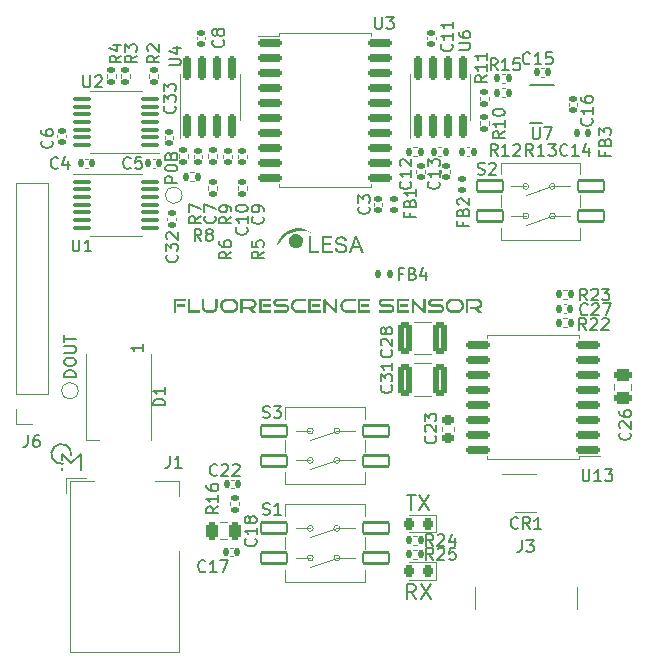
<source format=gbr>
%TF.GenerationSoftware,KiCad,Pcbnew,7.0.7*%
%TF.CreationDate,2024-03-08T01:12:17-05:00*%
%TF.ProjectId,ESP32Sensor-Sensor_board,45535033-3253-4656-9e73-6f722d53656e,rev?*%
%TF.SameCoordinates,Original*%
%TF.FileFunction,Legend,Top*%
%TF.FilePolarity,Positive*%
%FSLAX46Y46*%
G04 Gerber Fmt 4.6, Leading zero omitted, Abs format (unit mm)*
G04 Created by KiCad (PCBNEW 7.0.7) date 2024-03-08 01:12:17*
%MOMM*%
%LPD*%
G01*
G04 APERTURE LIST*
G04 Aperture macros list*
%AMRoundRect*
0 Rectangle with rounded corners*
0 $1 Rounding radius*
0 $2 $3 $4 $5 $6 $7 $8 $9 X,Y pos of 4 corners*
0 Add a 4 corners polygon primitive as box body*
4,1,4,$2,$3,$4,$5,$6,$7,$8,$9,$2,$3,0*
0 Add four circle primitives for the rounded corners*
1,1,$1+$1,$2,$3*
1,1,$1+$1,$4,$5*
1,1,$1+$1,$6,$7*
1,1,$1+$1,$8,$9*
0 Add four rect primitives between the rounded corners*
20,1,$1+$1,$2,$3,$4,$5,0*
20,1,$1+$1,$4,$5,$6,$7,0*
20,1,$1+$1,$6,$7,$8,$9,0*
20,1,$1+$1,$8,$9,$2,$3,0*%
%AMHorizOval*
0 Thick line with rounded ends*
0 $1 width*
0 $2 $3 position (X,Y) of the first rounded end (center of the circle)*
0 $4 $5 position (X,Y) of the second rounded end (center of the circle)*
0 Add line between two ends*
20,1,$1,$2,$3,$4,$5,0*
0 Add two circle primitives to create the rounded ends*
1,1,$1,$2,$3*
1,1,$1,$4,$5*%
G04 Aperture macros list end*
%ADD10C,0.200000*%
%ADD11C,0.156250*%
%ADD12C,0.150000*%
%ADD13C,0.120000*%
%ADD14RoundRect,0.147500X0.172500X-0.147500X0.172500X0.147500X-0.172500X0.147500X-0.172500X-0.147500X0*%
%ADD15RoundRect,0.113000X1.107000X0.452000X-1.107000X0.452000X-1.107000X-0.452000X1.107000X-0.452000X0*%
%ADD16RoundRect,0.100000X-0.637500X-0.100000X0.637500X-0.100000X0.637500X0.100000X-0.637500X0.100000X0*%
%ADD17RoundRect,0.135000X-0.185000X0.135000X-0.185000X-0.135000X0.185000X-0.135000X0.185000X0.135000X0*%
%ADD18RoundRect,0.140000X0.170000X-0.140000X0.170000X0.140000X-0.170000X0.140000X-0.170000X-0.140000X0*%
%ADD19RoundRect,0.250000X0.250000X0.475000X-0.250000X0.475000X-0.250000X-0.475000X0.250000X-0.475000X0*%
%ADD20RoundRect,0.140000X-0.140000X-0.170000X0.140000X-0.170000X0.140000X0.170000X-0.140000X0.170000X0*%
%ADD21RoundRect,0.150000X0.150000X-0.825000X0.150000X0.825000X-0.150000X0.825000X-0.150000X-0.825000X0*%
%ADD22C,0.650000*%
%ADD23R,0.600000X1.080000*%
%ADD24R,0.300000X1.140000*%
%ADD25O,1.000000X2.100000*%
%ADD26O,1.000000X1.800000*%
%ADD27RoundRect,0.218750X0.218750X0.256250X-0.218750X0.256250X-0.218750X-0.256250X0.218750X-0.256250X0*%
%ADD28RoundRect,0.135000X0.185000X-0.135000X0.185000X0.135000X-0.185000X0.135000X-0.185000X-0.135000X0*%
%ADD29RoundRect,0.135000X-0.135000X-0.185000X0.135000X-0.185000X0.135000X0.185000X-0.135000X0.185000X0*%
%ADD30RoundRect,0.140000X-0.170000X0.140000X-0.170000X-0.140000X0.170000X-0.140000X0.170000X0.140000X0*%
%ADD31C,1.000000*%
%ADD32R,1.560000X0.650000*%
%ADD33RoundRect,0.140000X0.140000X0.170000X-0.140000X0.170000X-0.140000X-0.170000X0.140000X-0.170000X0*%
%ADD34R,1.700000X1.700000*%
%ADD35O,1.700000X1.700000*%
%ADD36RoundRect,0.100000X0.637500X0.100000X-0.637500X0.100000X-0.637500X-0.100000X0.637500X-0.100000X0*%
%ADD37RoundRect,0.147500X0.147500X0.172500X-0.147500X0.172500X-0.147500X-0.172500X0.147500X-0.172500X0*%
%ADD38RoundRect,0.135000X0.135000X0.185000X-0.135000X0.185000X-0.135000X-0.185000X0.135000X-0.185000X0*%
%ADD39RoundRect,0.150000X-0.875000X-0.150000X0.875000X-0.150000X0.875000X0.150000X-0.875000X0.150000X0*%
%ADD40R,0.700000X0.250000*%
%ADD41R,0.610000X2.200000*%
%ADD42RoundRect,0.225000X-0.250000X0.225000X-0.250000X-0.225000X0.250000X-0.225000X0.250000X0.225000X0*%
%ADD43RoundRect,0.250000X-0.475000X0.250000X-0.475000X-0.250000X0.475000X-0.250000X0.475000X0.250000X0*%
%ADD44R,4.500000X2.000000*%
%ADD45O,4.000000X2.000000*%
%ADD46O,2.000000X4.200000*%
%ADD47R,0.900000X1.500000*%
%ADD48RoundRect,0.250000X0.325000X1.100000X-0.325000X1.100000X-0.325000X-1.100000X0.325000X-1.100000X0*%
%ADD49RoundRect,0.150000X0.875000X0.150000X-0.875000X0.150000X-0.875000X-0.150000X0.875000X-0.150000X0*%
%ADD50R,1.000000X1.000000*%
%ADD51O,1.000000X1.000000*%
%ADD52HorizOval,1.600000X0.176777X0.176777X-0.176777X-0.176777X0*%
%ADD53HorizOval,1.600000X0.000000X0.000000X0.000000X0.000000X0*%
G04 APERTURE END LIST*
D10*
X-21500001Y-12850000D02*
G75*
G03*
X-22184685Y-13534684I-831289J146605D01*
G01*
X-22300000Y-12700000D02*
X-22300000Y-13200000D01*
X-22300000Y-13850000D02*
X-22300000Y-14100000D01*
X-20700000Y-12700000D02*
X-20700000Y-14100000D01*
X-21500000Y-13500000D02*
X-20700000Y-12700000D01*
X-22300000Y-12700000D02*
X-21500000Y-13500000D01*
D11*
G36*
X-11815595Y-260724D02*
G01*
X-12501307Y-260724D01*
X-12501307Y-45791D01*
X-11815595Y-45791D01*
X-11815595Y-260724D01*
G37*
G36*
X-11760946Y227760D02*
G01*
X-12589235Y227760D01*
X-12589235Y-768750D01*
X-12798367Y-768750D01*
X-12798367Y442694D01*
X-11760946Y442694D01*
X-11760946Y227760D01*
G37*
G36*
X-10599266Y-768750D02*
G01*
X-11634856Y-768750D01*
X-11634856Y423155D01*
X-11425723Y423155D01*
X-11425723Y-553816D01*
X-10599266Y-553816D01*
X-10599266Y-768750D01*
G37*
G36*
X-9099920Y-232942D02*
G01*
X-9100090Y-250784D01*
X-9100600Y-268324D01*
X-9101450Y-285560D01*
X-9102639Y-302494D01*
X-9104169Y-319124D01*
X-9106038Y-335452D01*
X-9108247Y-351477D01*
X-9110797Y-367199D01*
X-9113686Y-382618D01*
X-9116915Y-397734D01*
X-9120483Y-412547D01*
X-9124392Y-427058D01*
X-9128641Y-441265D01*
X-9133229Y-455169D01*
X-9138158Y-468771D01*
X-9143426Y-482069D01*
X-9149034Y-495065D01*
X-9154982Y-507758D01*
X-9161270Y-520148D01*
X-9167898Y-532235D01*
X-9174866Y-544019D01*
X-9182173Y-555500D01*
X-9189821Y-566678D01*
X-9197808Y-577553D01*
X-9206135Y-588125D01*
X-9214803Y-598395D01*
X-9223810Y-608361D01*
X-9233157Y-618025D01*
X-9242843Y-627386D01*
X-9252870Y-636443D01*
X-9263237Y-645198D01*
X-9273943Y-653650D01*
X-9293640Y-667588D01*
X-9303921Y-674220D01*
X-9314491Y-680626D01*
X-9325350Y-686809D01*
X-9336497Y-692766D01*
X-9347933Y-698498D01*
X-9359657Y-704006D01*
X-9371670Y-709289D01*
X-9383972Y-714347D01*
X-9396562Y-719180D01*
X-9409441Y-723789D01*
X-9422608Y-728172D01*
X-9436064Y-732331D01*
X-9449809Y-736265D01*
X-9463842Y-739975D01*
X-9478164Y-743459D01*
X-9492774Y-746719D01*
X-9507673Y-749754D01*
X-9522861Y-752564D01*
X-9538337Y-755149D01*
X-9554102Y-757509D01*
X-9570156Y-759645D01*
X-9586498Y-761556D01*
X-9603128Y-763242D01*
X-9620048Y-764703D01*
X-9637256Y-765939D01*
X-9654752Y-766951D01*
X-9672537Y-767738D01*
X-9690611Y-768300D01*
X-9708973Y-768637D01*
X-9727624Y-768750D01*
X-9799981Y-768750D01*
X-9818632Y-768637D01*
X-9836995Y-768300D01*
X-9855068Y-767738D01*
X-9872853Y-766951D01*
X-9890350Y-765939D01*
X-9907558Y-764703D01*
X-9924477Y-763242D01*
X-9941108Y-761556D01*
X-9957450Y-759645D01*
X-9973503Y-757509D01*
X-9989268Y-755149D01*
X-10004745Y-752564D01*
X-10019932Y-749754D01*
X-10034831Y-746719D01*
X-10049442Y-743459D01*
X-10063764Y-739975D01*
X-10077797Y-736265D01*
X-10091541Y-732331D01*
X-10104997Y-728172D01*
X-10118165Y-723789D01*
X-10131044Y-719180D01*
X-10143634Y-714347D01*
X-10155935Y-709289D01*
X-10167948Y-704006D01*
X-10179673Y-698498D01*
X-10191108Y-692766D01*
X-10202256Y-686809D01*
X-10213114Y-680626D01*
X-10223684Y-674220D01*
X-10233965Y-667588D01*
X-10253662Y-653650D01*
X-10264369Y-645198D01*
X-10274735Y-636443D01*
X-10284762Y-627386D01*
X-10294449Y-618025D01*
X-10303796Y-608361D01*
X-10312803Y-598395D01*
X-10321470Y-588125D01*
X-10329797Y-577553D01*
X-10337785Y-566678D01*
X-10345432Y-555500D01*
X-10352740Y-544019D01*
X-10359708Y-532235D01*
X-10366335Y-520148D01*
X-10372623Y-507758D01*
X-10378571Y-495065D01*
X-10384180Y-482069D01*
X-10389448Y-468771D01*
X-10394376Y-455169D01*
X-10398965Y-441265D01*
X-10403213Y-427058D01*
X-10407122Y-412547D01*
X-10410691Y-397734D01*
X-10413920Y-382618D01*
X-10416809Y-367199D01*
X-10419358Y-351477D01*
X-10421567Y-335452D01*
X-10423437Y-319124D01*
X-10424966Y-302494D01*
X-10426156Y-285560D01*
X-10427006Y-268324D01*
X-10427515Y-250784D01*
X-10427685Y-232942D01*
X-10427685Y423155D01*
X-10218552Y423155D01*
X-10218552Y-228057D01*
X-10218406Y-241235D01*
X-10217968Y-254133D01*
X-10217238Y-266750D01*
X-10216215Y-279086D01*
X-10213293Y-302915D01*
X-10209202Y-325620D01*
X-10203943Y-347203D01*
X-10197515Y-367662D01*
X-10189918Y-386997D01*
X-10181153Y-405209D01*
X-10171218Y-422298D01*
X-10160115Y-438263D01*
X-10147844Y-453105D01*
X-10134403Y-466823D01*
X-10119794Y-479418D01*
X-10104016Y-490890D01*
X-10087069Y-501238D01*
X-10068954Y-510463D01*
X-10056316Y-515712D01*
X-10042521Y-520624D01*
X-10027570Y-525196D01*
X-10011461Y-529430D01*
X-9994196Y-533325D01*
X-9975774Y-536881D01*
X-9956195Y-540099D01*
X-9935460Y-542978D01*
X-9913567Y-545518D01*
X-9890518Y-547719D01*
X-9866312Y-549582D01*
X-9853775Y-550386D01*
X-9840949Y-551106D01*
X-9827834Y-551741D01*
X-9814429Y-552292D01*
X-9800736Y-552757D01*
X-9786753Y-553138D01*
X-9772481Y-553435D01*
X-9757920Y-553646D01*
X-9743069Y-553773D01*
X-9727930Y-553816D01*
X-9715290Y-553756D01*
X-9702863Y-553578D01*
X-9690648Y-553282D01*
X-9666858Y-552333D01*
X-9643920Y-550909D01*
X-9621833Y-549010D01*
X-9600598Y-546637D01*
X-9580214Y-543789D01*
X-9560682Y-540466D01*
X-9542001Y-536669D01*
X-9524172Y-532397D01*
X-9507194Y-527651D01*
X-9491068Y-522429D01*
X-9475793Y-516734D01*
X-9461370Y-510563D01*
X-9447798Y-503918D01*
X-9435078Y-496798D01*
X-9429037Y-493060D01*
X-9414545Y-483117D01*
X-9400988Y-472290D01*
X-9388365Y-460581D01*
X-9376678Y-447990D01*
X-9365925Y-434516D01*
X-9356108Y-420160D01*
X-9347226Y-404921D01*
X-9339278Y-388799D01*
X-9332266Y-371795D01*
X-9326188Y-353909D01*
X-9321046Y-335140D01*
X-9316838Y-315488D01*
X-9313566Y-294954D01*
X-9311228Y-273538D01*
X-9309826Y-251239D01*
X-9309358Y-228057D01*
X-9309358Y423155D01*
X-9099920Y423155D01*
X-9099920Y-232942D01*
G37*
G36*
X-7925895Y442535D02*
G01*
X-7909469Y442056D01*
X-7893235Y441258D01*
X-7877194Y440142D01*
X-7861345Y438706D01*
X-7845689Y436952D01*
X-7830226Y434878D01*
X-7814955Y432485D01*
X-7799876Y429774D01*
X-7784991Y426743D01*
X-7770298Y423393D01*
X-7755797Y419725D01*
X-7741490Y415737D01*
X-7727374Y411430D01*
X-7713452Y406804D01*
X-7699722Y401860D01*
X-7686184Y396596D01*
X-7672840Y391013D01*
X-7659687Y385111D01*
X-7646728Y378890D01*
X-7633961Y372350D01*
X-7621386Y365492D01*
X-7609005Y358314D01*
X-7596815Y350817D01*
X-7584819Y343001D01*
X-7573015Y334866D01*
X-7561403Y326412D01*
X-7549985Y317639D01*
X-7538758Y308547D01*
X-7527725Y299136D01*
X-7516884Y289406D01*
X-7506236Y279357D01*
X-7495848Y269067D01*
X-7485791Y258576D01*
X-7476063Y247884D01*
X-7466665Y236991D01*
X-7457597Y225897D01*
X-7448859Y214602D01*
X-7440450Y203107D01*
X-7432371Y191410D01*
X-7424622Y179513D01*
X-7417203Y167414D01*
X-7410113Y155114D01*
X-7403353Y142614D01*
X-7396923Y129913D01*
X-7390823Y117010D01*
X-7385052Y103907D01*
X-7379611Y90603D01*
X-7374500Y77097D01*
X-7369718Y63391D01*
X-7365267Y49484D01*
X-7361145Y35376D01*
X-7357353Y21067D01*
X-7353890Y6557D01*
X-7350758Y-8153D01*
X-7347955Y-23065D01*
X-7345482Y-38177D01*
X-7343338Y-53491D01*
X-7341525Y-69006D01*
X-7340041Y-84722D01*
X-7338887Y-100638D01*
X-7338062Y-116756D01*
X-7337568Y-133074D01*
X-7337403Y-149594D01*
X-7337569Y-166257D01*
X-7338069Y-182740D01*
X-7338903Y-199041D01*
X-7340069Y-215163D01*
X-7341569Y-231103D01*
X-7343403Y-246863D01*
X-7345569Y-262442D01*
X-7348069Y-277840D01*
X-7350903Y-293058D01*
X-7354069Y-308095D01*
X-7357569Y-322952D01*
X-7361402Y-337627D01*
X-7365569Y-352123D01*
X-7370069Y-366437D01*
X-7374902Y-380571D01*
X-7380069Y-394524D01*
X-7385569Y-408296D01*
X-7391402Y-421888D01*
X-7397569Y-435299D01*
X-7404069Y-448529D01*
X-7410902Y-461579D01*
X-7418068Y-474448D01*
X-7425568Y-487136D01*
X-7433402Y-499643D01*
X-7441568Y-511970D01*
X-7450068Y-524117D01*
X-7458901Y-536082D01*
X-7468068Y-547867D01*
X-7477568Y-559471D01*
X-7487401Y-570895D01*
X-7497568Y-582138D01*
X-7508067Y-593200D01*
X-7518825Y-604000D01*
X-7529764Y-614458D01*
X-7540885Y-624573D01*
X-7552189Y-634344D01*
X-7563674Y-643773D01*
X-7575340Y-652859D01*
X-7587189Y-661603D01*
X-7599220Y-670003D01*
X-7611432Y-678060D01*
X-7623826Y-685775D01*
X-7636403Y-693147D01*
X-7649161Y-700175D01*
X-7662101Y-706861D01*
X-7675222Y-713205D01*
X-7688526Y-719205D01*
X-7702012Y-724862D01*
X-7715679Y-730177D01*
X-7729528Y-735148D01*
X-7743559Y-739777D01*
X-7757772Y-744063D01*
X-7772167Y-748006D01*
X-7786744Y-751606D01*
X-7801503Y-754863D01*
X-7816443Y-757778D01*
X-7831565Y-760349D01*
X-7846870Y-762578D01*
X-7862356Y-764464D01*
X-7878024Y-766007D01*
X-7893874Y-767207D01*
X-7909905Y-768064D01*
X-7926119Y-768578D01*
X-7942514Y-768750D01*
X-8278348Y-768750D01*
X-8294651Y-768578D01*
X-8310776Y-768064D01*
X-8326724Y-767207D01*
X-8342495Y-766007D01*
X-8358089Y-764464D01*
X-8373506Y-762578D01*
X-8388746Y-760349D01*
X-8403809Y-757778D01*
X-8418695Y-754863D01*
X-8433403Y-751606D01*
X-8447935Y-748006D01*
X-8462289Y-744063D01*
X-8476466Y-739777D01*
X-8490466Y-735148D01*
X-8504289Y-730177D01*
X-8517935Y-724862D01*
X-8531404Y-719205D01*
X-8544696Y-713205D01*
X-8557810Y-706861D01*
X-8570748Y-700175D01*
X-8583508Y-693147D01*
X-8596092Y-685775D01*
X-8608498Y-678060D01*
X-8620727Y-670003D01*
X-8632779Y-661603D01*
X-8644654Y-652859D01*
X-8656352Y-643773D01*
X-8667873Y-634344D01*
X-8679216Y-624573D01*
X-8690383Y-614458D01*
X-8701372Y-604000D01*
X-8712185Y-593200D01*
X-8722722Y-582138D01*
X-8732925Y-570895D01*
X-8742793Y-559471D01*
X-8752327Y-547867D01*
X-8761527Y-536082D01*
X-8770391Y-524117D01*
X-8778922Y-511970D01*
X-8787118Y-499643D01*
X-8794979Y-487136D01*
X-8802506Y-474448D01*
X-8809698Y-461579D01*
X-8816556Y-448529D01*
X-8823079Y-435299D01*
X-8829267Y-421888D01*
X-8835122Y-408296D01*
X-8840641Y-394524D01*
X-8845826Y-380571D01*
X-8850677Y-366437D01*
X-8855193Y-352123D01*
X-8859374Y-337627D01*
X-8863221Y-322952D01*
X-8866734Y-308095D01*
X-8869912Y-293058D01*
X-8872755Y-277840D01*
X-8875264Y-262442D01*
X-8877439Y-246863D01*
X-8879278Y-231103D01*
X-8880784Y-215163D01*
X-8881955Y-199041D01*
X-8882791Y-182740D01*
X-8883261Y-167301D01*
X-8674022Y-167301D01*
X-8673585Y-188571D01*
X-8672276Y-209333D01*
X-8670093Y-229587D01*
X-8667038Y-249333D01*
X-8663109Y-268570D01*
X-8658308Y-287300D01*
X-8652634Y-305522D01*
X-8646086Y-323235D01*
X-8638666Y-340441D01*
X-8630373Y-357138D01*
X-8621207Y-373328D01*
X-8611167Y-389009D01*
X-8600255Y-404182D01*
X-8588470Y-418848D01*
X-8575812Y-433005D01*
X-8562281Y-446654D01*
X-8548077Y-459631D01*
X-8533401Y-471770D01*
X-8518252Y-483072D01*
X-8502632Y-493537D01*
X-8486539Y-503165D01*
X-8469974Y-511956D01*
X-8452937Y-519909D01*
X-8435427Y-527025D01*
X-8417445Y-533304D01*
X-8398991Y-538746D01*
X-8380064Y-543351D01*
X-8360666Y-547118D01*
X-8340795Y-550048D01*
X-8320452Y-552141D01*
X-8299636Y-553397D01*
X-8278348Y-553816D01*
X-7942514Y-553816D01*
X-7921005Y-553397D01*
X-7899982Y-552141D01*
X-7879445Y-550048D01*
X-7859395Y-547118D01*
X-7839832Y-543351D01*
X-7820756Y-538746D01*
X-7802165Y-533304D01*
X-7784062Y-527025D01*
X-7766445Y-519909D01*
X-7749314Y-511956D01*
X-7732671Y-503165D01*
X-7716513Y-493537D01*
X-7700843Y-483072D01*
X-7685659Y-471770D01*
X-7670961Y-459631D01*
X-7656750Y-446654D01*
X-7643219Y-433005D01*
X-7630561Y-418848D01*
X-7618776Y-404182D01*
X-7607864Y-389009D01*
X-7597824Y-373328D01*
X-7588658Y-357138D01*
X-7580365Y-340441D01*
X-7572944Y-323235D01*
X-7566397Y-305522D01*
X-7560723Y-287300D01*
X-7555921Y-268570D01*
X-7551993Y-249333D01*
X-7548938Y-229587D01*
X-7546755Y-209333D01*
X-7545446Y-188571D01*
X-7545009Y-167301D01*
X-7545446Y-145834D01*
X-7546755Y-124860D01*
X-7548938Y-104379D01*
X-7551993Y-84392D01*
X-7555921Y-64900D01*
X-7560723Y-45900D01*
X-7566397Y-27395D01*
X-7572944Y-9383D01*
X-7580365Y8134D01*
X-7588658Y25158D01*
X-7597824Y41689D01*
X-7607864Y57725D01*
X-7618776Y73268D01*
X-7630561Y88318D01*
X-7643219Y102873D01*
X-7656750Y116935D01*
X-7670961Y130355D01*
X-7685659Y142910D01*
X-7700843Y154598D01*
X-7716513Y165421D01*
X-7732671Y175378D01*
X-7749314Y184469D01*
X-7766445Y192695D01*
X-7784062Y200054D01*
X-7802165Y206548D01*
X-7820756Y212176D01*
X-7839832Y216938D01*
X-7859395Y220834D01*
X-7879445Y223864D01*
X-7899982Y226029D01*
X-7921005Y227327D01*
X-7942514Y227760D01*
X-8278348Y227760D01*
X-8299636Y227327D01*
X-8320452Y226029D01*
X-8340795Y223864D01*
X-8360666Y220834D01*
X-8380064Y216938D01*
X-8398991Y212176D01*
X-8417445Y206548D01*
X-8435427Y200054D01*
X-8452937Y192695D01*
X-8469974Y184469D01*
X-8486539Y175378D01*
X-8502632Y165421D01*
X-8518252Y154598D01*
X-8533401Y142910D01*
X-8548077Y130355D01*
X-8562281Y116935D01*
X-8575812Y102873D01*
X-8588470Y88318D01*
X-8600255Y73268D01*
X-8611167Y57725D01*
X-8621207Y41689D01*
X-8630373Y25158D01*
X-8638666Y8134D01*
X-8646086Y-9383D01*
X-8652634Y-27395D01*
X-8658308Y-45900D01*
X-8663109Y-64900D01*
X-8667038Y-84392D01*
X-8670093Y-104379D01*
X-8672276Y-124860D01*
X-8673585Y-145834D01*
X-8674022Y-167301D01*
X-8883261Y-167301D01*
X-8883293Y-166257D01*
X-8883460Y-149594D01*
X-8883294Y-133074D01*
X-8882797Y-116756D01*
X-8881968Y-100638D01*
X-8880808Y-84722D01*
X-8879316Y-69006D01*
X-8877492Y-53491D01*
X-8875337Y-38177D01*
X-8872851Y-23065D01*
X-8870033Y-8153D01*
X-8866883Y6557D01*
X-8863402Y21067D01*
X-8859589Y35376D01*
X-8855445Y49484D01*
X-8850969Y63391D01*
X-8846162Y77097D01*
X-8841023Y90603D01*
X-8835552Y103907D01*
X-8829750Y117010D01*
X-8823617Y129913D01*
X-8817152Y142614D01*
X-8810355Y155114D01*
X-8803227Y167414D01*
X-8795767Y179513D01*
X-8787976Y191410D01*
X-8779854Y203107D01*
X-8771399Y214602D01*
X-8762613Y225897D01*
X-8753496Y236991D01*
X-8744047Y247884D01*
X-8734267Y258576D01*
X-8724155Y269067D01*
X-8713711Y279357D01*
X-8703008Y289406D01*
X-8692118Y299136D01*
X-8681041Y308547D01*
X-8669776Y317639D01*
X-8658324Y326412D01*
X-8646685Y334866D01*
X-8634859Y343001D01*
X-8622845Y350817D01*
X-8610644Y358314D01*
X-8598256Y365492D01*
X-8585681Y372350D01*
X-8572919Y378890D01*
X-8559969Y385111D01*
X-8546832Y391013D01*
X-8533508Y396596D01*
X-8519996Y401860D01*
X-8506297Y406804D01*
X-8492411Y411430D01*
X-8478338Y415737D01*
X-8464078Y419725D01*
X-8449630Y423393D01*
X-8434995Y426743D01*
X-8420173Y429774D01*
X-8405164Y432485D01*
X-8389967Y434878D01*
X-8374583Y436952D01*
X-8359012Y438706D01*
X-8343254Y440142D01*
X-8327308Y441258D01*
X-8311176Y442056D01*
X-8294856Y442535D01*
X-8278348Y442694D01*
X-7942514Y442694D01*
X-7925895Y442535D01*
G37*
G36*
X-5765089Y-768750D02*
G01*
X-6074667Y-768750D01*
X-6410501Y-436579D01*
X-6862350Y-436579D01*
X-6862350Y-221646D01*
X-6299676Y-221646D01*
X-6285281Y-221445D01*
X-6271178Y-220844D01*
X-6257365Y-219842D01*
X-6243844Y-218440D01*
X-6230613Y-216637D01*
X-6217673Y-214433D01*
X-6205025Y-211828D01*
X-6192667Y-208823D01*
X-6180600Y-205417D01*
X-6168825Y-201610D01*
X-6157340Y-197403D01*
X-6140659Y-190340D01*
X-6124632Y-182376D01*
X-6109260Y-173510D01*
X-6104282Y-170355D01*
X-6093449Y-162636D01*
X-6083316Y-154517D01*
X-6073881Y-145997D01*
X-6065146Y-137076D01*
X-6057109Y-127755D01*
X-6046364Y-113022D01*
X-6037191Y-97387D01*
X-6029591Y-80850D01*
X-6025398Y-69325D01*
X-6021904Y-57399D01*
X-6019108Y-45073D01*
X-6017012Y-32345D01*
X-6015614Y-19217D01*
X-6014915Y-5689D01*
X-6014828Y1225D01*
X-6015106Y15162D01*
X-6015940Y28657D01*
X-6017331Y41709D01*
X-6019278Y54319D01*
X-6021782Y66487D01*
X-6028458Y89494D01*
X-6037360Y110732D01*
X-6048487Y130200D01*
X-6061839Y147898D01*
X-6077416Y163826D01*
X-6095219Y177985D01*
X-6115248Y190373D01*
X-6137502Y200992D01*
X-6149463Y205638D01*
X-6161981Y209841D01*
X-6175055Y213602D01*
X-6188685Y216920D01*
X-6202872Y219796D01*
X-6217615Y222230D01*
X-6232915Y224221D01*
X-6248770Y225769D01*
X-6265183Y226875D01*
X-6282151Y227539D01*
X-6299676Y227760D01*
X-6985388Y227760D01*
X-6985388Y-768750D01*
X-7194521Y-768750D01*
X-7194521Y442694D01*
X-6332954Y442694D01*
X-6318540Y442594D01*
X-6304301Y442296D01*
X-6290237Y441798D01*
X-6276349Y441101D01*
X-6262636Y440204D01*
X-6249098Y439109D01*
X-6235736Y437815D01*
X-6222549Y436321D01*
X-6209537Y434628D01*
X-6196700Y432736D01*
X-6184039Y430645D01*
X-6171553Y428354D01*
X-6159243Y425865D01*
X-6147108Y423176D01*
X-6135148Y420288D01*
X-6111754Y413915D01*
X-6089061Y406745D01*
X-6067070Y398779D01*
X-6045780Y390015D01*
X-6025191Y380456D01*
X-6005303Y370099D01*
X-5986117Y358946D01*
X-5967631Y346996D01*
X-5958652Y340723D01*
X-5948584Y333346D01*
X-5938836Y325756D01*
X-5929407Y317952D01*
X-5911509Y301704D01*
X-5894889Y284602D01*
X-5879547Y266647D01*
X-5865484Y247837D01*
X-5852700Y228174D01*
X-5841193Y207656D01*
X-5830966Y186285D01*
X-5822017Y164060D01*
X-5814346Y140981D01*
X-5810990Y129121D01*
X-5807954Y117048D01*
X-5805237Y104761D01*
X-5802840Y92261D01*
X-5800762Y79547D01*
X-5799004Y66620D01*
X-5797566Y53480D01*
X-5796447Y40126D01*
X-5795648Y26558D01*
X-5795169Y12777D01*
X-5795009Y-1216D01*
X-5795380Y-20282D01*
X-5796493Y-39012D01*
X-5798347Y-57405D01*
X-5800943Y-75462D01*
X-5804282Y-93183D01*
X-5808361Y-110568D01*
X-5813183Y-127616D01*
X-5818746Y-144327D01*
X-5825052Y-160703D01*
X-5832099Y-176742D01*
X-5839888Y-192445D01*
X-5848418Y-207811D01*
X-5857691Y-222842D01*
X-5867705Y-237536D01*
X-5878461Y-251893D01*
X-5889959Y-265915D01*
X-5901196Y-278645D01*
X-5912928Y-290887D01*
X-5925153Y-302640D01*
X-5937872Y-313904D01*
X-5951085Y-324680D01*
X-5964791Y-334966D01*
X-5978992Y-344763D01*
X-5993685Y-354071D01*
X-6008873Y-362890D01*
X-6024554Y-371220D01*
X-6040730Y-379062D01*
X-6057398Y-386414D01*
X-6074561Y-393277D01*
X-6092217Y-399652D01*
X-6110367Y-405537D01*
X-6129011Y-410934D01*
X-5765089Y-768750D01*
G37*
G36*
X-4596998Y-260724D02*
G01*
X-5282710Y-260724D01*
X-5282710Y-45791D01*
X-4596998Y-45791D01*
X-4596998Y-260724D01*
G37*
G36*
X-4542349Y-768750D02*
G01*
X-5579770Y-768750D01*
X-5579770Y442694D01*
X-4542349Y442694D01*
X-4542349Y227760D01*
X-5370637Y227760D01*
X-5370637Y-553816D01*
X-4542349Y-553816D01*
X-4542349Y-768750D01*
G37*
G36*
X-3031707Y-400248D02*
G01*
X-3032180Y-421169D01*
X-3033600Y-441569D01*
X-3035968Y-461450D01*
X-3039282Y-480810D01*
X-3043543Y-499651D01*
X-3048751Y-517971D01*
X-3054906Y-535772D01*
X-3062008Y-553053D01*
X-3070057Y-569813D01*
X-3079053Y-586054D01*
X-3088995Y-601775D01*
X-3099885Y-616975D01*
X-3111721Y-631656D01*
X-3124505Y-645817D01*
X-3138235Y-659458D01*
X-3152912Y-672579D01*
X-3167642Y-684225D01*
X-3182827Y-695119D01*
X-3198468Y-705262D01*
X-3214564Y-714654D01*
X-3231116Y-723294D01*
X-3248124Y-731183D01*
X-3265587Y-738321D01*
X-3283506Y-744707D01*
X-3301880Y-750342D01*
X-3320710Y-755226D01*
X-3339995Y-759358D01*
X-3359736Y-762739D01*
X-3379933Y-765369D01*
X-3400585Y-767247D01*
X-3421693Y-768374D01*
X-3443256Y-768750D01*
X-4359472Y-768750D01*
X-4359472Y-553816D01*
X-3443256Y-553816D01*
X-3427260Y-553494D01*
X-3411671Y-552528D01*
X-3396491Y-550918D01*
X-3381718Y-548664D01*
X-3367353Y-545766D01*
X-3353396Y-542224D01*
X-3339847Y-538038D01*
X-3326706Y-533208D01*
X-3313973Y-527734D01*
X-3301647Y-521616D01*
X-3293657Y-517179D01*
X-3280781Y-508428D01*
X-3269171Y-499119D01*
X-3258827Y-489251D01*
X-3249751Y-478826D01*
X-3241940Y-467842D01*
X-3235397Y-456300D01*
X-3230119Y-444200D01*
X-3226109Y-431542D01*
X-3223365Y-418325D01*
X-3221887Y-404551D01*
X-3221605Y-395058D01*
X-3222255Y-380941D01*
X-3224203Y-367441D01*
X-3227450Y-354558D01*
X-3231995Y-342293D01*
X-3237840Y-330645D01*
X-3244983Y-319613D01*
X-3253424Y-309199D01*
X-3263165Y-299403D01*
X-3274204Y-290223D01*
X-3286542Y-281660D01*
X-3295489Y-276295D01*
X-3307215Y-270020D01*
X-3319381Y-264363D01*
X-3331988Y-259323D01*
X-3345034Y-254900D01*
X-3358520Y-251094D01*
X-3372447Y-247905D01*
X-3386813Y-245334D01*
X-3401620Y-243379D01*
X-3416867Y-242042D01*
X-3432554Y-241322D01*
X-3443256Y-241185D01*
X-4009289Y-241185D01*
X-4028666Y-240838D01*
X-4047642Y-239797D01*
X-4066218Y-238062D01*
X-4084393Y-235632D01*
X-4102168Y-232509D01*
X-4119541Y-228691D01*
X-4136514Y-224180D01*
X-4153087Y-218974D01*
X-4169258Y-213074D01*
X-4185029Y-206481D01*
X-4200399Y-199193D01*
X-4215369Y-191211D01*
X-4229937Y-182534D01*
X-4244105Y-173164D01*
X-4257873Y-163100D01*
X-4271239Y-152342D01*
X-4284881Y-140079D01*
X-4297643Y-127335D01*
X-4309525Y-114109D01*
X-4320527Y-100402D01*
X-4330648Y-86212D01*
X-4339889Y-71541D01*
X-4348251Y-56388D01*
X-4355732Y-40753D01*
X-4362333Y-24636D01*
X-4368054Y-8038D01*
X-4372894Y9041D01*
X-4376855Y26603D01*
X-4379935Y44647D01*
X-4382136Y63173D01*
X-4383456Y82181D01*
X-4383896Y101670D01*
X-4383457Y120937D01*
X-4382141Y139737D01*
X-4379946Y158070D01*
X-4376874Y175935D01*
X-4372924Y193333D01*
X-4368097Y210263D01*
X-4362391Y226725D01*
X-4355808Y242720D01*
X-4348347Y258248D01*
X-4340009Y273308D01*
X-4330792Y287900D01*
X-4320698Y302025D01*
X-4309726Y315683D01*
X-4297877Y328873D01*
X-4285149Y341596D01*
X-4271544Y353851D01*
X-4258141Y364609D01*
X-4244339Y374673D01*
X-4230139Y384044D01*
X-4215540Y392720D01*
X-4200543Y400702D01*
X-4185148Y407990D01*
X-4169355Y414583D01*
X-4153163Y420483D01*
X-4136573Y425689D01*
X-4119584Y430200D01*
X-4102198Y434018D01*
X-4084412Y437141D01*
X-4066229Y439571D01*
X-4047647Y441306D01*
X-4028667Y442347D01*
X-4009289Y442694D01*
X-3103758Y442694D01*
X-3103758Y227760D01*
X-4009289Y227760D01*
X-4023977Y227216D01*
X-4038121Y225585D01*
X-4051721Y222866D01*
X-4064778Y219059D01*
X-4077290Y214165D01*
X-4089259Y208183D01*
X-4100684Y201113D01*
X-4111565Y192956D01*
X-4121440Y183954D01*
X-4129998Y174199D01*
X-4137239Y163690D01*
X-4143164Y152427D01*
X-4147772Y140410D01*
X-4151064Y127640D01*
X-4153039Y114116D01*
X-4153697Y99838D01*
X-4153039Y85155D01*
X-4151064Y71330D01*
X-4147772Y58365D01*
X-4143164Y46257D01*
X-4137239Y35009D01*
X-4129998Y24619D01*
X-4121440Y15088D01*
X-4111565Y6415D01*
X-4100756Y-1240D01*
X-4089393Y-7876D01*
X-4077476Y-13491D01*
X-4065007Y-18084D01*
X-4051983Y-21657D01*
X-4038407Y-24210D01*
X-4024277Y-25741D01*
X-4009594Y-26251D01*
X-3443256Y-26251D01*
X-3421728Y-26640D01*
X-3400652Y-27806D01*
X-3380026Y-29750D01*
X-3359851Y-32472D01*
X-3340126Y-35971D01*
X-3320853Y-40248D01*
X-3302030Y-45302D01*
X-3283658Y-51133D01*
X-3265737Y-57743D01*
X-3248267Y-65130D01*
X-3231248Y-73294D01*
X-3214679Y-82236D01*
X-3198561Y-91956D01*
X-3182894Y-102453D01*
X-3167678Y-113728D01*
X-3152912Y-125780D01*
X-3138235Y-139160D01*
X-3124505Y-153043D01*
X-3111721Y-167429D01*
X-3099885Y-182319D01*
X-3088995Y-197711D01*
X-3079053Y-213607D01*
X-3070057Y-230007D01*
X-3062008Y-246909D01*
X-3054906Y-264315D01*
X-3048751Y-282224D01*
X-3043543Y-300637D01*
X-3039282Y-319553D01*
X-3035968Y-338972D01*
X-3033600Y-358894D01*
X-3032180Y-379319D01*
X-3031707Y-400248D01*
G37*
G36*
X-1603802Y-768750D02*
G01*
X-2280965Y-768750D01*
X-2297249Y-768578D01*
X-2313356Y-768064D01*
X-2329287Y-767207D01*
X-2345041Y-766007D01*
X-2360618Y-764464D01*
X-2376020Y-762578D01*
X-2391244Y-760349D01*
X-2406292Y-757778D01*
X-2421164Y-754863D01*
X-2435859Y-751606D01*
X-2450378Y-748006D01*
X-2464720Y-744063D01*
X-2478885Y-739777D01*
X-2492874Y-735148D01*
X-2506687Y-730177D01*
X-2520323Y-724862D01*
X-2533783Y-719205D01*
X-2547066Y-713205D01*
X-2560172Y-706861D01*
X-2573103Y-700175D01*
X-2585856Y-693147D01*
X-2598433Y-685775D01*
X-2610834Y-678060D01*
X-2623058Y-670003D01*
X-2635105Y-661603D01*
X-2646976Y-652859D01*
X-2658671Y-643773D01*
X-2670189Y-634344D01*
X-2681531Y-624573D01*
X-2692696Y-614458D01*
X-2703684Y-604000D01*
X-2714496Y-593200D01*
X-2725052Y-582138D01*
X-2735274Y-570895D01*
X-2745160Y-559471D01*
X-2754710Y-547867D01*
X-2763926Y-536082D01*
X-2772807Y-524117D01*
X-2781352Y-511970D01*
X-2789563Y-499643D01*
X-2797438Y-487136D01*
X-2804978Y-474448D01*
X-2812183Y-461579D01*
X-2819053Y-448529D01*
X-2825588Y-435299D01*
X-2831788Y-421888D01*
X-2837652Y-408296D01*
X-2843182Y-394524D01*
X-2848376Y-380571D01*
X-2853235Y-366437D01*
X-2857759Y-352123D01*
X-2861948Y-337627D01*
X-2865802Y-322952D01*
X-2869321Y-308095D01*
X-2872505Y-293058D01*
X-2875353Y-277840D01*
X-2877866Y-262442D01*
X-2880045Y-246863D01*
X-2881888Y-231103D01*
X-2883396Y-215163D01*
X-2884569Y-199041D01*
X-2885407Y-182740D01*
X-2885909Y-166257D01*
X-2886077Y-149594D01*
X-2885911Y-133074D01*
X-2885414Y-116756D01*
X-2884585Y-100638D01*
X-2883425Y-84722D01*
X-2881933Y-69006D01*
X-2880109Y-53491D01*
X-2877954Y-38177D01*
X-2875468Y-23065D01*
X-2872649Y-8153D01*
X-2869500Y6557D01*
X-2866019Y21067D01*
X-2862206Y35376D01*
X-2858062Y49484D01*
X-2853586Y63391D01*
X-2848779Y77097D01*
X-2843640Y90603D01*
X-2838169Y103907D01*
X-2832367Y117010D01*
X-2826234Y129913D01*
X-2819769Y142614D01*
X-2812972Y155114D01*
X-2805844Y167414D01*
X-2798384Y179513D01*
X-2790593Y191410D01*
X-2782470Y203107D01*
X-2774016Y214602D01*
X-2765230Y225897D01*
X-2756113Y236991D01*
X-2746664Y247884D01*
X-2736884Y258576D01*
X-2726772Y269067D01*
X-2716328Y279357D01*
X-2705625Y289406D01*
X-2694735Y299136D01*
X-2683658Y308547D01*
X-2672393Y317639D01*
X-2660941Y326412D01*
X-2649302Y334866D01*
X-2637476Y343001D01*
X-2625462Y350817D01*
X-2613261Y358314D01*
X-2600873Y365492D01*
X-2588298Y372350D01*
X-2575535Y378890D01*
X-2562586Y385111D01*
X-2549449Y391013D01*
X-2536124Y396596D01*
X-2522613Y401860D01*
X-2508914Y406804D01*
X-2495028Y411430D01*
X-2480955Y415737D01*
X-2466695Y419725D01*
X-2452247Y423393D01*
X-2437612Y426743D01*
X-2422790Y429774D01*
X-2407781Y432485D01*
X-2392584Y434878D01*
X-2377200Y436952D01*
X-2361629Y438706D01*
X-2345871Y440142D01*
X-2329925Y441258D01*
X-2313792Y442056D01*
X-2297472Y442535D01*
X-2280965Y442694D01*
X-1603802Y442694D01*
X-1603802Y227760D01*
X-2280965Y227760D01*
X-2302290Y227327D01*
X-2323140Y226029D01*
X-2343515Y223864D01*
X-2363416Y220834D01*
X-2382842Y216938D01*
X-2401794Y212176D01*
X-2420271Y206548D01*
X-2438273Y200054D01*
X-2455800Y192695D01*
X-2472853Y184469D01*
X-2489431Y175378D01*
X-2505535Y165421D01*
X-2521164Y154598D01*
X-2536318Y142910D01*
X-2550998Y130355D01*
X-2565203Y116935D01*
X-2578697Y102873D01*
X-2591321Y88318D01*
X-2603074Y73268D01*
X-2613956Y57725D01*
X-2623968Y41689D01*
X-2633109Y25158D01*
X-2641380Y8134D01*
X-2648780Y-9383D01*
X-2655309Y-27395D01*
X-2660968Y-45900D01*
X-2665756Y-64900D01*
X-2669674Y-84392D01*
X-2672721Y-104379D01*
X-2674897Y-124860D01*
X-2676203Y-145834D01*
X-2676639Y-167301D01*
X-2676203Y-188571D01*
X-2674897Y-209333D01*
X-2672721Y-229587D01*
X-2669674Y-249333D01*
X-2665756Y-268570D01*
X-2660968Y-287300D01*
X-2655309Y-305522D01*
X-2648780Y-323235D01*
X-2641380Y-340441D01*
X-2633109Y-357138D01*
X-2623968Y-373328D01*
X-2613956Y-389009D01*
X-2603074Y-404182D01*
X-2591321Y-418848D01*
X-2578697Y-433005D01*
X-2565203Y-446654D01*
X-2550998Y-459631D01*
X-2536318Y-471770D01*
X-2521164Y-483072D01*
X-2505535Y-493537D01*
X-2489431Y-503165D01*
X-2472853Y-511956D01*
X-2455800Y-519909D01*
X-2438273Y-527025D01*
X-2420271Y-533304D01*
X-2401794Y-538746D01*
X-2382842Y-543351D01*
X-2363416Y-547118D01*
X-2343515Y-550048D01*
X-2323140Y-552141D01*
X-2302290Y-553397D01*
X-2280965Y-553816D01*
X-1603802Y-553816D01*
X-1603802Y-768750D01*
G37*
G36*
X-427773Y-260724D02*
G01*
X-1113484Y-260724D01*
X-1113484Y-45791D01*
X-427773Y-45791D01*
X-427773Y-260724D01*
G37*
G36*
X-373123Y-768750D02*
G01*
X-1410545Y-768750D01*
X-1410545Y442694D01*
X-373123Y442694D01*
X-373123Y227760D01*
X-1201412Y227760D01*
X-1201412Y-553816D01*
X-373123Y-553816D01*
X-373123Y-768750D01*
G37*
G36*
X1051422Y-672274D02*
G01*
X1051113Y-686322D01*
X1050187Y-699465D01*
X1048642Y-711701D01*
X1045167Y-728355D01*
X1040302Y-742970D01*
X1034048Y-755546D01*
X1026403Y-766083D01*
X1017368Y-774580D01*
X1006943Y-781038D01*
X995129Y-785457D01*
X981924Y-787836D01*
X972349Y-788289D01*
X957627Y-787163D01*
X942467Y-783786D01*
X930809Y-779775D01*
X918904Y-774498D01*
X906752Y-767954D01*
X894353Y-760144D01*
X881707Y-751067D01*
X868815Y-740724D01*
X855675Y-729114D01*
X846779Y-720670D01*
X842289Y-716237D01*
X72008Y56180D01*
X72008Y-768750D01*
X-135597Y-768750D01*
X-135597Y320267D01*
X-135038Y333062D01*
X-133361Y345306D01*
X-129873Y359270D01*
X-124774Y372440D01*
X-118066Y384815D01*
X-112699Y392624D01*
X-103436Y403000D01*
X-92821Y411229D01*
X-80854Y417311D01*
X-67533Y421246D01*
X-55400Y422886D01*
X-47670Y423155D01*
X-33110Y422196D01*
X-18437Y419319D01*
X-3649Y414525D01*
X11253Y407813D01*
X22505Y401521D01*
X33822Y394150D01*
X45202Y385700D01*
X56648Y376171D01*
X68157Y365564D01*
X72008Y361789D01*
X842289Y-409102D01*
X842289Y423155D01*
X1051422Y423155D01*
X1051422Y-672274D01*
G37*
G36*
X2581298Y-768750D02*
G01*
X1904135Y-768750D01*
X1887851Y-768578D01*
X1871744Y-768064D01*
X1855814Y-767207D01*
X1840059Y-766007D01*
X1824482Y-764464D01*
X1809081Y-762578D01*
X1793856Y-760349D01*
X1778808Y-757778D01*
X1763936Y-754863D01*
X1749241Y-751606D01*
X1734723Y-748006D01*
X1720380Y-744063D01*
X1706215Y-739777D01*
X1692226Y-735148D01*
X1678413Y-730177D01*
X1664777Y-724862D01*
X1651317Y-719205D01*
X1638034Y-713205D01*
X1624928Y-706861D01*
X1611998Y-700175D01*
X1599244Y-693147D01*
X1586667Y-685775D01*
X1574266Y-678060D01*
X1562042Y-670003D01*
X1549995Y-661603D01*
X1538124Y-652859D01*
X1526429Y-643773D01*
X1514911Y-634344D01*
X1503570Y-624573D01*
X1492405Y-614458D01*
X1481416Y-604000D01*
X1470604Y-593200D01*
X1460048Y-582138D01*
X1449827Y-570895D01*
X1439941Y-559471D01*
X1430390Y-547867D01*
X1421174Y-536082D01*
X1412293Y-524117D01*
X1403748Y-511970D01*
X1395537Y-499643D01*
X1387662Y-487136D01*
X1380122Y-474448D01*
X1372917Y-461579D01*
X1366047Y-448529D01*
X1359512Y-435299D01*
X1353313Y-421888D01*
X1347448Y-408296D01*
X1341918Y-394524D01*
X1336724Y-380571D01*
X1331865Y-366437D01*
X1327341Y-352123D01*
X1323152Y-337627D01*
X1319298Y-322952D01*
X1315779Y-308095D01*
X1312596Y-293058D01*
X1309747Y-277840D01*
X1307234Y-262442D01*
X1305055Y-246863D01*
X1303212Y-231103D01*
X1301704Y-215163D01*
X1300531Y-199041D01*
X1299694Y-182740D01*
X1299191Y-166257D01*
X1299023Y-149594D01*
X1299189Y-133074D01*
X1299686Y-116756D01*
X1300515Y-100638D01*
X1301676Y-84722D01*
X1303168Y-69006D01*
X1304991Y-53491D01*
X1307146Y-38177D01*
X1309633Y-23065D01*
X1312451Y-8153D01*
X1315600Y6557D01*
X1319082Y21067D01*
X1322894Y35376D01*
X1327039Y49484D01*
X1331514Y63391D01*
X1336322Y77097D01*
X1341461Y90603D01*
X1346931Y103907D01*
X1352733Y117010D01*
X1358866Y129913D01*
X1365331Y142614D01*
X1372128Y155114D01*
X1379256Y167414D01*
X1386716Y179513D01*
X1394507Y191410D01*
X1402630Y203107D01*
X1411084Y214602D01*
X1419870Y225897D01*
X1428987Y236991D01*
X1438436Y247884D01*
X1448217Y258576D01*
X1458329Y269067D01*
X1468772Y279357D01*
X1479475Y289406D01*
X1490365Y299136D01*
X1501443Y308547D01*
X1512707Y317639D01*
X1524159Y326412D01*
X1535798Y334866D01*
X1547625Y343001D01*
X1559638Y350817D01*
X1571839Y358314D01*
X1584227Y365492D01*
X1596802Y372350D01*
X1609565Y378890D01*
X1622515Y385111D01*
X1635652Y391013D01*
X1648976Y396596D01*
X1662487Y401860D01*
X1676186Y406804D01*
X1690072Y411430D01*
X1704145Y415737D01*
X1718405Y419725D01*
X1732853Y423393D01*
X1747488Y426743D01*
X1762310Y429774D01*
X1777320Y432485D01*
X1792516Y434878D01*
X1807900Y436952D01*
X1823471Y438706D01*
X1839229Y440142D01*
X1855175Y441258D01*
X1871308Y442056D01*
X1887628Y442535D01*
X1904135Y442694D01*
X2581298Y442694D01*
X2581298Y227760D01*
X1904135Y227760D01*
X1882810Y227327D01*
X1861960Y226029D01*
X1841585Y223864D01*
X1821684Y220834D01*
X1802258Y216938D01*
X1783306Y212176D01*
X1764830Y206548D01*
X1746827Y200054D01*
X1729300Y192695D01*
X1712247Y184469D01*
X1695669Y175378D01*
X1679565Y165421D01*
X1663936Y154598D01*
X1648782Y142910D01*
X1634102Y130355D01*
X1619897Y116935D01*
X1606403Y102873D01*
X1593780Y88318D01*
X1582027Y73268D01*
X1571144Y57725D01*
X1561132Y41689D01*
X1551991Y25158D01*
X1543721Y8134D01*
X1536321Y-9383D01*
X1529791Y-27395D01*
X1524132Y-45900D01*
X1519344Y-64900D01*
X1515426Y-84392D01*
X1512379Y-104379D01*
X1510203Y-124860D01*
X1508897Y-145834D01*
X1508462Y-167301D01*
X1508897Y-188571D01*
X1510203Y-209333D01*
X1512379Y-229587D01*
X1515426Y-249333D01*
X1519344Y-268570D01*
X1524132Y-287300D01*
X1529791Y-305522D01*
X1536321Y-323235D01*
X1543721Y-340441D01*
X1551991Y-357138D01*
X1561132Y-373328D01*
X1571144Y-389009D01*
X1582027Y-404182D01*
X1593780Y-418848D01*
X1606403Y-433005D01*
X1619897Y-446654D01*
X1634102Y-459631D01*
X1648782Y-471770D01*
X1663936Y-483072D01*
X1679565Y-493537D01*
X1695669Y-503165D01*
X1712247Y-511956D01*
X1729300Y-519909D01*
X1746827Y-527025D01*
X1764830Y-533304D01*
X1783306Y-538746D01*
X1802258Y-543351D01*
X1821684Y-547118D01*
X1841585Y-550048D01*
X1861960Y-552141D01*
X1882810Y-553397D01*
X1904135Y-553816D01*
X2581298Y-553816D01*
X2581298Y-768750D01*
G37*
G36*
X3757328Y-260724D02*
G01*
X3071616Y-260724D01*
X3071616Y-45791D01*
X3757328Y-45791D01*
X3757328Y-260724D01*
G37*
G36*
X3811977Y-768750D02*
G01*
X2774555Y-768750D01*
X2774555Y442694D01*
X3811977Y442694D01*
X3811977Y227760D01*
X2983688Y227760D01*
X2983688Y-553816D01*
X3811977Y-553816D01*
X3811977Y-768750D01*
G37*
G36*
X5877050Y-400248D02*
G01*
X5876577Y-421169D01*
X5875156Y-441569D01*
X5872789Y-461450D01*
X5869475Y-480810D01*
X5865214Y-499651D01*
X5860006Y-517971D01*
X5853851Y-535772D01*
X5846749Y-553053D01*
X5838700Y-569813D01*
X5829704Y-586054D01*
X5819762Y-601775D01*
X5808872Y-616975D01*
X5797036Y-631656D01*
X5784252Y-645817D01*
X5770522Y-659458D01*
X5755845Y-672579D01*
X5741115Y-684225D01*
X5725930Y-695119D01*
X5710289Y-705262D01*
X5694192Y-714654D01*
X5677640Y-723294D01*
X5660633Y-731183D01*
X5643170Y-738321D01*
X5625251Y-744707D01*
X5606877Y-750342D01*
X5588047Y-755226D01*
X5568762Y-759358D01*
X5549021Y-762739D01*
X5528824Y-765369D01*
X5508172Y-767247D01*
X5487064Y-768374D01*
X5465501Y-768750D01*
X4549285Y-768750D01*
X4549285Y-553816D01*
X5465501Y-553816D01*
X5481497Y-553494D01*
X5497086Y-552528D01*
X5512266Y-550918D01*
X5527039Y-548664D01*
X5541404Y-545766D01*
X5555360Y-542224D01*
X5568909Y-538038D01*
X5582051Y-533208D01*
X5594784Y-527734D01*
X5607109Y-521616D01*
X5615100Y-517179D01*
X5627976Y-508428D01*
X5639586Y-499119D01*
X5649929Y-489251D01*
X5659006Y-478826D01*
X5666817Y-467842D01*
X5673360Y-456300D01*
X5678637Y-444200D01*
X5682648Y-431542D01*
X5685392Y-418325D01*
X5686870Y-404551D01*
X5687151Y-395058D01*
X5686502Y-380941D01*
X5684554Y-367441D01*
X5681307Y-354558D01*
X5676762Y-342293D01*
X5670917Y-330645D01*
X5663774Y-319613D01*
X5655332Y-309199D01*
X5645592Y-299403D01*
X5634553Y-290223D01*
X5622215Y-281660D01*
X5613268Y-276295D01*
X5601542Y-270020D01*
X5589376Y-264363D01*
X5576769Y-259323D01*
X5563723Y-254900D01*
X5550236Y-251094D01*
X5536310Y-247905D01*
X5521943Y-245334D01*
X5507137Y-243379D01*
X5491890Y-242042D01*
X5476203Y-241322D01*
X5465501Y-241185D01*
X4899468Y-241185D01*
X4880091Y-240838D01*
X4861114Y-239797D01*
X4842539Y-238062D01*
X4824364Y-235632D01*
X4806589Y-232509D01*
X4789215Y-228691D01*
X4772243Y-224180D01*
X4755670Y-218974D01*
X4739499Y-213074D01*
X4723728Y-206481D01*
X4708358Y-199193D01*
X4693388Y-191211D01*
X4678820Y-182534D01*
X4664652Y-173164D01*
X4650884Y-163100D01*
X4637518Y-152342D01*
X4623876Y-140079D01*
X4611114Y-127335D01*
X4599232Y-114109D01*
X4588230Y-100402D01*
X4578109Y-86212D01*
X4568867Y-71541D01*
X4560506Y-56388D01*
X4553025Y-40753D01*
X4546424Y-24636D01*
X4540703Y-8038D01*
X4535862Y9041D01*
X4531902Y26603D01*
X4528821Y44647D01*
X4526621Y63173D01*
X4525301Y82181D01*
X4524861Y101670D01*
X4525300Y120937D01*
X4526616Y139737D01*
X4528811Y158070D01*
X4531883Y175935D01*
X4535833Y193333D01*
X4540660Y210263D01*
X4546366Y226725D01*
X4552949Y242720D01*
X4560410Y258248D01*
X4568748Y273308D01*
X4577964Y287900D01*
X4588059Y302025D01*
X4599030Y315683D01*
X4610880Y328873D01*
X4623607Y341596D01*
X4637212Y353851D01*
X4650616Y364609D01*
X4664418Y374673D01*
X4678618Y384044D01*
X4693217Y392720D01*
X4708213Y400702D01*
X4723609Y407990D01*
X4739402Y414583D01*
X4755594Y420483D01*
X4772184Y425689D01*
X4789173Y430200D01*
X4806559Y434018D01*
X4824344Y437141D01*
X4842528Y439571D01*
X4861110Y441306D01*
X4880090Y442347D01*
X4899468Y442694D01*
X5804999Y442694D01*
X5804999Y227760D01*
X4899468Y227760D01*
X4884780Y227216D01*
X4870636Y225585D01*
X4857036Y222866D01*
X4843979Y219059D01*
X4831467Y214165D01*
X4819498Y208183D01*
X4808073Y201113D01*
X4797192Y192956D01*
X4787317Y183954D01*
X4778759Y174199D01*
X4771517Y163690D01*
X4765593Y152427D01*
X4760984Y140410D01*
X4757693Y127640D01*
X4755718Y114116D01*
X4755060Y99838D01*
X4755718Y85155D01*
X4757693Y71330D01*
X4760984Y58365D01*
X4765593Y46257D01*
X4771517Y35009D01*
X4778759Y24619D01*
X4787317Y15088D01*
X4797192Y6415D01*
X4808001Y-1240D01*
X4819364Y-7876D01*
X4831281Y-13491D01*
X4843750Y-18084D01*
X4856773Y-21657D01*
X4870350Y-24210D01*
X4884480Y-25741D01*
X4899163Y-26251D01*
X5465501Y-26251D01*
X5487028Y-26640D01*
X5508105Y-27806D01*
X5528731Y-29750D01*
X5548906Y-32472D01*
X5568630Y-35971D01*
X5587904Y-40248D01*
X5606727Y-45302D01*
X5625098Y-51133D01*
X5643020Y-57743D01*
X5660490Y-65130D01*
X5677509Y-73294D01*
X5694078Y-82236D01*
X5710196Y-91956D01*
X5725863Y-102453D01*
X5741079Y-113728D01*
X5755845Y-125780D01*
X5770522Y-139160D01*
X5784252Y-153043D01*
X5797036Y-167429D01*
X5808872Y-182319D01*
X5819762Y-197711D01*
X5829704Y-213607D01*
X5838700Y-230007D01*
X5846749Y-246909D01*
X5853851Y-264315D01*
X5860006Y-282224D01*
X5865214Y-300637D01*
X5869475Y-319553D01*
X5872789Y-338972D01*
X5875156Y-358894D01*
X5876577Y-379319D01*
X5877050Y-400248D01*
G37*
G36*
X7033845Y-260724D02*
G01*
X6348134Y-260724D01*
X6348134Y-45791D01*
X7033845Y-45791D01*
X7033845Y-260724D01*
G37*
G36*
X7088495Y-768750D02*
G01*
X6051073Y-768750D01*
X6051073Y442694D01*
X7088495Y442694D01*
X7088495Y227760D01*
X6260206Y227760D01*
X6260206Y-553816D01*
X7088495Y-553816D01*
X7088495Y-768750D01*
G37*
G36*
X8513041Y-672274D02*
G01*
X8512732Y-686322D01*
X8511806Y-699465D01*
X8510261Y-711701D01*
X8506786Y-728355D01*
X8501921Y-742970D01*
X8495667Y-755546D01*
X8488022Y-766083D01*
X8478987Y-774580D01*
X8468562Y-781038D01*
X8456748Y-785457D01*
X8443543Y-787836D01*
X8433968Y-788289D01*
X8419246Y-787163D01*
X8404086Y-783786D01*
X8392428Y-779775D01*
X8380523Y-774498D01*
X8368371Y-767954D01*
X8355972Y-760144D01*
X8343326Y-751067D01*
X8330434Y-740724D01*
X8317294Y-729114D01*
X8308398Y-720670D01*
X8303908Y-716237D01*
X7533627Y56180D01*
X7533627Y-768750D01*
X7326021Y-768750D01*
X7326021Y320267D01*
X7326580Y333062D01*
X7328257Y345306D01*
X7331745Y359270D01*
X7336844Y372440D01*
X7343552Y384815D01*
X7348919Y392624D01*
X7358182Y403000D01*
X7368797Y411229D01*
X7380764Y417311D01*
X7394085Y421246D01*
X7406218Y422886D01*
X7413948Y423155D01*
X7428507Y422196D01*
X7443181Y419319D01*
X7457969Y414525D01*
X7472872Y407813D01*
X7484124Y401521D01*
X7495441Y394150D01*
X7506821Y385700D01*
X7518267Y376171D01*
X7529776Y365564D01*
X7533627Y361789D01*
X8303908Y-409102D01*
X8303908Y423155D01*
X8513041Y423155D01*
X8513041Y-672274D01*
G37*
G36*
X10074364Y-400248D02*
G01*
X10073890Y-421169D01*
X10072470Y-441569D01*
X10070102Y-461450D01*
X10066788Y-480810D01*
X10062527Y-499651D01*
X10057319Y-517971D01*
X10051164Y-535772D01*
X10044062Y-553053D01*
X10036013Y-569813D01*
X10027018Y-586054D01*
X10017075Y-601775D01*
X10006185Y-616975D01*
X9994349Y-631656D01*
X9981566Y-645817D01*
X9967835Y-659458D01*
X9953158Y-672579D01*
X9938428Y-684225D01*
X9923243Y-695119D01*
X9907602Y-705262D01*
X9891506Y-714654D01*
X9874954Y-723294D01*
X9857946Y-731183D01*
X9840483Y-738321D01*
X9822564Y-744707D01*
X9804190Y-750342D01*
X9785360Y-755226D01*
X9766075Y-759358D01*
X9746334Y-762739D01*
X9726137Y-765369D01*
X9705485Y-767247D01*
X9684378Y-768374D01*
X9662814Y-768750D01*
X8746598Y-768750D01*
X8746598Y-553816D01*
X9662814Y-553816D01*
X9678811Y-553494D01*
X9694399Y-552528D01*
X9709579Y-550918D01*
X9724352Y-548664D01*
X9738717Y-545766D01*
X9752674Y-542224D01*
X9766223Y-538038D01*
X9779364Y-533208D01*
X9792097Y-527734D01*
X9804423Y-521616D01*
X9812413Y-517179D01*
X9825290Y-508428D01*
X9836899Y-499119D01*
X9847243Y-489251D01*
X9856320Y-478826D01*
X9864130Y-467842D01*
X9870674Y-456300D01*
X9875951Y-444200D01*
X9879962Y-431542D01*
X9882706Y-418325D01*
X9884183Y-404551D01*
X9884465Y-395058D01*
X9883815Y-380941D01*
X9881867Y-367441D01*
X9878620Y-354558D01*
X9874075Y-342293D01*
X9868231Y-330645D01*
X9861088Y-319613D01*
X9852646Y-309199D01*
X9842905Y-299403D01*
X9831866Y-290223D01*
X9819528Y-281660D01*
X9810581Y-276295D01*
X9798855Y-270020D01*
X9786689Y-264363D01*
X9774083Y-259323D01*
X9761036Y-254900D01*
X9747550Y-251094D01*
X9733623Y-247905D01*
X9719257Y-245334D01*
X9704450Y-243379D01*
X9689203Y-242042D01*
X9673517Y-241322D01*
X9662814Y-241185D01*
X9096782Y-241185D01*
X9077404Y-240838D01*
X9058428Y-239797D01*
X9039852Y-238062D01*
X9021677Y-235632D01*
X9003902Y-232509D01*
X8986529Y-228691D01*
X8969556Y-224180D01*
X8952984Y-218974D01*
X8936812Y-213074D01*
X8921041Y-206481D01*
X8905671Y-199193D01*
X8890702Y-191211D01*
X8876133Y-182534D01*
X8861965Y-173164D01*
X8848198Y-163100D01*
X8834831Y-152342D01*
X8821189Y-140079D01*
X8808427Y-127335D01*
X8796545Y-114109D01*
X8785544Y-100402D01*
X8775422Y-86212D01*
X8766181Y-71541D01*
X8757819Y-56388D01*
X8750338Y-40753D01*
X8743737Y-24636D01*
X8738016Y-8038D01*
X8733176Y9041D01*
X8729215Y26603D01*
X8726135Y44647D01*
X8723934Y63173D01*
X8722614Y82181D01*
X8722174Y101670D01*
X8722613Y120937D01*
X8723930Y139737D01*
X8726124Y158070D01*
X8729196Y175935D01*
X8733146Y193333D01*
X8737974Y210263D01*
X8743679Y226725D01*
X8750262Y242720D01*
X8757723Y258248D01*
X8766061Y273308D01*
X8775278Y287900D01*
X8785372Y302025D01*
X8796344Y315683D01*
X8808193Y328873D01*
X8820921Y341596D01*
X8834526Y353851D01*
X8847929Y364609D01*
X8861731Y374673D01*
X8875931Y384044D01*
X8890530Y392720D01*
X8905527Y400702D01*
X8920922Y407990D01*
X8936715Y414583D01*
X8952907Y420483D01*
X8969497Y425689D01*
X8986486Y430200D01*
X9003873Y434018D01*
X9021658Y437141D01*
X9039841Y439571D01*
X9058423Y441306D01*
X9077403Y442347D01*
X9096782Y442694D01*
X10002312Y442694D01*
X10002312Y227760D01*
X9096782Y227760D01*
X9082094Y227216D01*
X9067949Y225585D01*
X9054349Y222866D01*
X9041293Y219059D01*
X9028780Y214165D01*
X9016811Y208183D01*
X9005386Y201113D01*
X8994505Y192956D01*
X8984630Y183954D01*
X8976072Y174199D01*
X8968831Y163690D01*
X8962906Y152427D01*
X8958298Y140410D01*
X8955006Y127640D01*
X8953031Y114116D01*
X8952373Y99838D01*
X8953031Y85155D01*
X8955006Y71330D01*
X8958298Y58365D01*
X8962906Y46257D01*
X8968831Y35009D01*
X8976072Y24619D01*
X8984630Y15088D01*
X8994505Y6415D01*
X9005315Y-1240D01*
X9016678Y-7876D01*
X9028594Y-13491D01*
X9041064Y-18084D01*
X9054087Y-21657D01*
X9067663Y-24210D01*
X9081793Y-25741D01*
X9096476Y-26251D01*
X9662814Y-26251D01*
X9684342Y-26640D01*
X9705419Y-27806D01*
X9726044Y-29750D01*
X9746219Y-32472D01*
X9765944Y-35971D01*
X9785217Y-40248D01*
X9804040Y-45302D01*
X9822412Y-51133D01*
X9840333Y-57743D01*
X9857803Y-65130D01*
X9874823Y-73294D01*
X9891391Y-82236D01*
X9907509Y-91956D01*
X9923176Y-102453D01*
X9938393Y-113728D01*
X9953158Y-125780D01*
X9967835Y-139160D01*
X9981566Y-153043D01*
X9994349Y-167429D01*
X10006185Y-182319D01*
X10017075Y-197711D01*
X10027018Y-213607D01*
X10036013Y-230007D01*
X10044062Y-246909D01*
X10051164Y-264315D01*
X10057319Y-282224D01*
X10062527Y-300637D01*
X10066788Y-319553D01*
X10070102Y-338972D01*
X10072470Y-358894D01*
X10073890Y-379319D01*
X10074364Y-400248D01*
G37*
G36*
X11177558Y442535D02*
G01*
X11193984Y442056D01*
X11210218Y441258D01*
X11226260Y440142D01*
X11242108Y438706D01*
X11257764Y436952D01*
X11273228Y434878D01*
X11288499Y432485D01*
X11303577Y429774D01*
X11318462Y426743D01*
X11333155Y423393D01*
X11347656Y419725D01*
X11361964Y415737D01*
X11376079Y411430D01*
X11390002Y406804D01*
X11403732Y401860D01*
X11417269Y396596D01*
X11430614Y391013D01*
X11443766Y385111D01*
X11456726Y378890D01*
X11469493Y372350D01*
X11482067Y365492D01*
X11494449Y358314D01*
X11506638Y350817D01*
X11518635Y343001D01*
X11530439Y334866D01*
X11542050Y326412D01*
X11553469Y317639D01*
X11564695Y308547D01*
X11575728Y299136D01*
X11586569Y289406D01*
X11597218Y279357D01*
X11607605Y269067D01*
X11617662Y258576D01*
X11627390Y247884D01*
X11636788Y236991D01*
X11645856Y225897D01*
X11654594Y214602D01*
X11663003Y203107D01*
X11671082Y191410D01*
X11678831Y179513D01*
X11686251Y167414D01*
X11693340Y155114D01*
X11700100Y142614D01*
X11706530Y129913D01*
X11712631Y117010D01*
X11718401Y103907D01*
X11723842Y90603D01*
X11728953Y77097D01*
X11733735Y63391D01*
X11738187Y49484D01*
X11742308Y35376D01*
X11746101Y21067D01*
X11749563Y6557D01*
X11752696Y-8153D01*
X11755499Y-23065D01*
X11757972Y-38177D01*
X11760115Y-53491D01*
X11761929Y-69006D01*
X11763413Y-84722D01*
X11764567Y-100638D01*
X11765391Y-116756D01*
X11765886Y-133074D01*
X11766051Y-149594D01*
X11765884Y-166257D01*
X11765384Y-182740D01*
X11764551Y-199041D01*
X11763384Y-215163D01*
X11761884Y-231103D01*
X11760051Y-246863D01*
X11757884Y-262442D01*
X11755384Y-277840D01*
X11752551Y-293058D01*
X11749384Y-308095D01*
X11745884Y-322952D01*
X11742051Y-337627D01*
X11737884Y-352123D01*
X11733384Y-366437D01*
X11728551Y-380571D01*
X11723384Y-394524D01*
X11717884Y-408296D01*
X11712051Y-421888D01*
X11705885Y-435299D01*
X11699385Y-448529D01*
X11692551Y-461579D01*
X11685385Y-474448D01*
X11677885Y-487136D01*
X11670052Y-499643D01*
X11661885Y-511970D01*
X11653385Y-524117D01*
X11644552Y-536082D01*
X11635385Y-547867D01*
X11625886Y-559471D01*
X11616052Y-570895D01*
X11605886Y-582138D01*
X11595386Y-593200D01*
X11584628Y-604000D01*
X11573689Y-614458D01*
X11562568Y-624573D01*
X11551265Y-634344D01*
X11539780Y-643773D01*
X11528113Y-652859D01*
X11516264Y-661603D01*
X11504234Y-670003D01*
X11492021Y-678060D01*
X11479627Y-685775D01*
X11467051Y-693147D01*
X11454293Y-700175D01*
X11441353Y-706861D01*
X11428231Y-713205D01*
X11414927Y-719205D01*
X11401442Y-724862D01*
X11387774Y-730177D01*
X11373925Y-735148D01*
X11359894Y-739777D01*
X11345681Y-744063D01*
X11331286Y-748006D01*
X11316709Y-751606D01*
X11301951Y-754863D01*
X11287010Y-757778D01*
X11271888Y-760349D01*
X11256584Y-762578D01*
X11241097Y-764464D01*
X11225430Y-766007D01*
X11209580Y-767207D01*
X11193548Y-768064D01*
X11177334Y-768578D01*
X11160939Y-768750D01*
X10825105Y-768750D01*
X10808803Y-768578D01*
X10792677Y-768064D01*
X10776729Y-767207D01*
X10760958Y-766007D01*
X10745364Y-764464D01*
X10729947Y-762578D01*
X10714707Y-760349D01*
X10699644Y-757778D01*
X10684759Y-754863D01*
X10670050Y-751606D01*
X10655519Y-748006D01*
X10641164Y-744063D01*
X10626987Y-739777D01*
X10612987Y-735148D01*
X10599164Y-730177D01*
X10585518Y-724862D01*
X10572049Y-719205D01*
X10558757Y-713205D01*
X10545643Y-706861D01*
X10532705Y-700175D01*
X10519945Y-693147D01*
X10507362Y-685775D01*
X10494955Y-678060D01*
X10482726Y-670003D01*
X10470674Y-661603D01*
X10458799Y-652859D01*
X10447101Y-643773D01*
X10435581Y-634344D01*
X10424237Y-624573D01*
X10413070Y-614458D01*
X10402081Y-604000D01*
X10391269Y-593200D01*
X10380731Y-582138D01*
X10370528Y-570895D01*
X10360660Y-559471D01*
X10351126Y-547867D01*
X10341927Y-536082D01*
X10333062Y-524117D01*
X10324531Y-511970D01*
X10316336Y-499643D01*
X10308474Y-487136D01*
X10300948Y-474448D01*
X10293755Y-461579D01*
X10286898Y-448529D01*
X10280375Y-435299D01*
X10274186Y-421888D01*
X10268332Y-408296D01*
X10262812Y-394524D01*
X10257627Y-380571D01*
X10252777Y-366437D01*
X10248260Y-352123D01*
X10244079Y-337627D01*
X10240232Y-322952D01*
X10236719Y-308095D01*
X10233541Y-293058D01*
X10230698Y-277840D01*
X10228189Y-262442D01*
X10226015Y-246863D01*
X10224175Y-231103D01*
X10222670Y-215163D01*
X10221499Y-199041D01*
X10220662Y-182740D01*
X10220193Y-167301D01*
X10429432Y-167301D01*
X10429868Y-188571D01*
X10431178Y-209333D01*
X10433360Y-229587D01*
X10436415Y-249333D01*
X10440344Y-268570D01*
X10445145Y-287300D01*
X10450820Y-305522D01*
X10457367Y-323235D01*
X10464787Y-340441D01*
X10473080Y-357138D01*
X10482247Y-373328D01*
X10492286Y-389009D01*
X10503198Y-404182D01*
X10514983Y-418848D01*
X10527642Y-433005D01*
X10541173Y-446654D01*
X10555376Y-459631D01*
X10570052Y-471770D01*
X10585201Y-483072D01*
X10600821Y-493537D01*
X10616914Y-503165D01*
X10633479Y-511956D01*
X10650517Y-519909D01*
X10668026Y-527025D01*
X10686008Y-533304D01*
X10704462Y-538746D01*
X10723389Y-543351D01*
X10742788Y-547118D01*
X10762658Y-550048D01*
X10783002Y-552141D01*
X10803817Y-553397D01*
X10825105Y-553816D01*
X11160939Y-553816D01*
X11182449Y-553397D01*
X11203472Y-552141D01*
X11224008Y-550048D01*
X11244058Y-547118D01*
X11263621Y-543351D01*
X11282698Y-538746D01*
X11301288Y-533304D01*
X11319391Y-527025D01*
X11337008Y-519909D01*
X11354139Y-511956D01*
X11370783Y-503165D01*
X11386940Y-493537D01*
X11402611Y-483072D01*
X11417795Y-471770D01*
X11432492Y-459631D01*
X11446703Y-446654D01*
X11460234Y-433005D01*
X11472892Y-418848D01*
X11484678Y-404182D01*
X11495590Y-389009D01*
X11505629Y-373328D01*
X11514795Y-357138D01*
X11523089Y-340441D01*
X11530509Y-323235D01*
X11537056Y-305522D01*
X11542731Y-287300D01*
X11547532Y-268570D01*
X11551460Y-249333D01*
X11554516Y-229587D01*
X11556698Y-209333D01*
X11558008Y-188571D01*
X11558444Y-167301D01*
X11558008Y-145834D01*
X11556698Y-124860D01*
X11554516Y-104379D01*
X11551460Y-84392D01*
X11547532Y-64900D01*
X11542731Y-45900D01*
X11537056Y-27395D01*
X11530509Y-9383D01*
X11523089Y8134D01*
X11514795Y25158D01*
X11505629Y41689D01*
X11495590Y57725D01*
X11484678Y73268D01*
X11472892Y88318D01*
X11460234Y102873D01*
X11446703Y116935D01*
X11432492Y130355D01*
X11417795Y142910D01*
X11402611Y154598D01*
X11386940Y165421D01*
X11370783Y175378D01*
X11354139Y184469D01*
X11337008Y192695D01*
X11319391Y200054D01*
X11301288Y206548D01*
X11282698Y212176D01*
X11263621Y216938D01*
X11244058Y220834D01*
X11224008Y223864D01*
X11203472Y226029D01*
X11182449Y227327D01*
X11160939Y227760D01*
X10825105Y227760D01*
X10803817Y227327D01*
X10783002Y226029D01*
X10762658Y223864D01*
X10742788Y220834D01*
X10723389Y216938D01*
X10704462Y212176D01*
X10686008Y206548D01*
X10668026Y200054D01*
X10650517Y192695D01*
X10633479Y184469D01*
X10616914Y175378D01*
X10600821Y165421D01*
X10585201Y154598D01*
X10570052Y142910D01*
X10555376Y130355D01*
X10541173Y116935D01*
X10527642Y102873D01*
X10514983Y88318D01*
X10503198Y73268D01*
X10492286Y57725D01*
X10482247Y41689D01*
X10473080Y25158D01*
X10464787Y8134D01*
X10457367Y-9383D01*
X10450820Y-27395D01*
X10445145Y-45900D01*
X10440344Y-64900D01*
X10436415Y-84392D01*
X10433360Y-104379D01*
X10431178Y-124860D01*
X10429868Y-145834D01*
X10429432Y-167301D01*
X10220193Y-167301D01*
X10220161Y-166257D01*
X10219993Y-149594D01*
X10220159Y-133074D01*
X10220656Y-116756D01*
X10221485Y-100638D01*
X10222646Y-84722D01*
X10224138Y-69006D01*
X10225961Y-53491D01*
X10228116Y-38177D01*
X10230603Y-23065D01*
X10233421Y-8153D01*
X10236570Y6557D01*
X10240052Y21067D01*
X10243864Y35376D01*
X10248009Y49484D01*
X10252484Y63391D01*
X10257292Y77097D01*
X10262431Y90603D01*
X10267901Y103907D01*
X10273703Y117010D01*
X10279836Y129913D01*
X10286301Y142614D01*
X10293098Y155114D01*
X10300226Y167414D01*
X10307686Y179513D01*
X10315477Y191410D01*
X10323600Y203107D01*
X10332054Y214602D01*
X10340840Y225897D01*
X10349957Y236991D01*
X10359406Y247884D01*
X10369187Y258576D01*
X10379299Y269067D01*
X10389742Y279357D01*
X10400445Y289406D01*
X10411335Y299136D01*
X10422413Y308547D01*
X10433677Y317639D01*
X10445129Y326412D01*
X10456768Y334866D01*
X10468595Y343001D01*
X10480608Y350817D01*
X10492809Y358314D01*
X10505197Y365492D01*
X10517772Y372350D01*
X10530535Y378890D01*
X10543485Y385111D01*
X10556622Y391013D01*
X10569946Y396596D01*
X10583457Y401860D01*
X10597156Y406804D01*
X10611042Y411430D01*
X10625115Y415737D01*
X10639375Y419725D01*
X10653823Y423393D01*
X10668458Y426743D01*
X10683280Y429774D01*
X10698290Y432485D01*
X10713486Y434878D01*
X10728870Y436952D01*
X10744441Y438706D01*
X10760199Y440142D01*
X10776145Y441258D01*
X10792278Y442056D01*
X10808598Y442535D01*
X10825105Y442694D01*
X11160939Y442694D01*
X11177558Y442535D01*
G37*
G36*
X13338364Y-768750D02*
G01*
X13028786Y-768750D01*
X12692952Y-436579D01*
X12241103Y-436579D01*
X12241103Y-221646D01*
X12803777Y-221646D01*
X12818172Y-221445D01*
X12832276Y-220844D01*
X12846088Y-219842D01*
X12859610Y-218440D01*
X12872840Y-216637D01*
X12885780Y-214433D01*
X12898429Y-211828D01*
X12910786Y-208823D01*
X12922853Y-205417D01*
X12934629Y-201610D01*
X12946113Y-197403D01*
X12962795Y-190340D01*
X12978821Y-182376D01*
X12994193Y-173510D01*
X12999172Y-170355D01*
X13010004Y-162636D01*
X13020137Y-154517D01*
X13029572Y-145997D01*
X13038308Y-137076D01*
X13046345Y-127755D01*
X13057090Y-113022D01*
X13066262Y-97387D01*
X13073862Y-80850D01*
X13078055Y-69325D01*
X13081550Y-57399D01*
X13084345Y-45073D01*
X13086442Y-32345D01*
X13087839Y-19217D01*
X13088538Y-5689D01*
X13088626Y1225D01*
X13088347Y15162D01*
X13087513Y28657D01*
X13086122Y41709D01*
X13084175Y54319D01*
X13081671Y66487D01*
X13074995Y89494D01*
X13066094Y110732D01*
X13054967Y130200D01*
X13041614Y147898D01*
X13026037Y163826D01*
X13008234Y177985D01*
X12988205Y190373D01*
X12965952Y200992D01*
X12953990Y205638D01*
X12941473Y209841D01*
X12928398Y213602D01*
X12914768Y216920D01*
X12900581Y219796D01*
X12885838Y222230D01*
X12870539Y224221D01*
X12854683Y225769D01*
X12838271Y226875D01*
X12821302Y227539D01*
X12803777Y227760D01*
X12118066Y227760D01*
X12118066Y-768750D01*
X11908933Y-768750D01*
X11908933Y442694D01*
X12770499Y442694D01*
X12784914Y442594D01*
X12799152Y442296D01*
X12813216Y441798D01*
X12827104Y441101D01*
X12840817Y440204D01*
X12854355Y439109D01*
X12867718Y437815D01*
X12880905Y436321D01*
X12893916Y434628D01*
X12906753Y432736D01*
X12919414Y430645D01*
X12931900Y428354D01*
X12944210Y425865D01*
X12956346Y423176D01*
X12968306Y420288D01*
X12991699Y413915D01*
X13014392Y406745D01*
X13036383Y398779D01*
X13057674Y390015D01*
X13078263Y380456D01*
X13098150Y370099D01*
X13117337Y358946D01*
X13135822Y346996D01*
X13144801Y340723D01*
X13154869Y333346D01*
X13164618Y325756D01*
X13174046Y317952D01*
X13191945Y301704D01*
X13208565Y284602D01*
X13223906Y266647D01*
X13237969Y247837D01*
X13250754Y228174D01*
X13262260Y207656D01*
X13272487Y186285D01*
X13281437Y164060D01*
X13289107Y140981D01*
X13292463Y129121D01*
X13295500Y117048D01*
X13298216Y104761D01*
X13300614Y92261D01*
X13302691Y79547D01*
X13304449Y66620D01*
X13305887Y53480D01*
X13307006Y40126D01*
X13307805Y26558D01*
X13308284Y12777D01*
X13308444Y-1216D01*
X13308073Y-20282D01*
X13306961Y-39012D01*
X13305106Y-57405D01*
X13302510Y-75462D01*
X13299172Y-93183D01*
X13295092Y-110568D01*
X13290270Y-127616D01*
X13284707Y-144327D01*
X13278402Y-160703D01*
X13271355Y-176742D01*
X13263566Y-192445D01*
X13255035Y-207811D01*
X13245763Y-222842D01*
X13235749Y-237536D01*
X13224993Y-251893D01*
X13213495Y-265915D01*
X13202257Y-278645D01*
X13190525Y-290887D01*
X13178300Y-302640D01*
X13165581Y-313904D01*
X13152368Y-324680D01*
X13138662Y-334966D01*
X13124462Y-344763D01*
X13109768Y-354071D01*
X13094580Y-362890D01*
X13078899Y-371220D01*
X13062724Y-379062D01*
X13046055Y-386414D01*
X13028892Y-393277D01*
X13011236Y-399652D01*
X12993086Y-405537D01*
X12974442Y-410934D01*
X13338364Y-768750D01*
G37*
D12*
X11681009Y6916666D02*
X11681009Y6583333D01*
X12204819Y6583333D02*
X11204819Y6583333D01*
X11204819Y6583333D02*
X11204819Y7059523D01*
X11681009Y7773809D02*
X11728628Y7916666D01*
X11728628Y7916666D02*
X11776247Y7964285D01*
X11776247Y7964285D02*
X11871485Y8011904D01*
X11871485Y8011904D02*
X12014342Y8011904D01*
X12014342Y8011904D02*
X12109580Y7964285D01*
X12109580Y7964285D02*
X12157200Y7916666D01*
X12157200Y7916666D02*
X12204819Y7821428D01*
X12204819Y7821428D02*
X12204819Y7440476D01*
X12204819Y7440476D02*
X11204819Y7440476D01*
X11204819Y7440476D02*
X11204819Y7773809D01*
X11204819Y7773809D02*
X11252438Y7869047D01*
X11252438Y7869047D02*
X11300057Y7916666D01*
X11300057Y7916666D02*
X11395295Y7964285D01*
X11395295Y7964285D02*
X11490533Y7964285D01*
X11490533Y7964285D02*
X11585771Y7916666D01*
X11585771Y7916666D02*
X11633390Y7869047D01*
X11633390Y7869047D02*
X11681009Y7773809D01*
X11681009Y7773809D02*
X11681009Y7440476D01*
X11300057Y8392857D02*
X11252438Y8440476D01*
X11252438Y8440476D02*
X11204819Y8535714D01*
X11204819Y8535714D02*
X11204819Y8773809D01*
X11204819Y8773809D02*
X11252438Y8869047D01*
X11252438Y8869047D02*
X11300057Y8916666D01*
X11300057Y8916666D02*
X11395295Y8964285D01*
X11395295Y8964285D02*
X11490533Y8964285D01*
X11490533Y8964285D02*
X11633390Y8916666D01*
X11633390Y8916666D02*
X12204819Y8345238D01*
X12204819Y8345238D02*
X12204819Y8964285D01*
X12938095Y10992800D02*
X13080952Y10945180D01*
X13080952Y10945180D02*
X13319047Y10945180D01*
X13319047Y10945180D02*
X13414285Y10992800D01*
X13414285Y10992800D02*
X13461904Y11040419D01*
X13461904Y11040419D02*
X13509523Y11135657D01*
X13509523Y11135657D02*
X13509523Y11230895D01*
X13509523Y11230895D02*
X13461904Y11326133D01*
X13461904Y11326133D02*
X13414285Y11373752D01*
X13414285Y11373752D02*
X13319047Y11421371D01*
X13319047Y11421371D02*
X13128571Y11468990D01*
X13128571Y11468990D02*
X13033333Y11516609D01*
X13033333Y11516609D02*
X12985714Y11564228D01*
X12985714Y11564228D02*
X12938095Y11659466D01*
X12938095Y11659466D02*
X12938095Y11754704D01*
X12938095Y11754704D02*
X12985714Y11849942D01*
X12985714Y11849942D02*
X13033333Y11897561D01*
X13033333Y11897561D02*
X13128571Y11945180D01*
X13128571Y11945180D02*
X13366666Y11945180D01*
X13366666Y11945180D02*
X13509523Y11897561D01*
X13890476Y11849942D02*
X13938095Y11897561D01*
X13938095Y11897561D02*
X14033333Y11945180D01*
X14033333Y11945180D02*
X14271428Y11945180D01*
X14271428Y11945180D02*
X14366666Y11897561D01*
X14366666Y11897561D02*
X14414285Y11849942D01*
X14414285Y11849942D02*
X14461904Y11754704D01*
X14461904Y11754704D02*
X14461904Y11659466D01*
X14461904Y11659466D02*
X14414285Y11516609D01*
X14414285Y11516609D02*
X13842857Y10945180D01*
X13842857Y10945180D02*
X14461904Y10945180D01*
X-21361904Y5445180D02*
X-21361904Y4635657D01*
X-21361904Y4635657D02*
X-21314285Y4540419D01*
X-21314285Y4540419D02*
X-21266666Y4492800D01*
X-21266666Y4492800D02*
X-21171428Y4445180D01*
X-21171428Y4445180D02*
X-20980952Y4445180D01*
X-20980952Y4445180D02*
X-20885714Y4492800D01*
X-20885714Y4492800D02*
X-20838095Y4540419D01*
X-20838095Y4540419D02*
X-20790476Y4635657D01*
X-20790476Y4635657D02*
X-20790476Y5445180D01*
X-19790476Y4445180D02*
X-20361904Y4445180D01*
X-20076190Y4445180D02*
X-20076190Y5445180D01*
X-20076190Y5445180D02*
X-20171428Y5302323D01*
X-20171428Y5302323D02*
X-20266666Y5207085D01*
X-20266666Y5207085D02*
X-20361904Y5159466D01*
X-7945180Y4433333D02*
X-8421371Y4100000D01*
X-7945180Y3861905D02*
X-8945180Y3861905D01*
X-8945180Y3861905D02*
X-8945180Y4242857D01*
X-8945180Y4242857D02*
X-8897561Y4338095D01*
X-8897561Y4338095D02*
X-8849942Y4385714D01*
X-8849942Y4385714D02*
X-8754704Y4433333D01*
X-8754704Y4433333D02*
X-8611847Y4433333D01*
X-8611847Y4433333D02*
X-8516609Y4385714D01*
X-8516609Y4385714D02*
X-8468990Y4338095D01*
X-8468990Y4338095D02*
X-8421371Y4242857D01*
X-8421371Y4242857D02*
X-8421371Y3861905D01*
X-8945180Y5290476D02*
X-8945180Y5100000D01*
X-8945180Y5100000D02*
X-8897561Y5004762D01*
X-8897561Y5004762D02*
X-8849942Y4957143D01*
X-8849942Y4957143D02*
X-8707085Y4861905D01*
X-8707085Y4861905D02*
X-8516609Y4814286D01*
X-8516609Y4814286D02*
X-8135657Y4814286D01*
X-8135657Y4814286D02*
X-8040419Y4861905D01*
X-8040419Y4861905D02*
X-7992800Y4909524D01*
X-7992800Y4909524D02*
X-7945180Y5004762D01*
X-7945180Y5004762D02*
X-7945180Y5195238D01*
X-7945180Y5195238D02*
X-7992800Y5290476D01*
X-7992800Y5290476D02*
X-8040419Y5338095D01*
X-8040419Y5338095D02*
X-8135657Y5385714D01*
X-8135657Y5385714D02*
X-8373752Y5385714D01*
X-8373752Y5385714D02*
X-8468990Y5338095D01*
X-8468990Y5338095D02*
X-8516609Y5290476D01*
X-8516609Y5290476D02*
X-8564228Y5195238D01*
X-8564228Y5195238D02*
X-8564228Y5004762D01*
X-8564228Y5004762D02*
X-8516609Y4909524D01*
X-8516609Y4909524D02*
X-8468990Y4861905D01*
X-8468990Y4861905D02*
X-8373752Y4814286D01*
X-5290419Y7383333D02*
X-5242800Y7335714D01*
X-5242800Y7335714D02*
X-5195180Y7192857D01*
X-5195180Y7192857D02*
X-5195180Y7097619D01*
X-5195180Y7097619D02*
X-5242800Y6954762D01*
X-5242800Y6954762D02*
X-5338038Y6859524D01*
X-5338038Y6859524D02*
X-5433276Y6811905D01*
X-5433276Y6811905D02*
X-5623752Y6764286D01*
X-5623752Y6764286D02*
X-5766609Y6764286D01*
X-5766609Y6764286D02*
X-5957085Y6811905D01*
X-5957085Y6811905D02*
X-6052323Y6859524D01*
X-6052323Y6859524D02*
X-6147561Y6954762D01*
X-6147561Y6954762D02*
X-6195180Y7097619D01*
X-6195180Y7097619D02*
X-6195180Y7192857D01*
X-6195180Y7192857D02*
X-6147561Y7335714D01*
X-6147561Y7335714D02*
X-6099942Y7383333D01*
X-5195180Y7859524D02*
X-5195180Y8050000D01*
X-5195180Y8050000D02*
X-5242800Y8145238D01*
X-5242800Y8145238D02*
X-5290419Y8192857D01*
X-5290419Y8192857D02*
X-5433276Y8288095D01*
X-5433276Y8288095D02*
X-5623752Y8335714D01*
X-5623752Y8335714D02*
X-6004704Y8335714D01*
X-6004704Y8335714D02*
X-6099942Y8288095D01*
X-6099942Y8288095D02*
X-6147561Y8240476D01*
X-6147561Y8240476D02*
X-6195180Y8145238D01*
X-6195180Y8145238D02*
X-6195180Y7954762D01*
X-6195180Y7954762D02*
X-6147561Y7859524D01*
X-6147561Y7859524D02*
X-6099942Y7811905D01*
X-6099942Y7811905D02*
X-6004704Y7764286D01*
X-6004704Y7764286D02*
X-5766609Y7764286D01*
X-5766609Y7764286D02*
X-5671371Y7811905D01*
X-5671371Y7811905D02*
X-5623752Y7859524D01*
X-5623752Y7859524D02*
X-5576133Y7954762D01*
X-5576133Y7954762D02*
X-5576133Y8145238D01*
X-5576133Y8145238D02*
X-5623752Y8240476D01*
X-5623752Y8240476D02*
X-5671371Y8288095D01*
X-5671371Y8288095D02*
X-5766609Y8335714D01*
X-5890419Y-19892857D02*
X-5842800Y-19940476D01*
X-5842800Y-19940476D02*
X-5795180Y-20083333D01*
X-5795180Y-20083333D02*
X-5795180Y-20178571D01*
X-5795180Y-20178571D02*
X-5842800Y-20321428D01*
X-5842800Y-20321428D02*
X-5938038Y-20416666D01*
X-5938038Y-20416666D02*
X-6033276Y-20464285D01*
X-6033276Y-20464285D02*
X-6223752Y-20511904D01*
X-6223752Y-20511904D02*
X-6366609Y-20511904D01*
X-6366609Y-20511904D02*
X-6557085Y-20464285D01*
X-6557085Y-20464285D02*
X-6652323Y-20416666D01*
X-6652323Y-20416666D02*
X-6747561Y-20321428D01*
X-6747561Y-20321428D02*
X-6795180Y-20178571D01*
X-6795180Y-20178571D02*
X-6795180Y-20083333D01*
X-6795180Y-20083333D02*
X-6747561Y-19940476D01*
X-6747561Y-19940476D02*
X-6699942Y-19892857D01*
X-5795180Y-18940476D02*
X-5795180Y-19511904D01*
X-5795180Y-19226190D02*
X-6795180Y-19226190D01*
X-6795180Y-19226190D02*
X-6652323Y-19321428D01*
X-6652323Y-19321428D02*
X-6557085Y-19416666D01*
X-6557085Y-19416666D02*
X-6509466Y-19511904D01*
X-6366609Y-18369047D02*
X-6414228Y-18464285D01*
X-6414228Y-18464285D02*
X-6461847Y-18511904D01*
X-6461847Y-18511904D02*
X-6557085Y-18559523D01*
X-6557085Y-18559523D02*
X-6604704Y-18559523D01*
X-6604704Y-18559523D02*
X-6699942Y-18511904D01*
X-6699942Y-18511904D02*
X-6747561Y-18464285D01*
X-6747561Y-18464285D02*
X-6795180Y-18369047D01*
X-6795180Y-18369047D02*
X-6795180Y-18178571D01*
X-6795180Y-18178571D02*
X-6747561Y-18083333D01*
X-6747561Y-18083333D02*
X-6699942Y-18035714D01*
X-6699942Y-18035714D02*
X-6604704Y-17988095D01*
X-6604704Y-17988095D02*
X-6557085Y-17988095D01*
X-6557085Y-17988095D02*
X-6461847Y-18035714D01*
X-6461847Y-18035714D02*
X-6414228Y-18083333D01*
X-6414228Y-18083333D02*
X-6366609Y-18178571D01*
X-6366609Y-18178571D02*
X-6366609Y-18369047D01*
X-6366609Y-18369047D02*
X-6318990Y-18464285D01*
X-6318990Y-18464285D02*
X-6271371Y-18511904D01*
X-6271371Y-18511904D02*
X-6176133Y-18559523D01*
X-6176133Y-18559523D02*
X-5985657Y-18559523D01*
X-5985657Y-18559523D02*
X-5890419Y-18511904D01*
X-5890419Y-18511904D02*
X-5842800Y-18464285D01*
X-5842800Y-18464285D02*
X-5795180Y-18369047D01*
X-5795180Y-18369047D02*
X-5795180Y-18178571D01*
X-5795180Y-18178571D02*
X-5842800Y-18083333D01*
X-5842800Y-18083333D02*
X-5890419Y-18035714D01*
X-5890419Y-18035714D02*
X-5985657Y-17988095D01*
X-5985657Y-17988095D02*
X-6176133Y-17988095D01*
X-6176133Y-17988095D02*
X-6271371Y-18035714D01*
X-6271371Y-18035714D02*
X-6318990Y-18083333D01*
X-6318990Y-18083333D02*
X-6366609Y-18178571D01*
X-23140419Y13833333D02*
X-23092800Y13785714D01*
X-23092800Y13785714D02*
X-23045180Y13642857D01*
X-23045180Y13642857D02*
X-23045180Y13547619D01*
X-23045180Y13547619D02*
X-23092800Y13404762D01*
X-23092800Y13404762D02*
X-23188038Y13309524D01*
X-23188038Y13309524D02*
X-23283276Y13261905D01*
X-23283276Y13261905D02*
X-23473752Y13214286D01*
X-23473752Y13214286D02*
X-23616609Y13214286D01*
X-23616609Y13214286D02*
X-23807085Y13261905D01*
X-23807085Y13261905D02*
X-23902323Y13309524D01*
X-23902323Y13309524D02*
X-23997561Y13404762D01*
X-23997561Y13404762D02*
X-24045180Y13547619D01*
X-24045180Y13547619D02*
X-24045180Y13642857D01*
X-24045180Y13642857D02*
X-23997561Y13785714D01*
X-23997561Y13785714D02*
X-23949942Y13833333D01*
X-24045180Y14690476D02*
X-24045180Y14500000D01*
X-24045180Y14500000D02*
X-23997561Y14404762D01*
X-23997561Y14404762D02*
X-23949942Y14357143D01*
X-23949942Y14357143D02*
X-23807085Y14261905D01*
X-23807085Y14261905D02*
X-23616609Y14214286D01*
X-23616609Y14214286D02*
X-23235657Y14214286D01*
X-23235657Y14214286D02*
X-23140419Y14261905D01*
X-23140419Y14261905D02*
X-23092800Y14309524D01*
X-23092800Y14309524D02*
X-23045180Y14404762D01*
X-23045180Y14404762D02*
X-23045180Y14595238D01*
X-23045180Y14595238D02*
X-23092800Y14690476D01*
X-23092800Y14690476D02*
X-23140419Y14738095D01*
X-23140419Y14738095D02*
X-23235657Y14785714D01*
X-23235657Y14785714D02*
X-23473752Y14785714D01*
X-23473752Y14785714D02*
X-23568990Y14738095D01*
X-23568990Y14738095D02*
X-23616609Y14690476D01*
X-23616609Y14690476D02*
X-23664228Y14595238D01*
X-23664228Y14595238D02*
X-23664228Y14404762D01*
X-23664228Y14404762D02*
X-23616609Y14309524D01*
X-23616609Y14309524D02*
X-23568990Y14261905D01*
X-23568990Y14261905D02*
X-23473752Y14214286D01*
X17357142Y20390419D02*
X17309523Y20342800D01*
X17309523Y20342800D02*
X17166666Y20295180D01*
X17166666Y20295180D02*
X17071428Y20295180D01*
X17071428Y20295180D02*
X16928571Y20342800D01*
X16928571Y20342800D02*
X16833333Y20438038D01*
X16833333Y20438038D02*
X16785714Y20533276D01*
X16785714Y20533276D02*
X16738095Y20723752D01*
X16738095Y20723752D02*
X16738095Y20866609D01*
X16738095Y20866609D02*
X16785714Y21057085D01*
X16785714Y21057085D02*
X16833333Y21152323D01*
X16833333Y21152323D02*
X16928571Y21247561D01*
X16928571Y21247561D02*
X17071428Y21295180D01*
X17071428Y21295180D02*
X17166666Y21295180D01*
X17166666Y21295180D02*
X17309523Y21247561D01*
X17309523Y21247561D02*
X17357142Y21199942D01*
X18309523Y20295180D02*
X17738095Y20295180D01*
X18023809Y20295180D02*
X18023809Y21295180D01*
X18023809Y21295180D02*
X17928571Y21152323D01*
X17928571Y21152323D02*
X17833333Y21057085D01*
X17833333Y21057085D02*
X17738095Y21009466D01*
X19214285Y21295180D02*
X18738095Y21295180D01*
X18738095Y21295180D02*
X18690476Y20818990D01*
X18690476Y20818990D02*
X18738095Y20866609D01*
X18738095Y20866609D02*
X18833333Y20914228D01*
X18833333Y20914228D02*
X19071428Y20914228D01*
X19071428Y20914228D02*
X19166666Y20866609D01*
X19166666Y20866609D02*
X19214285Y20818990D01*
X19214285Y20818990D02*
X19261904Y20723752D01*
X19261904Y20723752D02*
X19261904Y20485657D01*
X19261904Y20485657D02*
X19214285Y20390419D01*
X19214285Y20390419D02*
X19166666Y20342800D01*
X19166666Y20342800D02*
X19071428Y20295180D01*
X19071428Y20295180D02*
X18833333Y20295180D01*
X18833333Y20295180D02*
X18738095Y20342800D01*
X18738095Y20342800D02*
X18690476Y20390419D01*
X-13195180Y20188095D02*
X-12385657Y20188095D01*
X-12385657Y20188095D02*
X-12290419Y20235714D01*
X-12290419Y20235714D02*
X-12242800Y20283333D01*
X-12242800Y20283333D02*
X-12195180Y20378571D01*
X-12195180Y20378571D02*
X-12195180Y20569047D01*
X-12195180Y20569047D02*
X-12242800Y20664285D01*
X-12242800Y20664285D02*
X-12290419Y20711904D01*
X-12290419Y20711904D02*
X-12385657Y20759523D01*
X-12385657Y20759523D02*
X-13195180Y20759523D01*
X-12861847Y21664285D02*
X-12195180Y21664285D01*
X-13242800Y21426190D02*
X-12528514Y21188095D01*
X-12528514Y21188095D02*
X-12528514Y21807142D01*
X16666666Y-20004819D02*
X16666666Y-20719104D01*
X16666666Y-20719104D02*
X16619047Y-20861961D01*
X16619047Y-20861961D02*
X16523809Y-20957200D01*
X16523809Y-20957200D02*
X16380952Y-21004819D01*
X16380952Y-21004819D02*
X16285714Y-21004819D01*
X17047619Y-20004819D02*
X17666666Y-20004819D01*
X17666666Y-20004819D02*
X17333333Y-20385771D01*
X17333333Y-20385771D02*
X17476190Y-20385771D01*
X17476190Y-20385771D02*
X17571428Y-20433390D01*
X17571428Y-20433390D02*
X17619047Y-20481009D01*
X17619047Y-20481009D02*
X17666666Y-20576247D01*
X17666666Y-20576247D02*
X17666666Y-20814342D01*
X17666666Y-20814342D02*
X17619047Y-20909580D01*
X17619047Y-20909580D02*
X17571428Y-20957200D01*
X17571428Y-20957200D02*
X17476190Y-21004819D01*
X17476190Y-21004819D02*
X17190476Y-21004819D01*
X17190476Y-21004819D02*
X17095238Y-20957200D01*
X17095238Y-20957200D02*
X17047619Y-20909580D01*
D10*
X7691666Y-24967873D02*
X7275000Y-24372635D01*
X6977381Y-24967873D02*
X6977381Y-23717873D01*
X6977381Y-23717873D02*
X7453571Y-23717873D01*
X7453571Y-23717873D02*
X7572619Y-23777397D01*
X7572619Y-23777397D02*
X7632142Y-23836921D01*
X7632142Y-23836921D02*
X7691666Y-23955969D01*
X7691666Y-23955969D02*
X7691666Y-24134540D01*
X7691666Y-24134540D02*
X7632142Y-24253588D01*
X7632142Y-24253588D02*
X7572619Y-24313111D01*
X7572619Y-24313111D02*
X7453571Y-24372635D01*
X7453571Y-24372635D02*
X6977381Y-24372635D01*
X8108333Y-23717873D02*
X8941666Y-24967873D01*
X8941666Y-23717873D02*
X8108333Y-24967873D01*
D12*
X-7945180Y7383333D02*
X-8421371Y7050000D01*
X-7945180Y6811905D02*
X-8945180Y6811905D01*
X-8945180Y6811905D02*
X-8945180Y7192857D01*
X-8945180Y7192857D02*
X-8897561Y7288095D01*
X-8897561Y7288095D02*
X-8849942Y7335714D01*
X-8849942Y7335714D02*
X-8754704Y7383333D01*
X-8754704Y7383333D02*
X-8611847Y7383333D01*
X-8611847Y7383333D02*
X-8516609Y7335714D01*
X-8516609Y7335714D02*
X-8468990Y7288095D01*
X-8468990Y7288095D02*
X-8421371Y7192857D01*
X-8421371Y7192857D02*
X-8421371Y6811905D01*
X-7945180Y7859524D02*
X-7945180Y8050000D01*
X-7945180Y8050000D02*
X-7992800Y8145238D01*
X-7992800Y8145238D02*
X-8040419Y8192857D01*
X-8040419Y8192857D02*
X-8183276Y8288095D01*
X-8183276Y8288095D02*
X-8373752Y8335714D01*
X-8373752Y8335714D02*
X-8754704Y8335714D01*
X-8754704Y8335714D02*
X-8849942Y8288095D01*
X-8849942Y8288095D02*
X-8897561Y8240476D01*
X-8897561Y8240476D02*
X-8945180Y8145238D01*
X-8945180Y8145238D02*
X-8945180Y7954762D01*
X-8945180Y7954762D02*
X-8897561Y7859524D01*
X-8897561Y7859524D02*
X-8849942Y7811905D01*
X-8849942Y7811905D02*
X-8754704Y7764286D01*
X-8754704Y7764286D02*
X-8516609Y7764286D01*
X-8516609Y7764286D02*
X-8421371Y7811905D01*
X-8421371Y7811905D02*
X-8373752Y7859524D01*
X-8373752Y7859524D02*
X-8326133Y7954762D01*
X-8326133Y7954762D02*
X-8326133Y8145238D01*
X-8326133Y8145238D02*
X-8373752Y8240476D01*
X-8373752Y8240476D02*
X-8421371Y8288095D01*
X-8421371Y8288095D02*
X-8516609Y8335714D01*
X9157142Y-20484819D02*
X8823809Y-20008628D01*
X8585714Y-20484819D02*
X8585714Y-19484819D01*
X8585714Y-19484819D02*
X8966666Y-19484819D01*
X8966666Y-19484819D02*
X9061904Y-19532438D01*
X9061904Y-19532438D02*
X9109523Y-19580057D01*
X9109523Y-19580057D02*
X9157142Y-19675295D01*
X9157142Y-19675295D02*
X9157142Y-19818152D01*
X9157142Y-19818152D02*
X9109523Y-19913390D01*
X9109523Y-19913390D02*
X9061904Y-19961009D01*
X9061904Y-19961009D02*
X8966666Y-20008628D01*
X8966666Y-20008628D02*
X8585714Y-20008628D01*
X9538095Y-19580057D02*
X9585714Y-19532438D01*
X9585714Y-19532438D02*
X9680952Y-19484819D01*
X9680952Y-19484819D02*
X9919047Y-19484819D01*
X9919047Y-19484819D02*
X10014285Y-19532438D01*
X10014285Y-19532438D02*
X10061904Y-19580057D01*
X10061904Y-19580057D02*
X10109523Y-19675295D01*
X10109523Y-19675295D02*
X10109523Y-19770533D01*
X10109523Y-19770533D02*
X10061904Y-19913390D01*
X10061904Y-19913390D02*
X9490476Y-20484819D01*
X9490476Y-20484819D02*
X10109523Y-20484819D01*
X10966666Y-19818152D02*
X10966666Y-20484819D01*
X10728571Y-19437200D02*
X10490476Y-20151485D01*
X10490476Y-20151485D02*
X11109523Y-20151485D01*
X3709580Y8233333D02*
X3757200Y8185714D01*
X3757200Y8185714D02*
X3804819Y8042857D01*
X3804819Y8042857D02*
X3804819Y7947619D01*
X3804819Y7947619D02*
X3757200Y7804762D01*
X3757200Y7804762D02*
X3661961Y7709524D01*
X3661961Y7709524D02*
X3566723Y7661905D01*
X3566723Y7661905D02*
X3376247Y7614286D01*
X3376247Y7614286D02*
X3233390Y7614286D01*
X3233390Y7614286D02*
X3042914Y7661905D01*
X3042914Y7661905D02*
X2947676Y7709524D01*
X2947676Y7709524D02*
X2852438Y7804762D01*
X2852438Y7804762D02*
X2804819Y7947619D01*
X2804819Y7947619D02*
X2804819Y8042857D01*
X2804819Y8042857D02*
X2852438Y8185714D01*
X2852438Y8185714D02*
X2900057Y8233333D01*
X2804819Y8566667D02*
X2804819Y9185714D01*
X2804819Y9185714D02*
X3185771Y8852381D01*
X3185771Y8852381D02*
X3185771Y8995238D01*
X3185771Y8995238D02*
X3233390Y9090476D01*
X3233390Y9090476D02*
X3281009Y9138095D01*
X3281009Y9138095D02*
X3376247Y9185714D01*
X3376247Y9185714D02*
X3614342Y9185714D01*
X3614342Y9185714D02*
X3709580Y9138095D01*
X3709580Y9138095D02*
X3757200Y9090476D01*
X3757200Y9090476D02*
X3804819Y8995238D01*
X3804819Y8995238D02*
X3804819Y8709524D01*
X3804819Y8709524D02*
X3757200Y8614286D01*
X3757200Y8614286D02*
X3709580Y8566667D01*
X-8640419Y22333333D02*
X-8592800Y22285714D01*
X-8592800Y22285714D02*
X-8545180Y22142857D01*
X-8545180Y22142857D02*
X-8545180Y22047619D01*
X-8545180Y22047619D02*
X-8592800Y21904762D01*
X-8592800Y21904762D02*
X-8688038Y21809524D01*
X-8688038Y21809524D02*
X-8783276Y21761905D01*
X-8783276Y21761905D02*
X-8973752Y21714286D01*
X-8973752Y21714286D02*
X-9116609Y21714286D01*
X-9116609Y21714286D02*
X-9307085Y21761905D01*
X-9307085Y21761905D02*
X-9402323Y21809524D01*
X-9402323Y21809524D02*
X-9497561Y21904762D01*
X-9497561Y21904762D02*
X-9545180Y22047619D01*
X-9545180Y22047619D02*
X-9545180Y22142857D01*
X-9545180Y22142857D02*
X-9497561Y22285714D01*
X-9497561Y22285714D02*
X-9449942Y22333333D01*
X-9116609Y22904762D02*
X-9164228Y22809524D01*
X-9164228Y22809524D02*
X-9211847Y22761905D01*
X-9211847Y22761905D02*
X-9307085Y22714286D01*
X-9307085Y22714286D02*
X-9354704Y22714286D01*
X-9354704Y22714286D02*
X-9449942Y22761905D01*
X-9449942Y22761905D02*
X-9497561Y22809524D01*
X-9497561Y22809524D02*
X-9545180Y22904762D01*
X-9545180Y22904762D02*
X-9545180Y23095238D01*
X-9545180Y23095238D02*
X-9497561Y23190476D01*
X-9497561Y23190476D02*
X-9449942Y23238095D01*
X-9449942Y23238095D02*
X-9354704Y23285714D01*
X-9354704Y23285714D02*
X-9307085Y23285714D01*
X-9307085Y23285714D02*
X-9211847Y23238095D01*
X-9211847Y23238095D02*
X-9164228Y23190476D01*
X-9164228Y23190476D02*
X-9116609Y23095238D01*
X-9116609Y23095238D02*
X-9116609Y22904762D01*
X-9116609Y22904762D02*
X-9068990Y22809524D01*
X-9068990Y22809524D02*
X-9021371Y22761905D01*
X-9021371Y22761905D02*
X-8926133Y22714286D01*
X-8926133Y22714286D02*
X-8735657Y22714286D01*
X-8735657Y22714286D02*
X-8640419Y22761905D01*
X-8640419Y22761905D02*
X-8592800Y22809524D01*
X-8592800Y22809524D02*
X-8545180Y22904762D01*
X-8545180Y22904762D02*
X-8545180Y23095238D01*
X-8545180Y23095238D02*
X-8592800Y23190476D01*
X-8592800Y23190476D02*
X-8640419Y23238095D01*
X-8640419Y23238095D02*
X-8735657Y23285714D01*
X-8735657Y23285714D02*
X-8926133Y23285714D01*
X-8926133Y23285714D02*
X-9021371Y23238095D01*
X-9021371Y23238095D02*
X-9068990Y23190476D01*
X-9068990Y23190476D02*
X-9116609Y23095238D01*
X14607142Y12545180D02*
X14273809Y13021371D01*
X14035714Y12545180D02*
X14035714Y13545180D01*
X14035714Y13545180D02*
X14416666Y13545180D01*
X14416666Y13545180D02*
X14511904Y13497561D01*
X14511904Y13497561D02*
X14559523Y13449942D01*
X14559523Y13449942D02*
X14607142Y13354704D01*
X14607142Y13354704D02*
X14607142Y13211847D01*
X14607142Y13211847D02*
X14559523Y13116609D01*
X14559523Y13116609D02*
X14511904Y13068990D01*
X14511904Y13068990D02*
X14416666Y13021371D01*
X14416666Y13021371D02*
X14035714Y13021371D01*
X15559523Y12545180D02*
X14988095Y12545180D01*
X15273809Y12545180D02*
X15273809Y13545180D01*
X15273809Y13545180D02*
X15178571Y13402323D01*
X15178571Y13402323D02*
X15083333Y13307085D01*
X15083333Y13307085D02*
X14988095Y13259466D01*
X15940476Y13449942D02*
X15988095Y13497561D01*
X15988095Y13497561D02*
X16083333Y13545180D01*
X16083333Y13545180D02*
X16321428Y13545180D01*
X16321428Y13545180D02*
X16416666Y13497561D01*
X16416666Y13497561D02*
X16464285Y13449942D01*
X16464285Y13449942D02*
X16511904Y13354704D01*
X16511904Y13354704D02*
X16511904Y13259466D01*
X16511904Y13259466D02*
X16464285Y13116609D01*
X16464285Y13116609D02*
X15892857Y12545180D01*
X15892857Y12545180D02*
X16511904Y12545180D01*
X-14045180Y21033333D02*
X-14521371Y20700000D01*
X-14045180Y20461905D02*
X-15045180Y20461905D01*
X-15045180Y20461905D02*
X-15045180Y20842857D01*
X-15045180Y20842857D02*
X-14997561Y20938095D01*
X-14997561Y20938095D02*
X-14949942Y20985714D01*
X-14949942Y20985714D02*
X-14854704Y21033333D01*
X-14854704Y21033333D02*
X-14711847Y21033333D01*
X-14711847Y21033333D02*
X-14616609Y20985714D01*
X-14616609Y20985714D02*
X-14568990Y20938095D01*
X-14568990Y20938095D02*
X-14521371Y20842857D01*
X-14521371Y20842857D02*
X-14521371Y20461905D01*
X-14949942Y21414286D02*
X-14997561Y21461905D01*
X-14997561Y21461905D02*
X-15045180Y21557143D01*
X-15045180Y21557143D02*
X-15045180Y21795238D01*
X-15045180Y21795238D02*
X-14997561Y21890476D01*
X-14997561Y21890476D02*
X-14949942Y21938095D01*
X-14949942Y21938095D02*
X-14854704Y21985714D01*
X-14854704Y21985714D02*
X-14759466Y21985714D01*
X-14759466Y21985714D02*
X-14616609Y21938095D01*
X-14616609Y21938095D02*
X-14045180Y21366667D01*
X-14045180Y21366667D02*
X-14045180Y21985714D01*
X10709580Y22007142D02*
X10757200Y21959523D01*
X10757200Y21959523D02*
X10804819Y21816666D01*
X10804819Y21816666D02*
X10804819Y21721428D01*
X10804819Y21721428D02*
X10757200Y21578571D01*
X10757200Y21578571D02*
X10661961Y21483333D01*
X10661961Y21483333D02*
X10566723Y21435714D01*
X10566723Y21435714D02*
X10376247Y21388095D01*
X10376247Y21388095D02*
X10233390Y21388095D01*
X10233390Y21388095D02*
X10042914Y21435714D01*
X10042914Y21435714D02*
X9947676Y21483333D01*
X9947676Y21483333D02*
X9852438Y21578571D01*
X9852438Y21578571D02*
X9804819Y21721428D01*
X9804819Y21721428D02*
X9804819Y21816666D01*
X9804819Y21816666D02*
X9852438Y21959523D01*
X9852438Y21959523D02*
X9900057Y22007142D01*
X10804819Y22959523D02*
X10804819Y22388095D01*
X10804819Y22673809D02*
X9804819Y22673809D01*
X9804819Y22673809D02*
X9947676Y22578571D01*
X9947676Y22578571D02*
X10042914Y22483333D01*
X10042914Y22483333D02*
X10090533Y22388095D01*
X10804819Y23911904D02*
X10804819Y23340476D01*
X10804819Y23626190D02*
X9804819Y23626190D01*
X9804819Y23626190D02*
X9947676Y23530952D01*
X9947676Y23530952D02*
X10042914Y23435714D01*
X10042914Y23435714D02*
X10090533Y23340476D01*
X7209580Y10357142D02*
X7257200Y10309523D01*
X7257200Y10309523D02*
X7304819Y10166666D01*
X7304819Y10166666D02*
X7304819Y10071428D01*
X7304819Y10071428D02*
X7257200Y9928571D01*
X7257200Y9928571D02*
X7161961Y9833333D01*
X7161961Y9833333D02*
X7066723Y9785714D01*
X7066723Y9785714D02*
X6876247Y9738095D01*
X6876247Y9738095D02*
X6733390Y9738095D01*
X6733390Y9738095D02*
X6542914Y9785714D01*
X6542914Y9785714D02*
X6447676Y9833333D01*
X6447676Y9833333D02*
X6352438Y9928571D01*
X6352438Y9928571D02*
X6304819Y10071428D01*
X6304819Y10071428D02*
X6304819Y10166666D01*
X6304819Y10166666D02*
X6352438Y10309523D01*
X6352438Y10309523D02*
X6400057Y10357142D01*
X7304819Y11309523D02*
X7304819Y10738095D01*
X7304819Y11023809D02*
X6304819Y11023809D01*
X6304819Y11023809D02*
X6447676Y10928571D01*
X6447676Y10928571D02*
X6542914Y10833333D01*
X6542914Y10833333D02*
X6590533Y10738095D01*
X6400057Y11690476D02*
X6352438Y11738095D01*
X6352438Y11738095D02*
X6304819Y11833333D01*
X6304819Y11833333D02*
X6304819Y12071428D01*
X6304819Y12071428D02*
X6352438Y12166666D01*
X6352438Y12166666D02*
X6400057Y12214285D01*
X6400057Y12214285D02*
X6495295Y12261904D01*
X6495295Y12261904D02*
X6590533Y12261904D01*
X6590533Y12261904D02*
X6733390Y12214285D01*
X6733390Y12214285D02*
X7304819Y11642857D01*
X7304819Y11642857D02*
X7304819Y12261904D01*
X-15945180Y21033333D02*
X-16421371Y20700000D01*
X-15945180Y20461905D02*
X-16945180Y20461905D01*
X-16945180Y20461905D02*
X-16945180Y20842857D01*
X-16945180Y20842857D02*
X-16897561Y20938095D01*
X-16897561Y20938095D02*
X-16849942Y20985714D01*
X-16849942Y20985714D02*
X-16754704Y21033333D01*
X-16754704Y21033333D02*
X-16611847Y21033333D01*
X-16611847Y21033333D02*
X-16516609Y20985714D01*
X-16516609Y20985714D02*
X-16468990Y20938095D01*
X-16468990Y20938095D02*
X-16421371Y20842857D01*
X-16421371Y20842857D02*
X-16421371Y20461905D01*
X-16945180Y21366667D02*
X-16945180Y21985714D01*
X-16945180Y21985714D02*
X-16564228Y21652381D01*
X-16564228Y21652381D02*
X-16564228Y21795238D01*
X-16564228Y21795238D02*
X-16516609Y21890476D01*
X-16516609Y21890476D02*
X-16468990Y21938095D01*
X-16468990Y21938095D02*
X-16373752Y21985714D01*
X-16373752Y21985714D02*
X-16135657Y21985714D01*
X-16135657Y21985714D02*
X-16040419Y21938095D01*
X-16040419Y21938095D02*
X-15992800Y21890476D01*
X-15992800Y21890476D02*
X-15945180Y21795238D01*
X-15945180Y21795238D02*
X-15945180Y21509524D01*
X-15945180Y21509524D02*
X-15992800Y21414286D01*
X-15992800Y21414286D02*
X-16040419Y21366667D01*
X-21095180Y-6190475D02*
X-22095180Y-6190475D01*
X-22095180Y-6190475D02*
X-22095180Y-5952380D01*
X-22095180Y-5952380D02*
X-22047561Y-5809523D01*
X-22047561Y-5809523D02*
X-21952323Y-5714285D01*
X-21952323Y-5714285D02*
X-21857085Y-5666666D01*
X-21857085Y-5666666D02*
X-21666609Y-5619047D01*
X-21666609Y-5619047D02*
X-21523752Y-5619047D01*
X-21523752Y-5619047D02*
X-21333276Y-5666666D01*
X-21333276Y-5666666D02*
X-21238038Y-5714285D01*
X-21238038Y-5714285D02*
X-21142800Y-5809523D01*
X-21142800Y-5809523D02*
X-21095180Y-5952380D01*
X-21095180Y-5952380D02*
X-21095180Y-6190475D01*
X-22095180Y-4999999D02*
X-22095180Y-4809523D01*
X-22095180Y-4809523D02*
X-22047561Y-4714285D01*
X-22047561Y-4714285D02*
X-21952323Y-4619047D01*
X-21952323Y-4619047D02*
X-21761847Y-4571428D01*
X-21761847Y-4571428D02*
X-21428514Y-4571428D01*
X-21428514Y-4571428D02*
X-21238038Y-4619047D01*
X-21238038Y-4619047D02*
X-21142800Y-4714285D01*
X-21142800Y-4714285D02*
X-21095180Y-4809523D01*
X-21095180Y-4809523D02*
X-21095180Y-4999999D01*
X-21095180Y-4999999D02*
X-21142800Y-5095237D01*
X-21142800Y-5095237D02*
X-21238038Y-5190475D01*
X-21238038Y-5190475D02*
X-21428514Y-5238094D01*
X-21428514Y-5238094D02*
X-21761847Y-5238094D01*
X-21761847Y-5238094D02*
X-21952323Y-5190475D01*
X-21952323Y-5190475D02*
X-22047561Y-5095237D01*
X-22047561Y-5095237D02*
X-22095180Y-4999999D01*
X-22095180Y-4142856D02*
X-21285657Y-4142856D01*
X-21285657Y-4142856D02*
X-21190419Y-4095237D01*
X-21190419Y-4095237D02*
X-21142800Y-4047618D01*
X-21142800Y-4047618D02*
X-21095180Y-3952380D01*
X-21095180Y-3952380D02*
X-21095180Y-3761904D01*
X-21095180Y-3761904D02*
X-21142800Y-3666666D01*
X-21142800Y-3666666D02*
X-21190419Y-3619047D01*
X-21190419Y-3619047D02*
X-21285657Y-3571428D01*
X-21285657Y-3571428D02*
X-22095180Y-3571428D01*
X-22095180Y-3238094D02*
X-22095180Y-2666666D01*
X-21095180Y-2952380D02*
X-22095180Y-2952380D01*
X11304819Y21538095D02*
X12114342Y21538095D01*
X12114342Y21538095D02*
X12209580Y21585714D01*
X12209580Y21585714D02*
X12257200Y21633333D01*
X12257200Y21633333D02*
X12304819Y21728571D01*
X12304819Y21728571D02*
X12304819Y21919047D01*
X12304819Y21919047D02*
X12257200Y22014285D01*
X12257200Y22014285D02*
X12209580Y22061904D01*
X12209580Y22061904D02*
X12114342Y22109523D01*
X12114342Y22109523D02*
X11304819Y22109523D01*
X11304819Y23014285D02*
X11304819Y22823809D01*
X11304819Y22823809D02*
X11352438Y22728571D01*
X11352438Y22728571D02*
X11400057Y22680952D01*
X11400057Y22680952D02*
X11542914Y22585714D01*
X11542914Y22585714D02*
X11733390Y22538095D01*
X11733390Y22538095D02*
X12114342Y22538095D01*
X12114342Y22538095D02*
X12209580Y22585714D01*
X12209580Y22585714D02*
X12257200Y22633333D01*
X12257200Y22633333D02*
X12304819Y22728571D01*
X12304819Y22728571D02*
X12304819Y22919047D01*
X12304819Y22919047D02*
X12257200Y23014285D01*
X12257200Y23014285D02*
X12209580Y23061904D01*
X12209580Y23061904D02*
X12114342Y23109523D01*
X12114342Y23109523D02*
X11876247Y23109523D01*
X11876247Y23109523D02*
X11781009Y23061904D01*
X11781009Y23061904D02*
X11733390Y23014285D01*
X11733390Y23014285D02*
X11685771Y22919047D01*
X11685771Y22919047D02*
X11685771Y22728571D01*
X11685771Y22728571D02*
X11733390Y22633333D01*
X11733390Y22633333D02*
X11781009Y22585714D01*
X11781009Y22585714D02*
X11876247Y22538095D01*
X13704819Y19357142D02*
X13228628Y19023809D01*
X13704819Y18785714D02*
X12704819Y18785714D01*
X12704819Y18785714D02*
X12704819Y19166666D01*
X12704819Y19166666D02*
X12752438Y19261904D01*
X12752438Y19261904D02*
X12800057Y19309523D01*
X12800057Y19309523D02*
X12895295Y19357142D01*
X12895295Y19357142D02*
X13038152Y19357142D01*
X13038152Y19357142D02*
X13133390Y19309523D01*
X13133390Y19309523D02*
X13181009Y19261904D01*
X13181009Y19261904D02*
X13228628Y19166666D01*
X13228628Y19166666D02*
X13228628Y18785714D01*
X13704819Y20309523D02*
X13704819Y19738095D01*
X13704819Y20023809D02*
X12704819Y20023809D01*
X12704819Y20023809D02*
X12847676Y19928571D01*
X12847676Y19928571D02*
X12942914Y19833333D01*
X12942914Y19833333D02*
X12990533Y19738095D01*
X13704819Y21261904D02*
X13704819Y20690476D01*
X13704819Y20976190D02*
X12704819Y20976190D01*
X12704819Y20976190D02*
X12847676Y20880952D01*
X12847676Y20880952D02*
X12942914Y20785714D01*
X12942914Y20785714D02*
X12990533Y20690476D01*
X22107142Y-2204819D02*
X21773809Y-1728628D01*
X21535714Y-2204819D02*
X21535714Y-1204819D01*
X21535714Y-1204819D02*
X21916666Y-1204819D01*
X21916666Y-1204819D02*
X22011904Y-1252438D01*
X22011904Y-1252438D02*
X22059523Y-1300057D01*
X22059523Y-1300057D02*
X22107142Y-1395295D01*
X22107142Y-1395295D02*
X22107142Y-1538152D01*
X22107142Y-1538152D02*
X22059523Y-1633390D01*
X22059523Y-1633390D02*
X22011904Y-1681009D01*
X22011904Y-1681009D02*
X21916666Y-1728628D01*
X21916666Y-1728628D02*
X21535714Y-1728628D01*
X22488095Y-1300057D02*
X22535714Y-1252438D01*
X22535714Y-1252438D02*
X22630952Y-1204819D01*
X22630952Y-1204819D02*
X22869047Y-1204819D01*
X22869047Y-1204819D02*
X22964285Y-1252438D01*
X22964285Y-1252438D02*
X23011904Y-1300057D01*
X23011904Y-1300057D02*
X23059523Y-1395295D01*
X23059523Y-1395295D02*
X23059523Y-1490533D01*
X23059523Y-1490533D02*
X23011904Y-1633390D01*
X23011904Y-1633390D02*
X22440476Y-2204819D01*
X22440476Y-2204819D02*
X23059523Y-2204819D01*
X23440476Y-1300057D02*
X23488095Y-1252438D01*
X23488095Y-1252438D02*
X23583333Y-1204819D01*
X23583333Y-1204819D02*
X23821428Y-1204819D01*
X23821428Y-1204819D02*
X23916666Y-1252438D01*
X23916666Y-1252438D02*
X23964285Y-1300057D01*
X23964285Y-1300057D02*
X24011904Y-1395295D01*
X24011904Y-1395295D02*
X24011904Y-1490533D01*
X24011904Y-1490533D02*
X23964285Y-1633390D01*
X23964285Y-1633390D02*
X23392857Y-2204819D01*
X23392857Y-2204819D02*
X24011904Y-2204819D01*
X16333333Y-18959580D02*
X16285714Y-19007200D01*
X16285714Y-19007200D02*
X16142857Y-19054819D01*
X16142857Y-19054819D02*
X16047619Y-19054819D01*
X16047619Y-19054819D02*
X15904762Y-19007200D01*
X15904762Y-19007200D02*
X15809524Y-18911961D01*
X15809524Y-18911961D02*
X15761905Y-18816723D01*
X15761905Y-18816723D02*
X15714286Y-18626247D01*
X15714286Y-18626247D02*
X15714286Y-18483390D01*
X15714286Y-18483390D02*
X15761905Y-18292914D01*
X15761905Y-18292914D02*
X15809524Y-18197676D01*
X15809524Y-18197676D02*
X15904762Y-18102438D01*
X15904762Y-18102438D02*
X16047619Y-18054819D01*
X16047619Y-18054819D02*
X16142857Y-18054819D01*
X16142857Y-18054819D02*
X16285714Y-18102438D01*
X16285714Y-18102438D02*
X16333333Y-18150057D01*
X17333333Y-19054819D02*
X17000000Y-18578628D01*
X16761905Y-19054819D02*
X16761905Y-18054819D01*
X16761905Y-18054819D02*
X17142857Y-18054819D01*
X17142857Y-18054819D02*
X17238095Y-18102438D01*
X17238095Y-18102438D02*
X17285714Y-18150057D01*
X17285714Y-18150057D02*
X17333333Y-18245295D01*
X17333333Y-18245295D02*
X17333333Y-18388152D01*
X17333333Y-18388152D02*
X17285714Y-18483390D01*
X17285714Y-18483390D02*
X17238095Y-18531009D01*
X17238095Y-18531009D02*
X17142857Y-18578628D01*
X17142857Y-18578628D02*
X16761905Y-18578628D01*
X18285714Y-19054819D02*
X17714286Y-19054819D01*
X18000000Y-19054819D02*
X18000000Y-18054819D01*
X18000000Y-18054819D02*
X17904762Y-18197676D01*
X17904762Y-18197676D02*
X17809524Y-18292914D01*
X17809524Y-18292914D02*
X17714286Y-18340533D01*
X17607142Y12545180D02*
X17273809Y13021371D01*
X17035714Y12545180D02*
X17035714Y13545180D01*
X17035714Y13545180D02*
X17416666Y13545180D01*
X17416666Y13545180D02*
X17511904Y13497561D01*
X17511904Y13497561D02*
X17559523Y13449942D01*
X17559523Y13449942D02*
X17607142Y13354704D01*
X17607142Y13354704D02*
X17607142Y13211847D01*
X17607142Y13211847D02*
X17559523Y13116609D01*
X17559523Y13116609D02*
X17511904Y13068990D01*
X17511904Y13068990D02*
X17416666Y13021371D01*
X17416666Y13021371D02*
X17035714Y13021371D01*
X18559523Y12545180D02*
X17988095Y12545180D01*
X18273809Y12545180D02*
X18273809Y13545180D01*
X18273809Y13545180D02*
X18178571Y13402323D01*
X18178571Y13402323D02*
X18083333Y13307085D01*
X18083333Y13307085D02*
X17988095Y13259466D01*
X18892857Y13545180D02*
X19511904Y13545180D01*
X19511904Y13545180D02*
X19178571Y13164228D01*
X19178571Y13164228D02*
X19321428Y13164228D01*
X19321428Y13164228D02*
X19416666Y13116609D01*
X19416666Y13116609D02*
X19464285Y13068990D01*
X19464285Y13068990D02*
X19511904Y12973752D01*
X19511904Y12973752D02*
X19511904Y12735657D01*
X19511904Y12735657D02*
X19464285Y12640419D01*
X19464285Y12640419D02*
X19416666Y12592800D01*
X19416666Y12592800D02*
X19321428Y12545180D01*
X19321428Y12545180D02*
X19035714Y12545180D01*
X19035714Y12545180D02*
X18940476Y12592800D01*
X18940476Y12592800D02*
X18892857Y12640419D01*
X-5261904Y-17807200D02*
X-5119047Y-17854819D01*
X-5119047Y-17854819D02*
X-4880952Y-17854819D01*
X-4880952Y-17854819D02*
X-4785714Y-17807200D01*
X-4785714Y-17807200D02*
X-4738095Y-17759580D01*
X-4738095Y-17759580D02*
X-4690476Y-17664342D01*
X-4690476Y-17664342D02*
X-4690476Y-17569104D01*
X-4690476Y-17569104D02*
X-4738095Y-17473866D01*
X-4738095Y-17473866D02*
X-4785714Y-17426247D01*
X-4785714Y-17426247D02*
X-4880952Y-17378628D01*
X-4880952Y-17378628D02*
X-5071428Y-17331009D01*
X-5071428Y-17331009D02*
X-5166666Y-17283390D01*
X-5166666Y-17283390D02*
X-5214285Y-17235771D01*
X-5214285Y-17235771D02*
X-5261904Y-17140533D01*
X-5261904Y-17140533D02*
X-5261904Y-17045295D01*
X-5261904Y-17045295D02*
X-5214285Y-16950057D01*
X-5214285Y-16950057D02*
X-5166666Y-16902438D01*
X-5166666Y-16902438D02*
X-5071428Y-16854819D01*
X-5071428Y-16854819D02*
X-4833333Y-16854819D01*
X-4833333Y-16854819D02*
X-4690476Y-16902438D01*
X-3738095Y-17854819D02*
X-4309523Y-17854819D01*
X-4023809Y-17854819D02*
X-4023809Y-16854819D01*
X-4023809Y-16854819D02*
X-4119047Y-16997676D01*
X-4119047Y-16997676D02*
X-4214285Y-17092914D01*
X-4214285Y-17092914D02*
X-4309523Y-17140533D01*
X-12540419Y4157142D02*
X-12492800Y4109523D01*
X-12492800Y4109523D02*
X-12445180Y3966666D01*
X-12445180Y3966666D02*
X-12445180Y3871428D01*
X-12445180Y3871428D02*
X-12492800Y3728571D01*
X-12492800Y3728571D02*
X-12588038Y3633333D01*
X-12588038Y3633333D02*
X-12683276Y3585714D01*
X-12683276Y3585714D02*
X-12873752Y3538095D01*
X-12873752Y3538095D02*
X-13016609Y3538095D01*
X-13016609Y3538095D02*
X-13207085Y3585714D01*
X-13207085Y3585714D02*
X-13302323Y3633333D01*
X-13302323Y3633333D02*
X-13397561Y3728571D01*
X-13397561Y3728571D02*
X-13445180Y3871428D01*
X-13445180Y3871428D02*
X-13445180Y3966666D01*
X-13445180Y3966666D02*
X-13397561Y4109523D01*
X-13397561Y4109523D02*
X-13349942Y4157142D01*
X-13445180Y4490476D02*
X-13445180Y5109523D01*
X-13445180Y5109523D02*
X-13064228Y4776190D01*
X-13064228Y4776190D02*
X-13064228Y4919047D01*
X-13064228Y4919047D02*
X-13016609Y5014285D01*
X-13016609Y5014285D02*
X-12968990Y5061904D01*
X-12968990Y5061904D02*
X-12873752Y5109523D01*
X-12873752Y5109523D02*
X-12635657Y5109523D01*
X-12635657Y5109523D02*
X-12540419Y5061904D01*
X-12540419Y5061904D02*
X-12492800Y5014285D01*
X-12492800Y5014285D02*
X-12445180Y4919047D01*
X-12445180Y4919047D02*
X-12445180Y4633333D01*
X-12445180Y4633333D02*
X-12492800Y4538095D01*
X-12492800Y4538095D02*
X-12540419Y4490476D01*
X-13349942Y5490476D02*
X-13397561Y5538095D01*
X-13397561Y5538095D02*
X-13445180Y5633333D01*
X-13445180Y5633333D02*
X-13445180Y5871428D01*
X-13445180Y5871428D02*
X-13397561Y5966666D01*
X-13397561Y5966666D02*
X-13349942Y6014285D01*
X-13349942Y6014285D02*
X-13254704Y6061904D01*
X-13254704Y6061904D02*
X-13159466Y6061904D01*
X-13159466Y6061904D02*
X-13016609Y6014285D01*
X-13016609Y6014285D02*
X-12445180Y5442857D01*
X-12445180Y5442857D02*
X-12445180Y6061904D01*
X-9142857Y-14459580D02*
X-9190476Y-14507200D01*
X-9190476Y-14507200D02*
X-9333333Y-14554819D01*
X-9333333Y-14554819D02*
X-9428571Y-14554819D01*
X-9428571Y-14554819D02*
X-9571428Y-14507200D01*
X-9571428Y-14507200D02*
X-9666666Y-14411961D01*
X-9666666Y-14411961D02*
X-9714285Y-14316723D01*
X-9714285Y-14316723D02*
X-9761904Y-14126247D01*
X-9761904Y-14126247D02*
X-9761904Y-13983390D01*
X-9761904Y-13983390D02*
X-9714285Y-13792914D01*
X-9714285Y-13792914D02*
X-9666666Y-13697676D01*
X-9666666Y-13697676D02*
X-9571428Y-13602438D01*
X-9571428Y-13602438D02*
X-9428571Y-13554819D01*
X-9428571Y-13554819D02*
X-9333333Y-13554819D01*
X-9333333Y-13554819D02*
X-9190476Y-13602438D01*
X-9190476Y-13602438D02*
X-9142857Y-13650057D01*
X-8761904Y-13650057D02*
X-8714285Y-13602438D01*
X-8714285Y-13602438D02*
X-8619047Y-13554819D01*
X-8619047Y-13554819D02*
X-8380952Y-13554819D01*
X-8380952Y-13554819D02*
X-8285714Y-13602438D01*
X-8285714Y-13602438D02*
X-8238095Y-13650057D01*
X-8238095Y-13650057D02*
X-8190476Y-13745295D01*
X-8190476Y-13745295D02*
X-8190476Y-13840533D01*
X-8190476Y-13840533D02*
X-8238095Y-13983390D01*
X-8238095Y-13983390D02*
X-8809523Y-14554819D01*
X-8809523Y-14554819D02*
X-8190476Y-14554819D01*
X-7809523Y-13650057D02*
X-7761904Y-13602438D01*
X-7761904Y-13602438D02*
X-7666666Y-13554819D01*
X-7666666Y-13554819D02*
X-7428571Y-13554819D01*
X-7428571Y-13554819D02*
X-7333333Y-13602438D01*
X-7333333Y-13602438D02*
X-7285714Y-13650057D01*
X-7285714Y-13650057D02*
X-7238095Y-13745295D01*
X-7238095Y-13745295D02*
X-7238095Y-13840533D01*
X-7238095Y-13840533D02*
X-7285714Y-13983390D01*
X-7285714Y-13983390D02*
X-7857142Y-14554819D01*
X-7857142Y-14554819D02*
X-7238095Y-14554819D01*
X-25158333Y-11099819D02*
X-25158333Y-11814104D01*
X-25158333Y-11814104D02*
X-25205952Y-11956961D01*
X-25205952Y-11956961D02*
X-25301190Y-12052200D01*
X-25301190Y-12052200D02*
X-25444047Y-12099819D01*
X-25444047Y-12099819D02*
X-25539285Y-12099819D01*
X-24253571Y-11099819D02*
X-24444047Y-11099819D01*
X-24444047Y-11099819D02*
X-24539285Y-11147438D01*
X-24539285Y-11147438D02*
X-24586904Y-11195057D01*
X-24586904Y-11195057D02*
X-24682142Y-11337914D01*
X-24682142Y-11337914D02*
X-24729761Y-11528390D01*
X-24729761Y-11528390D02*
X-24729761Y-11909342D01*
X-24729761Y-11909342D02*
X-24682142Y-12004580D01*
X-24682142Y-12004580D02*
X-24634523Y-12052200D01*
X-24634523Y-12052200D02*
X-24539285Y-12099819D01*
X-24539285Y-12099819D02*
X-24348809Y-12099819D01*
X-24348809Y-12099819D02*
X-24253571Y-12052200D01*
X-24253571Y-12052200D02*
X-24205952Y-12004580D01*
X-24205952Y-12004580D02*
X-24158333Y-11909342D01*
X-24158333Y-11909342D02*
X-24158333Y-11671247D01*
X-24158333Y-11671247D02*
X-24205952Y-11576009D01*
X-24205952Y-11576009D02*
X-24253571Y-11528390D01*
X-24253571Y-11528390D02*
X-24348809Y-11480771D01*
X-24348809Y-11480771D02*
X-24539285Y-11480771D01*
X-24539285Y-11480771D02*
X-24634523Y-11528390D01*
X-24634523Y-11528390D02*
X-24682142Y-11576009D01*
X-24682142Y-11576009D02*
X-24729761Y-11671247D01*
X-17245180Y21033333D02*
X-17721371Y20700000D01*
X-17245180Y20461905D02*
X-18245180Y20461905D01*
X-18245180Y20461905D02*
X-18245180Y20842857D01*
X-18245180Y20842857D02*
X-18197561Y20938095D01*
X-18197561Y20938095D02*
X-18149942Y20985714D01*
X-18149942Y20985714D02*
X-18054704Y21033333D01*
X-18054704Y21033333D02*
X-17911847Y21033333D01*
X-17911847Y21033333D02*
X-17816609Y20985714D01*
X-17816609Y20985714D02*
X-17768990Y20938095D01*
X-17768990Y20938095D02*
X-17721371Y20842857D01*
X-17721371Y20842857D02*
X-17721371Y20461905D01*
X-17911847Y21890476D02*
X-17245180Y21890476D01*
X-18292800Y21652381D02*
X-17578514Y21414286D01*
X-17578514Y21414286D02*
X-17578514Y22033333D01*
X9609580Y10357142D02*
X9657200Y10309523D01*
X9657200Y10309523D02*
X9704819Y10166666D01*
X9704819Y10166666D02*
X9704819Y10071428D01*
X9704819Y10071428D02*
X9657200Y9928571D01*
X9657200Y9928571D02*
X9561961Y9833333D01*
X9561961Y9833333D02*
X9466723Y9785714D01*
X9466723Y9785714D02*
X9276247Y9738095D01*
X9276247Y9738095D02*
X9133390Y9738095D01*
X9133390Y9738095D02*
X8942914Y9785714D01*
X8942914Y9785714D02*
X8847676Y9833333D01*
X8847676Y9833333D02*
X8752438Y9928571D01*
X8752438Y9928571D02*
X8704819Y10071428D01*
X8704819Y10071428D02*
X8704819Y10166666D01*
X8704819Y10166666D02*
X8752438Y10309523D01*
X8752438Y10309523D02*
X8800057Y10357142D01*
X9704819Y11309523D02*
X9704819Y10738095D01*
X9704819Y11023809D02*
X8704819Y11023809D01*
X8704819Y11023809D02*
X8847676Y10928571D01*
X8847676Y10928571D02*
X8942914Y10833333D01*
X8942914Y10833333D02*
X8990533Y10738095D01*
X8704819Y11642857D02*
X8704819Y12261904D01*
X8704819Y12261904D02*
X9085771Y11928571D01*
X9085771Y11928571D02*
X9085771Y12071428D01*
X9085771Y12071428D02*
X9133390Y12166666D01*
X9133390Y12166666D02*
X9181009Y12214285D01*
X9181009Y12214285D02*
X9276247Y12261904D01*
X9276247Y12261904D02*
X9514342Y12261904D01*
X9514342Y12261904D02*
X9609580Y12214285D01*
X9609580Y12214285D02*
X9657200Y12166666D01*
X9657200Y12166666D02*
X9704819Y12071428D01*
X9704819Y12071428D02*
X9704819Y11785714D01*
X9704819Y11785714D02*
X9657200Y11690476D01*
X9657200Y11690476D02*
X9609580Y11642857D01*
X-20461904Y19345180D02*
X-20461904Y18535657D01*
X-20461904Y18535657D02*
X-20414285Y18440419D01*
X-20414285Y18440419D02*
X-20366666Y18392800D01*
X-20366666Y18392800D02*
X-20271428Y18345180D01*
X-20271428Y18345180D02*
X-20080952Y18345180D01*
X-20080952Y18345180D02*
X-19985714Y18392800D01*
X-19985714Y18392800D02*
X-19938095Y18440419D01*
X-19938095Y18440419D02*
X-19890476Y18535657D01*
X-19890476Y18535657D02*
X-19890476Y19345180D01*
X-19461904Y19249942D02*
X-19414285Y19297561D01*
X-19414285Y19297561D02*
X-19319047Y19345180D01*
X-19319047Y19345180D02*
X-19080952Y19345180D01*
X-19080952Y19345180D02*
X-18985714Y19297561D01*
X-18985714Y19297561D02*
X-18938095Y19249942D01*
X-18938095Y19249942D02*
X-18890476Y19154704D01*
X-18890476Y19154704D02*
X-18890476Y19059466D01*
X-18890476Y19059466D02*
X-18938095Y18916609D01*
X-18938095Y18916609D02*
X-19509523Y18345180D01*
X-19509523Y18345180D02*
X-18890476Y18345180D01*
X6566666Y2568990D02*
X6233333Y2568990D01*
X6233333Y2045180D02*
X6233333Y3045180D01*
X6233333Y3045180D02*
X6709523Y3045180D01*
X7423809Y2568990D02*
X7566666Y2521371D01*
X7566666Y2521371D02*
X7614285Y2473752D01*
X7614285Y2473752D02*
X7661904Y2378514D01*
X7661904Y2378514D02*
X7661904Y2235657D01*
X7661904Y2235657D02*
X7614285Y2140419D01*
X7614285Y2140419D02*
X7566666Y2092800D01*
X7566666Y2092800D02*
X7471428Y2045180D01*
X7471428Y2045180D02*
X7090476Y2045180D01*
X7090476Y2045180D02*
X7090476Y3045180D01*
X7090476Y3045180D02*
X7423809Y3045180D01*
X7423809Y3045180D02*
X7519047Y2997561D01*
X7519047Y2997561D02*
X7566666Y2949942D01*
X7566666Y2949942D02*
X7614285Y2854704D01*
X7614285Y2854704D02*
X7614285Y2759466D01*
X7614285Y2759466D02*
X7566666Y2664228D01*
X7566666Y2664228D02*
X7519047Y2616609D01*
X7519047Y2616609D02*
X7423809Y2568990D01*
X7423809Y2568990D02*
X7090476Y2568990D01*
X8519047Y2711847D02*
X8519047Y2045180D01*
X8280952Y3092800D02*
X8042857Y2378514D01*
X8042857Y2378514D02*
X8661904Y2378514D01*
X22225142Y-859580D02*
X22177523Y-907200D01*
X22177523Y-907200D02*
X22034666Y-954819D01*
X22034666Y-954819D02*
X21939428Y-954819D01*
X21939428Y-954819D02*
X21796571Y-907200D01*
X21796571Y-907200D02*
X21701333Y-811961D01*
X21701333Y-811961D02*
X21653714Y-716723D01*
X21653714Y-716723D02*
X21606095Y-526247D01*
X21606095Y-526247D02*
X21606095Y-383390D01*
X21606095Y-383390D02*
X21653714Y-192914D01*
X21653714Y-192914D02*
X21701333Y-97676D01*
X21701333Y-97676D02*
X21796571Y-2438D01*
X21796571Y-2438D02*
X21939428Y45180D01*
X21939428Y45180D02*
X22034666Y45180D01*
X22034666Y45180D02*
X22177523Y-2438D01*
X22177523Y-2438D02*
X22225142Y-50057D01*
X22606095Y-50057D02*
X22653714Y-2438D01*
X22653714Y-2438D02*
X22748952Y45180D01*
X22748952Y45180D02*
X22987047Y45180D01*
X22987047Y45180D02*
X23082285Y-2438D01*
X23082285Y-2438D02*
X23129904Y-50057D01*
X23129904Y-50057D02*
X23177523Y-145295D01*
X23177523Y-145295D02*
X23177523Y-240533D01*
X23177523Y-240533D02*
X23129904Y-383390D01*
X23129904Y-383390D02*
X22558476Y-954819D01*
X22558476Y-954819D02*
X23177523Y-954819D01*
X23510857Y45180D02*
X24177523Y45180D01*
X24177523Y45180D02*
X23748952Y-954819D01*
X-9340419Y7433333D02*
X-9292800Y7385714D01*
X-9292800Y7385714D02*
X-9245180Y7242857D01*
X-9245180Y7242857D02*
X-9245180Y7147619D01*
X-9245180Y7147619D02*
X-9292800Y7004762D01*
X-9292800Y7004762D02*
X-9388038Y6909524D01*
X-9388038Y6909524D02*
X-9483276Y6861905D01*
X-9483276Y6861905D02*
X-9673752Y6814286D01*
X-9673752Y6814286D02*
X-9816609Y6814286D01*
X-9816609Y6814286D02*
X-10007085Y6861905D01*
X-10007085Y6861905D02*
X-10102323Y6909524D01*
X-10102323Y6909524D02*
X-10197561Y7004762D01*
X-10197561Y7004762D02*
X-10245180Y7147619D01*
X-10245180Y7147619D02*
X-10245180Y7242857D01*
X-10245180Y7242857D02*
X-10197561Y7385714D01*
X-10197561Y7385714D02*
X-10149942Y7433333D01*
X-10245180Y7766667D02*
X-10245180Y8433333D01*
X-10245180Y8433333D02*
X-9245180Y8004762D01*
X-22616666Y11540419D02*
X-22664285Y11492800D01*
X-22664285Y11492800D02*
X-22807142Y11445180D01*
X-22807142Y11445180D02*
X-22902380Y11445180D01*
X-22902380Y11445180D02*
X-23045237Y11492800D01*
X-23045237Y11492800D02*
X-23140475Y11588038D01*
X-23140475Y11588038D02*
X-23188094Y11683276D01*
X-23188094Y11683276D02*
X-23235713Y11873752D01*
X-23235713Y11873752D02*
X-23235713Y12016609D01*
X-23235713Y12016609D02*
X-23188094Y12207085D01*
X-23188094Y12207085D02*
X-23140475Y12302323D01*
X-23140475Y12302323D02*
X-23045237Y12397561D01*
X-23045237Y12397561D02*
X-22902380Y12445180D01*
X-22902380Y12445180D02*
X-22807142Y12445180D01*
X-22807142Y12445180D02*
X-22664285Y12397561D01*
X-22664285Y12397561D02*
X-22616666Y12349942D01*
X-21759523Y12111847D02*
X-21759523Y11445180D01*
X-21997618Y12492800D02*
X-22235713Y11778514D01*
X-22235713Y11778514D02*
X-21616666Y11778514D01*
X20507142Y12640419D02*
X20459523Y12592800D01*
X20459523Y12592800D02*
X20316666Y12545180D01*
X20316666Y12545180D02*
X20221428Y12545180D01*
X20221428Y12545180D02*
X20078571Y12592800D01*
X20078571Y12592800D02*
X19983333Y12688038D01*
X19983333Y12688038D02*
X19935714Y12783276D01*
X19935714Y12783276D02*
X19888095Y12973752D01*
X19888095Y12973752D02*
X19888095Y13116609D01*
X19888095Y13116609D02*
X19935714Y13307085D01*
X19935714Y13307085D02*
X19983333Y13402323D01*
X19983333Y13402323D02*
X20078571Y13497561D01*
X20078571Y13497561D02*
X20221428Y13545180D01*
X20221428Y13545180D02*
X20316666Y13545180D01*
X20316666Y13545180D02*
X20459523Y13497561D01*
X20459523Y13497561D02*
X20507142Y13449942D01*
X21459523Y12545180D02*
X20888095Y12545180D01*
X21173809Y12545180D02*
X21173809Y13545180D01*
X21173809Y13545180D02*
X21078571Y13402323D01*
X21078571Y13402323D02*
X20983333Y13307085D01*
X20983333Y13307085D02*
X20888095Y13259466D01*
X22316666Y13211847D02*
X22316666Y12545180D01*
X22078571Y13592800D02*
X21840476Y12878514D01*
X21840476Y12878514D02*
X22459523Y12878514D01*
D10*
X6947619Y-16217873D02*
X7661905Y-16217873D01*
X7304762Y-17467873D02*
X7304762Y-16217873D01*
X7959524Y-16217873D02*
X8792857Y-17467873D01*
X8792857Y-16217873D02*
X7959524Y-17467873D01*
D12*
X-12520180Y10261905D02*
X-13520180Y10261905D01*
X-13520180Y10261905D02*
X-13520180Y10642857D01*
X-13520180Y10642857D02*
X-13472561Y10738095D01*
X-13472561Y10738095D02*
X-13424942Y10785714D01*
X-13424942Y10785714D02*
X-13329704Y10833333D01*
X-13329704Y10833333D02*
X-13186847Y10833333D01*
X-13186847Y10833333D02*
X-13091609Y10785714D01*
X-13091609Y10785714D02*
X-13043990Y10738095D01*
X-13043990Y10738095D02*
X-12996371Y10642857D01*
X-12996371Y10642857D02*
X-12996371Y10261905D01*
X-13520180Y11452381D02*
X-13520180Y11547619D01*
X-13520180Y11547619D02*
X-13472561Y11642857D01*
X-13472561Y11642857D02*
X-13424942Y11690476D01*
X-13424942Y11690476D02*
X-13329704Y11738095D01*
X-13329704Y11738095D02*
X-13139228Y11785714D01*
X-13139228Y11785714D02*
X-12901133Y11785714D01*
X-12901133Y11785714D02*
X-12710657Y11738095D01*
X-12710657Y11738095D02*
X-12615419Y11690476D01*
X-12615419Y11690476D02*
X-12567800Y11642857D01*
X-12567800Y11642857D02*
X-12520180Y11547619D01*
X-12520180Y11547619D02*
X-12520180Y11452381D01*
X-12520180Y11452381D02*
X-12567800Y11357143D01*
X-12567800Y11357143D02*
X-12615419Y11309524D01*
X-12615419Y11309524D02*
X-12710657Y11261905D01*
X-12710657Y11261905D02*
X-12901133Y11214286D01*
X-12901133Y11214286D02*
X-13139228Y11214286D01*
X-13139228Y11214286D02*
X-13329704Y11261905D01*
X-13329704Y11261905D02*
X-13424942Y11309524D01*
X-13424942Y11309524D02*
X-13472561Y11357143D01*
X-13472561Y11357143D02*
X-13520180Y11452381D01*
X-13043990Y12547619D02*
X-12996371Y12690476D01*
X-12996371Y12690476D02*
X-12948752Y12738095D01*
X-12948752Y12738095D02*
X-12853514Y12785714D01*
X-12853514Y12785714D02*
X-12710657Y12785714D01*
X-12710657Y12785714D02*
X-12615419Y12738095D01*
X-12615419Y12738095D02*
X-12567800Y12690476D01*
X-12567800Y12690476D02*
X-12520180Y12595238D01*
X-12520180Y12595238D02*
X-12520180Y12214286D01*
X-12520180Y12214286D02*
X-13520180Y12214286D01*
X-13520180Y12214286D02*
X-13520180Y12547619D01*
X-13520180Y12547619D02*
X-13472561Y12642857D01*
X-13472561Y12642857D02*
X-13424942Y12690476D01*
X-13424942Y12690476D02*
X-13329704Y12738095D01*
X-13329704Y12738095D02*
X-13234466Y12738095D01*
X-13234466Y12738095D02*
X-13139228Y12690476D01*
X-13139228Y12690476D02*
X-13091609Y12642857D01*
X-13091609Y12642857D02*
X-13043990Y12547619D01*
X-13043990Y12547619D02*
X-13043990Y12214286D01*
X-6640419Y6482142D02*
X-6592800Y6434523D01*
X-6592800Y6434523D02*
X-6545180Y6291666D01*
X-6545180Y6291666D02*
X-6545180Y6196428D01*
X-6545180Y6196428D02*
X-6592800Y6053571D01*
X-6592800Y6053571D02*
X-6688038Y5958333D01*
X-6688038Y5958333D02*
X-6783276Y5910714D01*
X-6783276Y5910714D02*
X-6973752Y5863095D01*
X-6973752Y5863095D02*
X-7116609Y5863095D01*
X-7116609Y5863095D02*
X-7307085Y5910714D01*
X-7307085Y5910714D02*
X-7402323Y5958333D01*
X-7402323Y5958333D02*
X-7497561Y6053571D01*
X-7497561Y6053571D02*
X-7545180Y6196428D01*
X-7545180Y6196428D02*
X-7545180Y6291666D01*
X-7545180Y6291666D02*
X-7497561Y6434523D01*
X-7497561Y6434523D02*
X-7449942Y6482142D01*
X-6545180Y7434523D02*
X-6545180Y6863095D01*
X-6545180Y7148809D02*
X-7545180Y7148809D01*
X-7545180Y7148809D02*
X-7402323Y7053571D01*
X-7402323Y7053571D02*
X-7307085Y6958333D01*
X-7307085Y6958333D02*
X-7259466Y6863095D01*
X-7545180Y8053571D02*
X-7545180Y8148809D01*
X-7545180Y8148809D02*
X-7497561Y8244047D01*
X-7497561Y8244047D02*
X-7449942Y8291666D01*
X-7449942Y8291666D02*
X-7354704Y8339285D01*
X-7354704Y8339285D02*
X-7164228Y8386904D01*
X-7164228Y8386904D02*
X-6926133Y8386904D01*
X-6926133Y8386904D02*
X-6735657Y8339285D01*
X-6735657Y8339285D02*
X-6640419Y8291666D01*
X-6640419Y8291666D02*
X-6592800Y8244047D01*
X-6592800Y8244047D02*
X-6545180Y8148809D01*
X-6545180Y8148809D02*
X-6545180Y8053571D01*
X-6545180Y8053571D02*
X-6592800Y7958333D01*
X-6592800Y7958333D02*
X-6640419Y7910714D01*
X-6640419Y7910714D02*
X-6735657Y7863095D01*
X-6735657Y7863095D02*
X-6926133Y7815476D01*
X-6926133Y7815476D02*
X-7164228Y7815476D01*
X-7164228Y7815476D02*
X-7354704Y7863095D01*
X-7354704Y7863095D02*
X-7449942Y7910714D01*
X-7449942Y7910714D02*
X-7497561Y7958333D01*
X-7497561Y7958333D02*
X-7545180Y8053571D01*
X14607142Y19795180D02*
X14273809Y20271371D01*
X14035714Y19795180D02*
X14035714Y20795180D01*
X14035714Y20795180D02*
X14416666Y20795180D01*
X14416666Y20795180D02*
X14511904Y20747561D01*
X14511904Y20747561D02*
X14559523Y20699942D01*
X14559523Y20699942D02*
X14607142Y20604704D01*
X14607142Y20604704D02*
X14607142Y20461847D01*
X14607142Y20461847D02*
X14559523Y20366609D01*
X14559523Y20366609D02*
X14511904Y20318990D01*
X14511904Y20318990D02*
X14416666Y20271371D01*
X14416666Y20271371D02*
X14035714Y20271371D01*
X15559523Y19795180D02*
X14988095Y19795180D01*
X15273809Y19795180D02*
X15273809Y20795180D01*
X15273809Y20795180D02*
X15178571Y20652323D01*
X15178571Y20652323D02*
X15083333Y20557085D01*
X15083333Y20557085D02*
X14988095Y20509466D01*
X16464285Y20795180D02*
X15988095Y20795180D01*
X15988095Y20795180D02*
X15940476Y20318990D01*
X15940476Y20318990D02*
X15988095Y20366609D01*
X15988095Y20366609D02*
X16083333Y20414228D01*
X16083333Y20414228D02*
X16321428Y20414228D01*
X16321428Y20414228D02*
X16416666Y20366609D01*
X16416666Y20366609D02*
X16464285Y20318990D01*
X16464285Y20318990D02*
X16511904Y20223752D01*
X16511904Y20223752D02*
X16511904Y19985657D01*
X16511904Y19985657D02*
X16464285Y19890419D01*
X16464285Y19890419D02*
X16416666Y19842800D01*
X16416666Y19842800D02*
X16321428Y19795180D01*
X16321428Y19795180D02*
X16083333Y19795180D01*
X16083333Y19795180D02*
X15988095Y19842800D01*
X15988095Y19842800D02*
X15940476Y19890419D01*
X-12740419Y16757142D02*
X-12692800Y16709523D01*
X-12692800Y16709523D02*
X-12645180Y16566666D01*
X-12645180Y16566666D02*
X-12645180Y16471428D01*
X-12645180Y16471428D02*
X-12692800Y16328571D01*
X-12692800Y16328571D02*
X-12788038Y16233333D01*
X-12788038Y16233333D02*
X-12883276Y16185714D01*
X-12883276Y16185714D02*
X-13073752Y16138095D01*
X-13073752Y16138095D02*
X-13216609Y16138095D01*
X-13216609Y16138095D02*
X-13407085Y16185714D01*
X-13407085Y16185714D02*
X-13502323Y16233333D01*
X-13502323Y16233333D02*
X-13597561Y16328571D01*
X-13597561Y16328571D02*
X-13645180Y16471428D01*
X-13645180Y16471428D02*
X-13645180Y16566666D01*
X-13645180Y16566666D02*
X-13597561Y16709523D01*
X-13597561Y16709523D02*
X-13549942Y16757142D01*
X-13645180Y17090476D02*
X-13645180Y17709523D01*
X-13645180Y17709523D02*
X-13264228Y17376190D01*
X-13264228Y17376190D02*
X-13264228Y17519047D01*
X-13264228Y17519047D02*
X-13216609Y17614285D01*
X-13216609Y17614285D02*
X-13168990Y17661904D01*
X-13168990Y17661904D02*
X-13073752Y17709523D01*
X-13073752Y17709523D02*
X-12835657Y17709523D01*
X-12835657Y17709523D02*
X-12740419Y17661904D01*
X-12740419Y17661904D02*
X-12692800Y17614285D01*
X-12692800Y17614285D02*
X-12645180Y17519047D01*
X-12645180Y17519047D02*
X-12645180Y17233333D01*
X-12645180Y17233333D02*
X-12692800Y17138095D01*
X-12692800Y17138095D02*
X-12740419Y17090476D01*
X-13645180Y18042857D02*
X-13645180Y18661904D01*
X-13645180Y18661904D02*
X-13264228Y18328571D01*
X-13264228Y18328571D02*
X-13264228Y18471428D01*
X-13264228Y18471428D02*
X-13216609Y18566666D01*
X-13216609Y18566666D02*
X-13168990Y18614285D01*
X-13168990Y18614285D02*
X-13073752Y18661904D01*
X-13073752Y18661904D02*
X-12835657Y18661904D01*
X-12835657Y18661904D02*
X-12740419Y18614285D01*
X-12740419Y18614285D02*
X-12692800Y18566666D01*
X-12692800Y18566666D02*
X-12645180Y18471428D01*
X-12645180Y18471428D02*
X-12645180Y18185714D01*
X-12645180Y18185714D02*
X-12692800Y18090476D01*
X-12692800Y18090476D02*
X-12740419Y18042857D01*
X4238095Y24295180D02*
X4238095Y23485657D01*
X4238095Y23485657D02*
X4285714Y23390419D01*
X4285714Y23390419D02*
X4333333Y23342800D01*
X4333333Y23342800D02*
X4428571Y23295180D01*
X4428571Y23295180D02*
X4619047Y23295180D01*
X4619047Y23295180D02*
X4714285Y23342800D01*
X4714285Y23342800D02*
X4761904Y23390419D01*
X4761904Y23390419D02*
X4809523Y23485657D01*
X4809523Y23485657D02*
X4809523Y24295180D01*
X5190476Y24295180D02*
X5809523Y24295180D01*
X5809523Y24295180D02*
X5476190Y23914228D01*
X5476190Y23914228D02*
X5619047Y23914228D01*
X5619047Y23914228D02*
X5714285Y23866609D01*
X5714285Y23866609D02*
X5761904Y23818990D01*
X5761904Y23818990D02*
X5809523Y23723752D01*
X5809523Y23723752D02*
X5809523Y23485657D01*
X5809523Y23485657D02*
X5761904Y23390419D01*
X5761904Y23390419D02*
X5714285Y23342800D01*
X5714285Y23342800D02*
X5619047Y23295180D01*
X5619047Y23295180D02*
X5333333Y23295180D01*
X5333333Y23295180D02*
X5238095Y23342800D01*
X5238095Y23342800D02*
X5190476Y23390419D01*
X-9045180Y-17142857D02*
X-9521371Y-17476190D01*
X-9045180Y-17714285D02*
X-10045180Y-17714285D01*
X-10045180Y-17714285D02*
X-10045180Y-17333333D01*
X-10045180Y-17333333D02*
X-9997561Y-17238095D01*
X-9997561Y-17238095D02*
X-9949942Y-17190476D01*
X-9949942Y-17190476D02*
X-9854704Y-17142857D01*
X-9854704Y-17142857D02*
X-9711847Y-17142857D01*
X-9711847Y-17142857D02*
X-9616609Y-17190476D01*
X-9616609Y-17190476D02*
X-9568990Y-17238095D01*
X-9568990Y-17238095D02*
X-9521371Y-17333333D01*
X-9521371Y-17333333D02*
X-9521371Y-17714285D01*
X-9045180Y-16190476D02*
X-9045180Y-16761904D01*
X-9045180Y-16476190D02*
X-10045180Y-16476190D01*
X-10045180Y-16476190D02*
X-9902323Y-16571428D01*
X-9902323Y-16571428D02*
X-9807085Y-16666666D01*
X-9807085Y-16666666D02*
X-9759466Y-16761904D01*
X-10045180Y-15333333D02*
X-10045180Y-15523809D01*
X-10045180Y-15523809D02*
X-9997561Y-15619047D01*
X-9997561Y-15619047D02*
X-9949942Y-15666666D01*
X-9949942Y-15666666D02*
X-9807085Y-15761904D01*
X-9807085Y-15761904D02*
X-9616609Y-15809523D01*
X-9616609Y-15809523D02*
X-9235657Y-15809523D01*
X-9235657Y-15809523D02*
X-9140419Y-15761904D01*
X-9140419Y-15761904D02*
X-9092800Y-15714285D01*
X-9092800Y-15714285D02*
X-9045180Y-15619047D01*
X-9045180Y-15619047D02*
X-9045180Y-15428571D01*
X-9045180Y-15428571D02*
X-9092800Y-15333333D01*
X-9092800Y-15333333D02*
X-9140419Y-15285714D01*
X-9140419Y-15285714D02*
X-9235657Y-15238095D01*
X-9235657Y-15238095D02*
X-9473752Y-15238095D01*
X-9473752Y-15238095D02*
X-9568990Y-15285714D01*
X-9568990Y-15285714D02*
X-9616609Y-15333333D01*
X-9616609Y-15333333D02*
X-9664228Y-15428571D01*
X-9664228Y-15428571D02*
X-9664228Y-15619047D01*
X-9664228Y-15619047D02*
X-9616609Y-15714285D01*
X-9616609Y-15714285D02*
X-9568990Y-15761904D01*
X-9568990Y-15761904D02*
X-9473752Y-15809523D01*
X17585694Y14945179D02*
X17585694Y14135656D01*
X17585694Y14135656D02*
X17633313Y14040418D01*
X17633313Y14040418D02*
X17680932Y13992799D01*
X17680932Y13992799D02*
X17776170Y13945179D01*
X17776170Y13945179D02*
X17966646Y13945179D01*
X17966646Y13945179D02*
X18061884Y13992799D01*
X18061884Y13992799D02*
X18109503Y14040418D01*
X18109503Y14040418D02*
X18157122Y14135656D01*
X18157122Y14135656D02*
X18157122Y14945179D01*
X18538075Y14945179D02*
X19204741Y14945179D01*
X19204741Y14945179D02*
X18776170Y13945179D01*
X-5195180Y4433333D02*
X-5671371Y4100000D01*
X-5195180Y3861905D02*
X-6195180Y3861905D01*
X-6195180Y3861905D02*
X-6195180Y4242857D01*
X-6195180Y4242857D02*
X-6147561Y4338095D01*
X-6147561Y4338095D02*
X-6099942Y4385714D01*
X-6099942Y4385714D02*
X-6004704Y4433333D01*
X-6004704Y4433333D02*
X-5861847Y4433333D01*
X-5861847Y4433333D02*
X-5766609Y4385714D01*
X-5766609Y4385714D02*
X-5718990Y4338095D01*
X-5718990Y4338095D02*
X-5671371Y4242857D01*
X-5671371Y4242857D02*
X-5671371Y3861905D01*
X-6195180Y5338095D02*
X-6195180Y4861905D01*
X-6195180Y4861905D02*
X-5718990Y4814286D01*
X-5718990Y4814286D02*
X-5766609Y4861905D01*
X-5766609Y4861905D02*
X-5814228Y4957143D01*
X-5814228Y4957143D02*
X-5814228Y5195238D01*
X-5814228Y5195238D02*
X-5766609Y5290476D01*
X-5766609Y5290476D02*
X-5718990Y5338095D01*
X-5718990Y5338095D02*
X-5623752Y5385714D01*
X-5623752Y5385714D02*
X-5385657Y5385714D01*
X-5385657Y5385714D02*
X-5290419Y5338095D01*
X-5290419Y5338095D02*
X-5242800Y5290476D01*
X-5242800Y5290476D02*
X-5195180Y5195238D01*
X-5195180Y5195238D02*
X-5195180Y4957143D01*
X-5195180Y4957143D02*
X-5242800Y4861905D01*
X-5242800Y4861905D02*
X-5290419Y4814286D01*
X9334580Y-11192857D02*
X9382200Y-11240476D01*
X9382200Y-11240476D02*
X9429819Y-11383333D01*
X9429819Y-11383333D02*
X9429819Y-11478571D01*
X9429819Y-11478571D02*
X9382200Y-11621428D01*
X9382200Y-11621428D02*
X9286961Y-11716666D01*
X9286961Y-11716666D02*
X9191723Y-11764285D01*
X9191723Y-11764285D02*
X9001247Y-11811904D01*
X9001247Y-11811904D02*
X8858390Y-11811904D01*
X8858390Y-11811904D02*
X8667914Y-11764285D01*
X8667914Y-11764285D02*
X8572676Y-11716666D01*
X8572676Y-11716666D02*
X8477438Y-11621428D01*
X8477438Y-11621428D02*
X8429819Y-11478571D01*
X8429819Y-11478571D02*
X8429819Y-11383333D01*
X8429819Y-11383333D02*
X8477438Y-11240476D01*
X8477438Y-11240476D02*
X8525057Y-11192857D01*
X8525057Y-10811904D02*
X8477438Y-10764285D01*
X8477438Y-10764285D02*
X8429819Y-10669047D01*
X8429819Y-10669047D02*
X8429819Y-10430952D01*
X8429819Y-10430952D02*
X8477438Y-10335714D01*
X8477438Y-10335714D02*
X8525057Y-10288095D01*
X8525057Y-10288095D02*
X8620295Y-10240476D01*
X8620295Y-10240476D02*
X8715533Y-10240476D01*
X8715533Y-10240476D02*
X8858390Y-10288095D01*
X8858390Y-10288095D02*
X9429819Y-10859523D01*
X9429819Y-10859523D02*
X9429819Y-10240476D01*
X8429819Y-9907142D02*
X8429819Y-9288095D01*
X8429819Y-9288095D02*
X8810771Y-9621428D01*
X8810771Y-9621428D02*
X8810771Y-9478571D01*
X8810771Y-9478571D02*
X8858390Y-9383333D01*
X8858390Y-9383333D02*
X8906009Y-9335714D01*
X8906009Y-9335714D02*
X9001247Y-9288095D01*
X9001247Y-9288095D02*
X9239342Y-9288095D01*
X9239342Y-9288095D02*
X9334580Y-9335714D01*
X9334580Y-9335714D02*
X9382200Y-9383333D01*
X9382200Y-9383333D02*
X9429819Y-9478571D01*
X9429819Y-9478571D02*
X9429819Y-9764285D01*
X9429819Y-9764285D02*
X9382200Y-9859523D01*
X9382200Y-9859523D02*
X9334580Y-9907142D01*
X25809580Y-10892857D02*
X25857200Y-10940476D01*
X25857200Y-10940476D02*
X25904819Y-11083333D01*
X25904819Y-11083333D02*
X25904819Y-11178571D01*
X25904819Y-11178571D02*
X25857200Y-11321428D01*
X25857200Y-11321428D02*
X25761961Y-11416666D01*
X25761961Y-11416666D02*
X25666723Y-11464285D01*
X25666723Y-11464285D02*
X25476247Y-11511904D01*
X25476247Y-11511904D02*
X25333390Y-11511904D01*
X25333390Y-11511904D02*
X25142914Y-11464285D01*
X25142914Y-11464285D02*
X25047676Y-11416666D01*
X25047676Y-11416666D02*
X24952438Y-11321428D01*
X24952438Y-11321428D02*
X24904819Y-11178571D01*
X24904819Y-11178571D02*
X24904819Y-11083333D01*
X24904819Y-11083333D02*
X24952438Y-10940476D01*
X24952438Y-10940476D02*
X25000057Y-10892857D01*
X25000057Y-10511904D02*
X24952438Y-10464285D01*
X24952438Y-10464285D02*
X24904819Y-10369047D01*
X24904819Y-10369047D02*
X24904819Y-10130952D01*
X24904819Y-10130952D02*
X24952438Y-10035714D01*
X24952438Y-10035714D02*
X25000057Y-9988095D01*
X25000057Y-9988095D02*
X25095295Y-9940476D01*
X25095295Y-9940476D02*
X25190533Y-9940476D01*
X25190533Y-9940476D02*
X25333390Y-9988095D01*
X25333390Y-9988095D02*
X25904819Y-10559523D01*
X25904819Y-10559523D02*
X25904819Y-9940476D01*
X24904819Y-9083333D02*
X24904819Y-9273809D01*
X24904819Y-9273809D02*
X24952438Y-9369047D01*
X24952438Y-9369047D02*
X25000057Y-9416666D01*
X25000057Y-9416666D02*
X25142914Y-9511904D01*
X25142914Y-9511904D02*
X25333390Y-9559523D01*
X25333390Y-9559523D02*
X25714342Y-9559523D01*
X25714342Y-9559523D02*
X25809580Y-9511904D01*
X25809580Y-9511904D02*
X25857200Y-9464285D01*
X25857200Y-9464285D02*
X25904819Y-9369047D01*
X25904819Y-9369047D02*
X25904819Y-9178571D01*
X25904819Y-9178571D02*
X25857200Y-9083333D01*
X25857200Y-9083333D02*
X25809580Y-9035714D01*
X25809580Y-9035714D02*
X25714342Y-8988095D01*
X25714342Y-8988095D02*
X25476247Y-8988095D01*
X25476247Y-8988095D02*
X25381009Y-9035714D01*
X25381009Y-9035714D02*
X25333390Y-9083333D01*
X25333390Y-9083333D02*
X25285771Y-9178571D01*
X25285771Y-9178571D02*
X25285771Y-9369047D01*
X25285771Y-9369047D02*
X25333390Y-9464285D01*
X25333390Y-9464285D02*
X25381009Y-9511904D01*
X25381009Y-9511904D02*
X25476247Y-9559523D01*
X-13133333Y-12854819D02*
X-13133333Y-13569104D01*
X-13133333Y-13569104D02*
X-13180952Y-13711961D01*
X-13180952Y-13711961D02*
X-13276190Y-13807200D01*
X-13276190Y-13807200D02*
X-13419047Y-13854819D01*
X-13419047Y-13854819D02*
X-13514285Y-13854819D01*
X-12133333Y-13854819D02*
X-12704761Y-13854819D01*
X-12419047Y-13854819D02*
X-12419047Y-12854819D01*
X-12419047Y-12854819D02*
X-12514285Y-12997676D01*
X-12514285Y-12997676D02*
X-12609523Y-13092914D01*
X-12609523Y-13092914D02*
X-12704761Y-13140533D01*
X-10466666Y5345180D02*
X-10799999Y5821371D01*
X-11038094Y5345180D02*
X-11038094Y6345180D01*
X-11038094Y6345180D02*
X-10657142Y6345180D01*
X-10657142Y6345180D02*
X-10561904Y6297561D01*
X-10561904Y6297561D02*
X-10514285Y6249942D01*
X-10514285Y6249942D02*
X-10466666Y6154704D01*
X-10466666Y6154704D02*
X-10466666Y6011847D01*
X-10466666Y6011847D02*
X-10514285Y5916609D01*
X-10514285Y5916609D02*
X-10561904Y5868990D01*
X-10561904Y5868990D02*
X-10657142Y5821371D01*
X-10657142Y5821371D02*
X-11038094Y5821371D01*
X-9895237Y5916609D02*
X-9990475Y5964228D01*
X-9990475Y5964228D02*
X-10038094Y6011847D01*
X-10038094Y6011847D02*
X-10085713Y6107085D01*
X-10085713Y6107085D02*
X-10085713Y6154704D01*
X-10085713Y6154704D02*
X-10038094Y6249942D01*
X-10038094Y6249942D02*
X-9990475Y6297561D01*
X-9990475Y6297561D02*
X-9895237Y6345180D01*
X-9895237Y6345180D02*
X-9704761Y6345180D01*
X-9704761Y6345180D02*
X-9609523Y6297561D01*
X-9609523Y6297561D02*
X-9561904Y6249942D01*
X-9561904Y6249942D02*
X-9514285Y6154704D01*
X-9514285Y6154704D02*
X-9514285Y6107085D01*
X-9514285Y6107085D02*
X-9561904Y6011847D01*
X-9561904Y6011847D02*
X-9609523Y5964228D01*
X-9609523Y5964228D02*
X-9704761Y5916609D01*
X-9704761Y5916609D02*
X-9895237Y5916609D01*
X-9895237Y5916609D02*
X-9990475Y5868990D01*
X-9990475Y5868990D02*
X-10038094Y5821371D01*
X-10038094Y5821371D02*
X-10085713Y5726133D01*
X-10085713Y5726133D02*
X-10085713Y5535657D01*
X-10085713Y5535657D02*
X-10038094Y5440419D01*
X-10038094Y5440419D02*
X-9990475Y5392800D01*
X-9990475Y5392800D02*
X-9895237Y5345180D01*
X-9895237Y5345180D02*
X-9704761Y5345180D01*
X-9704761Y5345180D02*
X-9609523Y5392800D01*
X-9609523Y5392800D02*
X-9561904Y5440419D01*
X-9561904Y5440419D02*
X-9514285Y5535657D01*
X-9514285Y5535657D02*
X-9514285Y5726133D01*
X-9514285Y5726133D02*
X-9561904Y5821371D01*
X-9561904Y5821371D02*
X-9609523Y5868990D01*
X-9609523Y5868990D02*
X-9704761Y5916609D01*
X-5261904Y-9607200D02*
X-5119047Y-9654819D01*
X-5119047Y-9654819D02*
X-4880952Y-9654819D01*
X-4880952Y-9654819D02*
X-4785714Y-9607200D01*
X-4785714Y-9607200D02*
X-4738095Y-9559580D01*
X-4738095Y-9559580D02*
X-4690476Y-9464342D01*
X-4690476Y-9464342D02*
X-4690476Y-9369104D01*
X-4690476Y-9369104D02*
X-4738095Y-9273866D01*
X-4738095Y-9273866D02*
X-4785714Y-9226247D01*
X-4785714Y-9226247D02*
X-4880952Y-9178628D01*
X-4880952Y-9178628D02*
X-5071428Y-9131009D01*
X-5071428Y-9131009D02*
X-5166666Y-9083390D01*
X-5166666Y-9083390D02*
X-5214285Y-9035771D01*
X-5214285Y-9035771D02*
X-5261904Y-8940533D01*
X-5261904Y-8940533D02*
X-5261904Y-8845295D01*
X-5261904Y-8845295D02*
X-5214285Y-8750057D01*
X-5214285Y-8750057D02*
X-5166666Y-8702438D01*
X-5166666Y-8702438D02*
X-5071428Y-8654819D01*
X-5071428Y-8654819D02*
X-4833333Y-8654819D01*
X-4833333Y-8654819D02*
X-4690476Y-8702438D01*
X-4357142Y-8654819D02*
X-3738095Y-8654819D01*
X-3738095Y-8654819D02*
X-4071428Y-9035771D01*
X-4071428Y-9035771D02*
X-3928571Y-9035771D01*
X-3928571Y-9035771D02*
X-3833333Y-9083390D01*
X-3833333Y-9083390D02*
X-3785714Y-9131009D01*
X-3785714Y-9131009D02*
X-3738095Y-9226247D01*
X-3738095Y-9226247D02*
X-3738095Y-9464342D01*
X-3738095Y-9464342D02*
X-3785714Y-9559580D01*
X-3785714Y-9559580D02*
X-3833333Y-9607200D01*
X-3833333Y-9607200D02*
X-3928571Y-9654819D01*
X-3928571Y-9654819D02*
X-4214285Y-9654819D01*
X-4214285Y-9654819D02*
X-4309523Y-9607200D01*
X-4309523Y-9607200D02*
X-4357142Y-9559580D01*
X-13545180Y-8588094D02*
X-14545180Y-8588094D01*
X-14545180Y-8588094D02*
X-14545180Y-8349999D01*
X-14545180Y-8349999D02*
X-14497561Y-8207142D01*
X-14497561Y-8207142D02*
X-14402323Y-8111904D01*
X-14402323Y-8111904D02*
X-14307085Y-8064285D01*
X-14307085Y-8064285D02*
X-14116609Y-8016666D01*
X-14116609Y-8016666D02*
X-13973752Y-8016666D01*
X-13973752Y-8016666D02*
X-13783276Y-8064285D01*
X-13783276Y-8064285D02*
X-13688038Y-8111904D01*
X-13688038Y-8111904D02*
X-13592800Y-8207142D01*
X-13592800Y-8207142D02*
X-13545180Y-8349999D01*
X-13545180Y-8349999D02*
X-13545180Y-8588094D01*
X-13545180Y-7064285D02*
X-13545180Y-7635713D01*
X-13545180Y-7349999D02*
X-14545180Y-7349999D01*
X-14545180Y-7349999D02*
X-14402323Y-7445237D01*
X-14402323Y-7445237D02*
X-14307085Y-7540475D01*
X-14307085Y-7540475D02*
X-14259466Y-7635713D01*
X-15445180Y-3414285D02*
X-15445180Y-3985713D01*
X-15445180Y-3699999D02*
X-16445180Y-3699999D01*
X-16445180Y-3699999D02*
X-16302323Y-3795237D01*
X-16302323Y-3795237D02*
X-16207085Y-3890475D01*
X-16207085Y-3890475D02*
X-16159466Y-3985713D01*
X5609580Y-6892857D02*
X5657200Y-6940476D01*
X5657200Y-6940476D02*
X5704819Y-7083333D01*
X5704819Y-7083333D02*
X5704819Y-7178571D01*
X5704819Y-7178571D02*
X5657200Y-7321428D01*
X5657200Y-7321428D02*
X5561961Y-7416666D01*
X5561961Y-7416666D02*
X5466723Y-7464285D01*
X5466723Y-7464285D02*
X5276247Y-7511904D01*
X5276247Y-7511904D02*
X5133390Y-7511904D01*
X5133390Y-7511904D02*
X4942914Y-7464285D01*
X4942914Y-7464285D02*
X4847676Y-7416666D01*
X4847676Y-7416666D02*
X4752438Y-7321428D01*
X4752438Y-7321428D02*
X4704819Y-7178571D01*
X4704819Y-7178571D02*
X4704819Y-7083333D01*
X4704819Y-7083333D02*
X4752438Y-6940476D01*
X4752438Y-6940476D02*
X4800057Y-6892857D01*
X4704819Y-6559523D02*
X4704819Y-5940476D01*
X4704819Y-5940476D02*
X5085771Y-6273809D01*
X5085771Y-6273809D02*
X5085771Y-6130952D01*
X5085771Y-6130952D02*
X5133390Y-6035714D01*
X5133390Y-6035714D02*
X5181009Y-5988095D01*
X5181009Y-5988095D02*
X5276247Y-5940476D01*
X5276247Y-5940476D02*
X5514342Y-5940476D01*
X5514342Y-5940476D02*
X5609580Y-5988095D01*
X5609580Y-5988095D02*
X5657200Y-6035714D01*
X5657200Y-6035714D02*
X5704819Y-6130952D01*
X5704819Y-6130952D02*
X5704819Y-6416666D01*
X5704819Y-6416666D02*
X5657200Y-6511904D01*
X5657200Y-6511904D02*
X5609580Y-6559523D01*
X5704819Y-4988095D02*
X5704819Y-5559523D01*
X5704819Y-5273809D02*
X4704819Y-5273809D01*
X4704819Y-5273809D02*
X4847676Y-5369047D01*
X4847676Y-5369047D02*
X4942914Y-5464285D01*
X4942914Y-5464285D02*
X4990533Y-5559523D01*
X21811905Y-14004819D02*
X21811905Y-14814342D01*
X21811905Y-14814342D02*
X21859524Y-14909580D01*
X21859524Y-14909580D02*
X21907143Y-14957200D01*
X21907143Y-14957200D02*
X22002381Y-15004819D01*
X22002381Y-15004819D02*
X22192857Y-15004819D01*
X22192857Y-15004819D02*
X22288095Y-14957200D01*
X22288095Y-14957200D02*
X22335714Y-14909580D01*
X22335714Y-14909580D02*
X22383333Y-14814342D01*
X22383333Y-14814342D02*
X22383333Y-14004819D01*
X23383333Y-15004819D02*
X22811905Y-15004819D01*
X23097619Y-15004819D02*
X23097619Y-14004819D01*
X23097619Y-14004819D02*
X23002381Y-14147676D01*
X23002381Y-14147676D02*
X22907143Y-14242914D01*
X22907143Y-14242914D02*
X22811905Y-14290533D01*
X23716667Y-14004819D02*
X24335714Y-14004819D01*
X24335714Y-14004819D02*
X24002381Y-14385771D01*
X24002381Y-14385771D02*
X24145238Y-14385771D01*
X24145238Y-14385771D02*
X24240476Y-14433390D01*
X24240476Y-14433390D02*
X24288095Y-14481009D01*
X24288095Y-14481009D02*
X24335714Y-14576247D01*
X24335714Y-14576247D02*
X24335714Y-14814342D01*
X24335714Y-14814342D02*
X24288095Y-14909580D01*
X24288095Y-14909580D02*
X24240476Y-14957200D01*
X24240476Y-14957200D02*
X24145238Y-15004819D01*
X24145238Y-15004819D02*
X23859524Y-15004819D01*
X23859524Y-15004819D02*
X23764286Y-14957200D01*
X23764286Y-14957200D02*
X23716667Y-14909580D01*
X9157142Y-21654819D02*
X8823809Y-21178628D01*
X8585714Y-21654819D02*
X8585714Y-20654819D01*
X8585714Y-20654819D02*
X8966666Y-20654819D01*
X8966666Y-20654819D02*
X9061904Y-20702438D01*
X9061904Y-20702438D02*
X9109523Y-20750057D01*
X9109523Y-20750057D02*
X9157142Y-20845295D01*
X9157142Y-20845295D02*
X9157142Y-20988152D01*
X9157142Y-20988152D02*
X9109523Y-21083390D01*
X9109523Y-21083390D02*
X9061904Y-21131009D01*
X9061904Y-21131009D02*
X8966666Y-21178628D01*
X8966666Y-21178628D02*
X8585714Y-21178628D01*
X9538095Y-20750057D02*
X9585714Y-20702438D01*
X9585714Y-20702438D02*
X9680952Y-20654819D01*
X9680952Y-20654819D02*
X9919047Y-20654819D01*
X9919047Y-20654819D02*
X10014285Y-20702438D01*
X10014285Y-20702438D02*
X10061904Y-20750057D01*
X10061904Y-20750057D02*
X10109523Y-20845295D01*
X10109523Y-20845295D02*
X10109523Y-20940533D01*
X10109523Y-20940533D02*
X10061904Y-21083390D01*
X10061904Y-21083390D02*
X9490476Y-21654819D01*
X9490476Y-21654819D02*
X10109523Y-21654819D01*
X11014285Y-20654819D02*
X10538095Y-20654819D01*
X10538095Y-20654819D02*
X10490476Y-21131009D01*
X10490476Y-21131009D02*
X10538095Y-21083390D01*
X10538095Y-21083390D02*
X10633333Y-21035771D01*
X10633333Y-21035771D02*
X10871428Y-21035771D01*
X10871428Y-21035771D02*
X10966666Y-21083390D01*
X10966666Y-21083390D02*
X11014285Y-21131009D01*
X11014285Y-21131009D02*
X11061904Y-21226247D01*
X11061904Y-21226247D02*
X11061904Y-21464342D01*
X11061904Y-21464342D02*
X11014285Y-21559580D01*
X11014285Y-21559580D02*
X10966666Y-21607200D01*
X10966666Y-21607200D02*
X10871428Y-21654819D01*
X10871428Y-21654819D02*
X10633333Y-21654819D01*
X10633333Y-21654819D02*
X10538095Y-21607200D01*
X10538095Y-21607200D02*
X10490476Y-21559580D01*
X5609580Y-3892857D02*
X5657200Y-3940476D01*
X5657200Y-3940476D02*
X5704819Y-4083333D01*
X5704819Y-4083333D02*
X5704819Y-4178571D01*
X5704819Y-4178571D02*
X5657200Y-4321428D01*
X5657200Y-4321428D02*
X5561961Y-4416666D01*
X5561961Y-4416666D02*
X5466723Y-4464285D01*
X5466723Y-4464285D02*
X5276247Y-4511904D01*
X5276247Y-4511904D02*
X5133390Y-4511904D01*
X5133390Y-4511904D02*
X4942914Y-4464285D01*
X4942914Y-4464285D02*
X4847676Y-4416666D01*
X4847676Y-4416666D02*
X4752438Y-4321428D01*
X4752438Y-4321428D02*
X4704819Y-4178571D01*
X4704819Y-4178571D02*
X4704819Y-4083333D01*
X4704819Y-4083333D02*
X4752438Y-3940476D01*
X4752438Y-3940476D02*
X4800057Y-3892857D01*
X4800057Y-3511904D02*
X4752438Y-3464285D01*
X4752438Y-3464285D02*
X4704819Y-3369047D01*
X4704819Y-3369047D02*
X4704819Y-3130952D01*
X4704819Y-3130952D02*
X4752438Y-3035714D01*
X4752438Y-3035714D02*
X4800057Y-2988095D01*
X4800057Y-2988095D02*
X4895295Y-2940476D01*
X4895295Y-2940476D02*
X4990533Y-2940476D01*
X4990533Y-2940476D02*
X5133390Y-2988095D01*
X5133390Y-2988095D02*
X5704819Y-3559523D01*
X5704819Y-3559523D02*
X5704819Y-2940476D01*
X5133390Y-2369047D02*
X5085771Y-2464285D01*
X5085771Y-2464285D02*
X5038152Y-2511904D01*
X5038152Y-2511904D02*
X4942914Y-2559523D01*
X4942914Y-2559523D02*
X4895295Y-2559523D01*
X4895295Y-2559523D02*
X4800057Y-2511904D01*
X4800057Y-2511904D02*
X4752438Y-2464285D01*
X4752438Y-2464285D02*
X4704819Y-2369047D01*
X4704819Y-2369047D02*
X4704819Y-2178571D01*
X4704819Y-2178571D02*
X4752438Y-2083333D01*
X4752438Y-2083333D02*
X4800057Y-2035714D01*
X4800057Y-2035714D02*
X4895295Y-1988095D01*
X4895295Y-1988095D02*
X4942914Y-1988095D01*
X4942914Y-1988095D02*
X5038152Y-2035714D01*
X5038152Y-2035714D02*
X5085771Y-2083333D01*
X5085771Y-2083333D02*
X5133390Y-2178571D01*
X5133390Y-2178571D02*
X5133390Y-2369047D01*
X5133390Y-2369047D02*
X5181009Y-2464285D01*
X5181009Y-2464285D02*
X5228628Y-2511904D01*
X5228628Y-2511904D02*
X5323866Y-2559523D01*
X5323866Y-2559523D02*
X5514342Y-2559523D01*
X5514342Y-2559523D02*
X5609580Y-2511904D01*
X5609580Y-2511904D02*
X5657200Y-2464285D01*
X5657200Y-2464285D02*
X5704819Y-2369047D01*
X5704819Y-2369047D02*
X5704819Y-2178571D01*
X5704819Y-2178571D02*
X5657200Y-2083333D01*
X5657200Y-2083333D02*
X5609580Y-2035714D01*
X5609580Y-2035714D02*
X5514342Y-1988095D01*
X5514342Y-1988095D02*
X5323866Y-1988095D01*
X5323866Y-1988095D02*
X5228628Y-2035714D01*
X5228628Y-2035714D02*
X5181009Y-2083333D01*
X5181009Y-2083333D02*
X5133390Y-2178571D01*
X-10545180Y7433333D02*
X-11021371Y7100000D01*
X-10545180Y6861905D02*
X-11545180Y6861905D01*
X-11545180Y6861905D02*
X-11545180Y7242857D01*
X-11545180Y7242857D02*
X-11497561Y7338095D01*
X-11497561Y7338095D02*
X-11449942Y7385714D01*
X-11449942Y7385714D02*
X-11354704Y7433333D01*
X-11354704Y7433333D02*
X-11211847Y7433333D01*
X-11211847Y7433333D02*
X-11116609Y7385714D01*
X-11116609Y7385714D02*
X-11068990Y7338095D01*
X-11068990Y7338095D02*
X-11021371Y7242857D01*
X-11021371Y7242857D02*
X-11021371Y6861905D01*
X-11545180Y7766667D02*
X-11545180Y8433333D01*
X-11545180Y8433333D02*
X-10545180Y8004762D01*
X15204819Y14607142D02*
X14728628Y14273809D01*
X15204819Y14035714D02*
X14204819Y14035714D01*
X14204819Y14035714D02*
X14204819Y14416666D01*
X14204819Y14416666D02*
X14252438Y14511904D01*
X14252438Y14511904D02*
X14300057Y14559523D01*
X14300057Y14559523D02*
X14395295Y14607142D01*
X14395295Y14607142D02*
X14538152Y14607142D01*
X14538152Y14607142D02*
X14633390Y14559523D01*
X14633390Y14559523D02*
X14681009Y14511904D01*
X14681009Y14511904D02*
X14728628Y14416666D01*
X14728628Y14416666D02*
X14728628Y14035714D01*
X15204819Y15559523D02*
X15204819Y14988095D01*
X15204819Y15273809D02*
X14204819Y15273809D01*
X14204819Y15273809D02*
X14347676Y15178571D01*
X14347676Y15178571D02*
X14442914Y15083333D01*
X14442914Y15083333D02*
X14490533Y14988095D01*
X14204819Y16178571D02*
X14204819Y16273809D01*
X14204819Y16273809D02*
X14252438Y16369047D01*
X14252438Y16369047D02*
X14300057Y16416666D01*
X14300057Y16416666D02*
X14395295Y16464285D01*
X14395295Y16464285D02*
X14585771Y16511904D01*
X14585771Y16511904D02*
X14823866Y16511904D01*
X14823866Y16511904D02*
X15014342Y16464285D01*
X15014342Y16464285D02*
X15109580Y16416666D01*
X15109580Y16416666D02*
X15157200Y16369047D01*
X15157200Y16369047D02*
X15204819Y16273809D01*
X15204819Y16273809D02*
X15204819Y16178571D01*
X15204819Y16178571D02*
X15157200Y16083333D01*
X15157200Y16083333D02*
X15109580Y16035714D01*
X15109580Y16035714D02*
X15014342Y15988095D01*
X15014342Y15988095D02*
X14823866Y15940476D01*
X14823866Y15940476D02*
X14585771Y15940476D01*
X14585771Y15940476D02*
X14395295Y15988095D01*
X14395295Y15988095D02*
X14300057Y16035714D01*
X14300057Y16035714D02*
X14252438Y16083333D01*
X14252438Y16083333D02*
X14204819Y16178571D01*
X-10142857Y-22609580D02*
X-10190476Y-22657200D01*
X-10190476Y-22657200D02*
X-10333333Y-22704819D01*
X-10333333Y-22704819D02*
X-10428571Y-22704819D01*
X-10428571Y-22704819D02*
X-10571428Y-22657200D01*
X-10571428Y-22657200D02*
X-10666666Y-22561961D01*
X-10666666Y-22561961D02*
X-10714285Y-22466723D01*
X-10714285Y-22466723D02*
X-10761904Y-22276247D01*
X-10761904Y-22276247D02*
X-10761904Y-22133390D01*
X-10761904Y-22133390D02*
X-10714285Y-21942914D01*
X-10714285Y-21942914D02*
X-10666666Y-21847676D01*
X-10666666Y-21847676D02*
X-10571428Y-21752438D01*
X-10571428Y-21752438D02*
X-10428571Y-21704819D01*
X-10428571Y-21704819D02*
X-10333333Y-21704819D01*
X-10333333Y-21704819D02*
X-10190476Y-21752438D01*
X-10190476Y-21752438D02*
X-10142857Y-21800057D01*
X-9190476Y-22704819D02*
X-9761904Y-22704819D01*
X-9476190Y-22704819D02*
X-9476190Y-21704819D01*
X-9476190Y-21704819D02*
X-9571428Y-21847676D01*
X-9571428Y-21847676D02*
X-9666666Y-21942914D01*
X-9666666Y-21942914D02*
X-9761904Y-21990533D01*
X-8857142Y-21704819D02*
X-8190476Y-21704819D01*
X-8190476Y-21704819D02*
X-8619047Y-22704819D01*
X-16466666Y11540419D02*
X-16514285Y11492800D01*
X-16514285Y11492800D02*
X-16657142Y11445180D01*
X-16657142Y11445180D02*
X-16752380Y11445180D01*
X-16752380Y11445180D02*
X-16895237Y11492800D01*
X-16895237Y11492800D02*
X-16990475Y11588038D01*
X-16990475Y11588038D02*
X-17038094Y11683276D01*
X-17038094Y11683276D02*
X-17085713Y11873752D01*
X-17085713Y11873752D02*
X-17085713Y12016609D01*
X-17085713Y12016609D02*
X-17038094Y12207085D01*
X-17038094Y12207085D02*
X-16990475Y12302323D01*
X-16990475Y12302323D02*
X-16895237Y12397561D01*
X-16895237Y12397561D02*
X-16752380Y12445180D01*
X-16752380Y12445180D02*
X-16657142Y12445180D01*
X-16657142Y12445180D02*
X-16514285Y12397561D01*
X-16514285Y12397561D02*
X-16466666Y12349942D01*
X-15561904Y12445180D02*
X-16038094Y12445180D01*
X-16038094Y12445180D02*
X-16085713Y11968990D01*
X-16085713Y11968990D02*
X-16038094Y12016609D01*
X-16038094Y12016609D02*
X-15942856Y12064228D01*
X-15942856Y12064228D02*
X-15704761Y12064228D01*
X-15704761Y12064228D02*
X-15609523Y12016609D01*
X-15609523Y12016609D02*
X-15561904Y11968990D01*
X-15561904Y11968990D02*
X-15514285Y11873752D01*
X-15514285Y11873752D02*
X-15514285Y11635657D01*
X-15514285Y11635657D02*
X-15561904Y11540419D01*
X-15561904Y11540419D02*
X-15609523Y11492800D01*
X-15609523Y11492800D02*
X-15704761Y11445180D01*
X-15704761Y11445180D02*
X-15942856Y11445180D01*
X-15942856Y11445180D02*
X-16038094Y11492800D01*
X-16038094Y11492800D02*
X-16085713Y11540419D01*
X7181009Y7666666D02*
X7181009Y7333333D01*
X7704819Y7333333D02*
X6704819Y7333333D01*
X6704819Y7333333D02*
X6704819Y7809523D01*
X7181009Y8523809D02*
X7228628Y8666666D01*
X7228628Y8666666D02*
X7276247Y8714285D01*
X7276247Y8714285D02*
X7371485Y8761904D01*
X7371485Y8761904D02*
X7514342Y8761904D01*
X7514342Y8761904D02*
X7609580Y8714285D01*
X7609580Y8714285D02*
X7657200Y8666666D01*
X7657200Y8666666D02*
X7704819Y8571428D01*
X7704819Y8571428D02*
X7704819Y8190476D01*
X7704819Y8190476D02*
X6704819Y8190476D01*
X6704819Y8190476D02*
X6704819Y8523809D01*
X6704819Y8523809D02*
X6752438Y8619047D01*
X6752438Y8619047D02*
X6800057Y8666666D01*
X6800057Y8666666D02*
X6895295Y8714285D01*
X6895295Y8714285D02*
X6990533Y8714285D01*
X6990533Y8714285D02*
X7085771Y8666666D01*
X7085771Y8666666D02*
X7133390Y8619047D01*
X7133390Y8619047D02*
X7181009Y8523809D01*
X7181009Y8523809D02*
X7181009Y8190476D01*
X7704819Y9714285D02*
X7704819Y9142857D01*
X7704819Y9428571D02*
X6704819Y9428571D01*
X6704819Y9428571D02*
X6847676Y9333333D01*
X6847676Y9333333D02*
X6942914Y9238095D01*
X6942914Y9238095D02*
X6990533Y9142857D01*
X22559580Y15707142D02*
X22607200Y15659523D01*
X22607200Y15659523D02*
X22654819Y15516666D01*
X22654819Y15516666D02*
X22654819Y15421428D01*
X22654819Y15421428D02*
X22607200Y15278571D01*
X22607200Y15278571D02*
X22511961Y15183333D01*
X22511961Y15183333D02*
X22416723Y15135714D01*
X22416723Y15135714D02*
X22226247Y15088095D01*
X22226247Y15088095D02*
X22083390Y15088095D01*
X22083390Y15088095D02*
X21892914Y15135714D01*
X21892914Y15135714D02*
X21797676Y15183333D01*
X21797676Y15183333D02*
X21702438Y15278571D01*
X21702438Y15278571D02*
X21654819Y15421428D01*
X21654819Y15421428D02*
X21654819Y15516666D01*
X21654819Y15516666D02*
X21702438Y15659523D01*
X21702438Y15659523D02*
X21750057Y15707142D01*
X22654819Y16659523D02*
X22654819Y16088095D01*
X22654819Y16373809D02*
X21654819Y16373809D01*
X21654819Y16373809D02*
X21797676Y16278571D01*
X21797676Y16278571D02*
X21892914Y16183333D01*
X21892914Y16183333D02*
X21940533Y16088095D01*
X21654819Y17516666D02*
X21654819Y17326190D01*
X21654819Y17326190D02*
X21702438Y17230952D01*
X21702438Y17230952D02*
X21750057Y17183333D01*
X21750057Y17183333D02*
X21892914Y17088095D01*
X21892914Y17088095D02*
X22083390Y17040476D01*
X22083390Y17040476D02*
X22464342Y17040476D01*
X22464342Y17040476D02*
X22559580Y17088095D01*
X22559580Y17088095D02*
X22607200Y17135714D01*
X22607200Y17135714D02*
X22654819Y17230952D01*
X22654819Y17230952D02*
X22654819Y17421428D01*
X22654819Y17421428D02*
X22607200Y17516666D01*
X22607200Y17516666D02*
X22559580Y17564285D01*
X22559580Y17564285D02*
X22464342Y17611904D01*
X22464342Y17611904D02*
X22226247Y17611904D01*
X22226247Y17611904D02*
X22131009Y17564285D01*
X22131009Y17564285D02*
X22083390Y17516666D01*
X22083390Y17516666D02*
X22035771Y17421428D01*
X22035771Y17421428D02*
X22035771Y17230952D01*
X22035771Y17230952D02*
X22083390Y17135714D01*
X22083390Y17135714D02*
X22131009Y17088095D01*
X22131009Y17088095D02*
X22226247Y17040476D01*
X22167142Y295180D02*
X21833809Y771371D01*
X21595714Y295180D02*
X21595714Y1295180D01*
X21595714Y1295180D02*
X21976666Y1295180D01*
X21976666Y1295180D02*
X22071904Y1247561D01*
X22071904Y1247561D02*
X22119523Y1199942D01*
X22119523Y1199942D02*
X22167142Y1104704D01*
X22167142Y1104704D02*
X22167142Y961847D01*
X22167142Y961847D02*
X22119523Y866609D01*
X22119523Y866609D02*
X22071904Y818990D01*
X22071904Y818990D02*
X21976666Y771371D01*
X21976666Y771371D02*
X21595714Y771371D01*
X22548095Y1199942D02*
X22595714Y1247561D01*
X22595714Y1247561D02*
X22690952Y1295180D01*
X22690952Y1295180D02*
X22929047Y1295180D01*
X22929047Y1295180D02*
X23024285Y1247561D01*
X23024285Y1247561D02*
X23071904Y1199942D01*
X23071904Y1199942D02*
X23119523Y1104704D01*
X23119523Y1104704D02*
X23119523Y1009466D01*
X23119523Y1009466D02*
X23071904Y866609D01*
X23071904Y866609D02*
X22500476Y295180D01*
X22500476Y295180D02*
X23119523Y295180D01*
X23452857Y1295180D02*
X24071904Y1295180D01*
X24071904Y1295180D02*
X23738571Y914228D01*
X23738571Y914228D02*
X23881428Y914228D01*
X23881428Y914228D02*
X23976666Y866609D01*
X23976666Y866609D02*
X24024285Y818990D01*
X24024285Y818990D02*
X24071904Y723752D01*
X24071904Y723752D02*
X24071904Y485657D01*
X24071904Y485657D02*
X24024285Y390419D01*
X24024285Y390419D02*
X23976666Y342800D01*
X23976666Y342800D02*
X23881428Y295180D01*
X23881428Y295180D02*
X23595714Y295180D01*
X23595714Y295180D02*
X23500476Y342800D01*
X23500476Y342800D02*
X23452857Y390419D01*
X23681009Y12866666D02*
X23681009Y12533333D01*
X24204819Y12533333D02*
X23204819Y12533333D01*
X23204819Y12533333D02*
X23204819Y13009523D01*
X23681009Y13723809D02*
X23728628Y13866666D01*
X23728628Y13866666D02*
X23776247Y13914285D01*
X23776247Y13914285D02*
X23871485Y13961904D01*
X23871485Y13961904D02*
X24014342Y13961904D01*
X24014342Y13961904D02*
X24109580Y13914285D01*
X24109580Y13914285D02*
X24157200Y13866666D01*
X24157200Y13866666D02*
X24204819Y13771428D01*
X24204819Y13771428D02*
X24204819Y13390476D01*
X24204819Y13390476D02*
X23204819Y13390476D01*
X23204819Y13390476D02*
X23204819Y13723809D01*
X23204819Y13723809D02*
X23252438Y13819047D01*
X23252438Y13819047D02*
X23300057Y13866666D01*
X23300057Y13866666D02*
X23395295Y13914285D01*
X23395295Y13914285D02*
X23490533Y13914285D01*
X23490533Y13914285D02*
X23585771Y13866666D01*
X23585771Y13866666D02*
X23633390Y13819047D01*
X23633390Y13819047D02*
X23681009Y13723809D01*
X23681009Y13723809D02*
X23681009Y13390476D01*
X23204819Y14295238D02*
X23204819Y14914285D01*
X23204819Y14914285D02*
X23585771Y14580952D01*
X23585771Y14580952D02*
X23585771Y14723809D01*
X23585771Y14723809D02*
X23633390Y14819047D01*
X23633390Y14819047D02*
X23681009Y14866666D01*
X23681009Y14866666D02*
X23776247Y14914285D01*
X23776247Y14914285D02*
X24014342Y14914285D01*
X24014342Y14914285D02*
X24109580Y14866666D01*
X24109580Y14866666D02*
X24157200Y14819047D01*
X24157200Y14819047D02*
X24204819Y14723809D01*
X24204819Y14723809D02*
X24204819Y14438095D01*
X24204819Y14438095D02*
X24157200Y14342857D01*
X24157200Y14342857D02*
X24109580Y14295238D01*
D13*
%TO.C,S2*%
X21600000Y5430000D02*
X21600000Y6430000D01*
X21600000Y5430000D02*
X14900000Y5430000D01*
X21600000Y8200000D02*
X21600000Y9200000D01*
X21600000Y10970000D02*
X21600000Y11970000D01*
X21600000Y11970000D02*
X14900000Y11970000D01*
X20750000Y7450000D02*
X19250000Y7450000D01*
X20750000Y9950000D02*
X19250000Y9950000D01*
X19250000Y7450000D02*
X17000000Y6700000D01*
X19250000Y9950000D02*
X17000000Y9200000D01*
X17000000Y7450000D02*
X15750000Y7450000D01*
X17000000Y9950000D02*
X15750000Y9950000D01*
X14900000Y5430000D02*
X14900000Y6430000D01*
X14900000Y8200000D02*
X14900000Y9200000D01*
X14900000Y10970000D02*
X14900000Y11970000D01*
X19500000Y7450000D02*
G75*
G03*
X19500000Y7450000I-250000J0D01*
G01*
X19500000Y9950000D02*
G75*
G03*
X19500000Y9950000I-250000J0D01*
G01*
X17250000Y7450000D02*
G75*
G03*
X17250000Y7450000I-250000J0D01*
G01*
X17250000Y9950000D02*
G75*
G03*
X17250000Y9950000I-250000J0D01*
G01*
%TO.C,U1*%
X-17700000Y11010000D02*
X-21300000Y11010000D01*
X-17700000Y11010000D02*
X-15500000Y11010000D01*
X-17700000Y5790000D02*
X-19900000Y5790000D01*
X-17700000Y5790000D02*
X-15500000Y5790000D01*
%TO.C,R6*%
X-9120000Y9953641D02*
X-9120000Y9646359D01*
X-9880000Y9953641D02*
X-9880000Y9646359D01*
%TO.C,C9*%
X-7360000Y12392164D02*
X-7360000Y12607836D01*
X-6640000Y12392164D02*
X-6640000Y12607836D01*
%TO.C,C18*%
X-8338748Y-19935000D02*
X-8861252Y-19935000D01*
X-8338748Y-18465000D02*
X-8861252Y-18465000D01*
%TO.C,C6*%
X-22660000Y14092164D02*
X-22660000Y14307836D01*
X-21940000Y14092164D02*
X-21940000Y14307836D01*
%TO.C,C15*%
X18292164Y19960000D02*
X18507836Y19960000D01*
X18292164Y19240000D02*
X18507836Y19240000D01*
%TO.C,U4*%
X-12310000Y17500000D02*
X-12310000Y14050000D01*
X-12310000Y17500000D02*
X-12310000Y19450000D01*
X-7190000Y17500000D02*
X-7190000Y15550000D01*
X-7190000Y17500000D02*
X-7190000Y19450000D01*
%TO.C,J3*%
X12680000Y-24000000D02*
X12680000Y-25800000D01*
X21320000Y-24000000D02*
X21320000Y-25800000D01*
%TO.C,D3*%
X9385000Y-23335000D02*
X9385000Y-21865000D01*
X9385000Y-21865000D02*
X7100000Y-21865000D01*
X7100000Y-23335000D02*
X9385000Y-23335000D01*
%TO.C,R9*%
X-9880000Y12346359D02*
X-9880000Y12653641D01*
X-9120000Y12346359D02*
X-9120000Y12653641D01*
%TO.C,R24*%
X7446359Y-19620000D02*
X7753641Y-19620000D01*
X7446359Y-20380000D02*
X7753641Y-20380000D01*
%TO.C,C3*%
X4140000Y8292164D02*
X4140000Y8507836D01*
X4860000Y8292164D02*
X4860000Y8507836D01*
%TO.C,C8*%
X-10860000Y22392164D02*
X-10860000Y22607836D01*
X-10140000Y22392164D02*
X-10140000Y22607836D01*
%TO.C,R12*%
X7446359Y13280000D02*
X7753641Y13280000D01*
X7446359Y12520000D02*
X7753641Y12520000D01*
%TO.C,R2*%
X-14120000Y19453641D02*
X-14120000Y19146359D01*
X-14880000Y19453641D02*
X-14880000Y19146359D01*
%TO.C,C11*%
X8640000Y22392164D02*
X8640000Y22607836D01*
X9360000Y22392164D02*
X9360000Y22607836D01*
%TO.C,C12*%
X8460000Y11307836D02*
X8460000Y11092164D01*
X7740000Y11307836D02*
X7740000Y11092164D01*
%TO.C,R3*%
X-16520000Y19453641D02*
X-16520000Y19146359D01*
X-17280000Y19453641D02*
X-17280000Y19146359D01*
%TO.C,TP3*%
X-20900000Y-7350000D02*
G75*
G03*
X-20900000Y-7350000I-700000J0D01*
G01*
%TO.C,R14*%
X14946359Y18280000D02*
X15253641Y18280000D01*
X14946359Y17520000D02*
X15253641Y17520000D01*
%TO.C,U6*%
X7190000Y17500000D02*
X7190000Y14050000D01*
X7190000Y17500000D02*
X7190000Y19450000D01*
X12310000Y17500000D02*
X12310000Y15550000D01*
X12310000Y17500000D02*
X12310000Y19450000D01*
%TO.C,R11*%
X13120000Y17246359D02*
X13120000Y17553641D01*
X13880000Y17246359D02*
X13880000Y17553641D01*
%TO.C,R22*%
X20146359Y-1220000D02*
X20453641Y-1220000D01*
X20146359Y-1980000D02*
X20453641Y-1980000D01*
%TO.C,CR1*%
X16100000Y-17610000D02*
X17900000Y-17610000D01*
X17900000Y-14390000D02*
X14950000Y-14390000D01*
%TO.C,R13*%
X9546359Y13280000D02*
X9853641Y13280000D01*
X9546359Y12520000D02*
X9853641Y12520000D01*
%TO.C,S1*%
X3350000Y-23520000D02*
X3350000Y-22520000D01*
X3350000Y-23520000D02*
X-3350000Y-23520000D01*
X3350000Y-20750000D02*
X3350000Y-19750000D01*
X3350000Y-17980000D02*
X3350000Y-16980000D01*
X3350000Y-16980000D02*
X-3350000Y-16980000D01*
X2500000Y-21500000D02*
X1000000Y-21500000D01*
X2500000Y-19000000D02*
X1000000Y-19000000D01*
X1000000Y-21500000D02*
X-1250000Y-22250000D01*
X1000000Y-19000000D02*
X-1250000Y-19750000D01*
X-1250000Y-21500000D02*
X-2500000Y-21500000D01*
X-1250000Y-19000000D02*
X-2500000Y-19000000D01*
X-3350000Y-23520000D02*
X-3350000Y-22520000D01*
X-3350000Y-20750000D02*
X-3350000Y-19750000D01*
X-3350000Y-17980000D02*
X-3350000Y-16980000D01*
X1250000Y-21500000D02*
G75*
G03*
X1250000Y-21500000I-250000J0D01*
G01*
X1250000Y-19000000D02*
G75*
G03*
X1250000Y-19000000I-250000J0D01*
G01*
X-1000000Y-21500000D02*
G75*
G03*
X-1000000Y-21500000I-250000J0D01*
G01*
X-1000000Y-19000000D02*
G75*
G03*
X-1000000Y-19000000I-250000J0D01*
G01*
%TO.C,C32*%
X-13360000Y7092164D02*
X-13360000Y7307836D01*
X-12640000Y7092164D02*
X-12640000Y7307836D01*
%TO.C,C22*%
X-7742164Y-15610000D02*
X-7957836Y-15610000D01*
X-7742164Y-14890000D02*
X-7957836Y-14890000D01*
%TO.C,J6*%
X-23495000Y-7605000D02*
X-23495000Y10235000D01*
X-23495000Y-7605000D02*
X-26155000Y-7605000D01*
X-23495000Y10235000D02*
X-26155000Y10235000D01*
X-24825000Y-10205000D02*
X-26155000Y-10205000D01*
X-26155000Y-10205000D02*
X-26155000Y-8875000D01*
X-26155000Y-7605000D02*
X-26155000Y10235000D01*
%TO.C,R4*%
X-17720000Y19453641D02*
X-17720000Y19146359D01*
X-18480000Y19453641D02*
X-18480000Y19146359D01*
%TO.C,C13*%
X10560000Y11307836D02*
X10560000Y11092164D01*
X9840000Y11307836D02*
X9840000Y11092164D01*
%TO.C,U2*%
X-17700000Y12790000D02*
X-14100000Y12790000D01*
X-17700000Y12790000D02*
X-19900000Y12790000D01*
X-17700000Y18010000D02*
X-15500000Y18010000D01*
X-17700000Y18010000D02*
X-19900000Y18010000D01*
%TO.C,C27*%
X20192164Y-40000D02*
X20407836Y-40000D01*
X20192164Y-760000D02*
X20407836Y-760000D01*
%TO.C,C7*%
X-11110000Y12392164D02*
X-11110000Y12607836D01*
X-10390000Y12392164D02*
X-10390000Y12607836D01*
%TO.C,C4*%
X-20307836Y12260000D02*
X-20092164Y12260000D01*
X-20307836Y11540000D02*
X-20092164Y11540000D01*
%TO.C,C14*%
X12207836Y12540000D02*
X11992164Y12540000D01*
X12207836Y13260000D02*
X11992164Y13260000D01*
%TO.C,D2*%
X9385000Y-19335000D02*
X9385000Y-17865000D01*
X9385000Y-17865000D02*
X7100000Y-17865000D01*
X7100000Y-19335000D02*
X9385000Y-19335000D01*
%TO.C,TP4*%
X-12100000Y9200000D02*
G75*
G03*
X-12100000Y9200000I-700000J0D01*
G01*
%TO.C,C10*%
X-7890000Y12607836D02*
X-7890000Y12392164D01*
X-8610000Y12607836D02*
X-8610000Y12392164D01*
%TO.C,R15*%
X15253641Y18720000D02*
X14946359Y18720000D01*
X15253641Y19480000D02*
X14946359Y19480000D01*
%TO.C,C33*%
X-13560000Y13992164D02*
X-13560000Y14207836D01*
X-12840000Y13992164D02*
X-12840000Y14207836D01*
%TO.C,U3*%
X-3860000Y22910000D02*
X-3860000Y22675000D01*
X-3860000Y22675000D02*
X-5675000Y22675000D01*
X-3860000Y9890000D02*
X-3860000Y10125000D01*
X0Y22910000D02*
X-3860000Y22910000D01*
X0Y22910000D02*
X3860000Y22910000D01*
X0Y9890000D02*
X-3860000Y9890000D01*
X0Y9890000D02*
X3860000Y9890000D01*
X3860000Y22910000D02*
X3860000Y22675000D01*
X3860000Y9890000D02*
X3860000Y10125000D01*
%TO.C,R16*%
X-8030000Y-17053641D02*
X-8030000Y-16746359D01*
X-7270000Y-17053641D02*
X-7270000Y-16746359D01*
D12*
%TO.C,U7*%
X19347599Y18574999D02*
X17347599Y18574999D01*
X18347599Y15324999D02*
X17347599Y15324999D01*
D13*
%TO.C,R5*%
X-7380000Y9646359D02*
X-7380000Y9953641D01*
X-6620000Y9646359D02*
X-6620000Y9953641D01*
%TO.C,C23*%
X10910000Y-10459420D02*
X10910000Y-10740580D01*
X9890000Y-10459420D02*
X9890000Y-10740580D01*
%TO.C,C26*%
X25935000Y-6738748D02*
X25935000Y-7261252D01*
X24465000Y-6738748D02*
X24465000Y-7261252D01*
%TO.C,J1*%
X-21900000Y-14700000D02*
X-21900000Y-16000000D01*
X-21600000Y-15000000D02*
X-19600000Y-15000000D01*
X-21600000Y-29500000D02*
X-21600000Y-15000000D01*
X-20200000Y-14700000D02*
X-21900000Y-14700000D01*
X-14400000Y-15000000D02*
X-12400000Y-15000000D01*
X-12400000Y-15000000D02*
X-12400000Y-16300000D01*
X-12400000Y-20900000D02*
X-12400000Y-29500000D01*
X-12400000Y-29500000D02*
X-21600000Y-29500000D01*
%TO.C,R8*%
X-11096359Y10370000D02*
X-11403641Y10370000D01*
X-11096359Y11130000D02*
X-11403641Y11130000D01*
%TO.C,S3*%
X3350000Y-15270000D02*
X3350000Y-14270000D01*
X3350000Y-15270000D02*
X-3350000Y-15270000D01*
X3350000Y-12500000D02*
X3350000Y-11500000D01*
X3350000Y-9730000D02*
X3350000Y-8730000D01*
X3350000Y-8730000D02*
X-3350000Y-8730000D01*
X2500000Y-13250000D02*
X1000000Y-13250000D01*
X2500000Y-10750000D02*
X1000000Y-10750000D01*
X1000000Y-13250000D02*
X-1250000Y-14000000D01*
X1000000Y-10750000D02*
X-1250000Y-11500000D01*
X-1250000Y-13250000D02*
X-2500000Y-13250000D01*
X-1250000Y-10750000D02*
X-2500000Y-10750000D01*
X-3350000Y-15270000D02*
X-3350000Y-14270000D01*
X-3350000Y-12500000D02*
X-3350000Y-11500000D01*
X-3350000Y-9730000D02*
X-3350000Y-8730000D01*
X1250000Y-13250000D02*
G75*
G03*
X1250000Y-13250000I-250000J0D01*
G01*
X1250000Y-10750000D02*
G75*
G03*
X1250000Y-10750000I-250000J0D01*
G01*
X-1000000Y-13250000D02*
G75*
G03*
X-1000000Y-13250000I-250000J0D01*
G01*
X-1000000Y-10750000D02*
G75*
G03*
X-1000000Y-10750000I-250000J0D01*
G01*
%TO.C,D1*%
X-14750000Y-4200000D02*
X-14750000Y-11500000D01*
X-20250000Y-4200000D02*
X-20250000Y-11500000D01*
X-20250000Y-11500000D02*
X-19100000Y-11500000D01*
%TO.C,C31*%
X8936252Y-7760000D02*
X7513748Y-7760000D01*
X8936252Y-5040000D02*
X7513748Y-5040000D01*
%TO.C,U13*%
X21460000Y-13160000D02*
X21460000Y-12905000D01*
X21460000Y-12905000D02*
X23275000Y-12905000D01*
X21460000Y-2640000D02*
X21460000Y-2895000D01*
X17600000Y-13160000D02*
X21460000Y-13160000D01*
X17600000Y-13160000D02*
X13740000Y-13160000D01*
X17600000Y-2640000D02*
X21460000Y-2640000D01*
X17600000Y-2640000D02*
X13740000Y-2640000D01*
X13740000Y-13160000D02*
X13740000Y-12905000D01*
X13740000Y-2640000D02*
X13740000Y-2895000D01*
%TO.C,R25*%
X7446359Y-20820000D02*
X7753641Y-20820000D01*
X7446359Y-21580000D02*
X7753641Y-21580000D01*
%TO.C,C28*%
X8936252Y-4260000D02*
X7513748Y-4260000D01*
X8936252Y-1540000D02*
X7513748Y-1540000D01*
%TO.C,R7*%
X-11620000Y12653641D02*
X-11620000Y12346359D01*
X-12380000Y12653641D02*
X-12380000Y12346359D01*
%TO.C,R10*%
X13120000Y15146359D02*
X13120000Y15453641D01*
X13880000Y15146359D02*
X13880000Y15453641D01*
%TO.C,G\u002A\u002A\u002A*%
G36*
X-1193562Y5100375D02*
G01*
X-1193562Y4482485D01*
X-851347Y4482485D01*
X-509131Y4482485D01*
X-509131Y4396932D01*
X-509131Y4311378D01*
X-946407Y4311378D01*
X-1383682Y4311378D01*
X-1383682Y5014821D01*
X-1383682Y5718264D01*
X-1288622Y5718264D01*
X-1193562Y5718264D01*
X-1193562Y5100375D01*
G37*
G36*
X593563Y5632710D02*
G01*
X593563Y5547156D01*
X241842Y5547156D01*
X-109880Y5547156D01*
X-109880Y5338024D01*
X-109880Y5128893D01*
X213324Y5128893D01*
X536527Y5128893D01*
X536527Y5043798D01*
X536527Y4958704D01*
X218077Y4953492D01*
X-100374Y4948279D01*
X-105712Y4715382D01*
X-111050Y4482485D01*
X260269Y4482485D01*
X631587Y4482485D01*
X631587Y4396932D01*
X631587Y4311378D01*
X165794Y4311378D01*
X-300000Y4311378D01*
X-300000Y5014821D01*
X-300000Y5718264D01*
X146782Y5718264D01*
X593563Y5718264D01*
X593563Y5632710D01*
G37*
G36*
X-2374143Y5912573D02*
G01*
X-2238633Y5876141D01*
X-2113982Y5808493D01*
X-2040229Y5746148D01*
X-1951800Y5632341D01*
X-1894586Y5503335D01*
X-1868587Y5365647D01*
X-1873804Y5225791D01*
X-1910236Y5090280D01*
X-1977884Y4965630D01*
X-2040229Y4891877D01*
X-2148556Y4807917D01*
X-2275095Y4749884D01*
X-2410770Y4719960D01*
X-2546505Y4720326D01*
X-2651784Y4744866D01*
X-2794098Y4813348D01*
X-2908045Y4907124D01*
X-2993985Y5026568D01*
X-3050289Y5165118D01*
X-3070458Y5299580D01*
X-3057359Y5438371D01*
X-3013374Y5572601D01*
X-2940887Y5693380D01*
X-2894501Y5746148D01*
X-2780693Y5834578D01*
X-2651688Y5891792D01*
X-2514000Y5917790D01*
X-2374143Y5912573D01*
G37*
G36*
X-1996113Y6400535D02*
G01*
X-1754120Y6346837D01*
X-1518240Y6258306D01*
X-1404526Y6201140D01*
X-1342009Y6165218D01*
X-1277456Y6125461D01*
X-1217892Y6086588D01*
X-1170342Y6053322D01*
X-1141830Y6030383D01*
X-1138648Y6022455D01*
X-1159705Y6028547D01*
X-1207547Y6044793D01*
X-1273300Y6068145D01*
X-1300400Y6077980D01*
X-1573227Y6158267D01*
X-1847340Y6201889D01*
X-2120002Y6209993D01*
X-2388475Y6183723D01*
X-2650020Y6124225D01*
X-2901899Y6032646D01*
X-3141375Y5910130D01*
X-3365709Y5757823D01*
X-3572163Y5576871D01*
X-3757998Y5368420D01*
X-3920477Y5133615D01*
X-4027232Y4937055D01*
X-4104698Y4777171D01*
X-4092974Y4880085D01*
X-4071685Y4994556D01*
X-4033765Y5127824D01*
X-3983687Y5267058D01*
X-3925925Y5399424D01*
X-3883606Y5480614D01*
X-3740828Y5695603D01*
X-3573317Y5884722D01*
X-3384500Y6046976D01*
X-3177806Y6181367D01*
X-2956661Y6286901D01*
X-2724491Y6362580D01*
X-2484725Y6407410D01*
X-2240790Y6420393D01*
X-1996113Y6400535D01*
G37*
G36*
X2806425Y5504379D02*
G01*
X2838172Y5427061D01*
X2881135Y5322074D01*
X2932226Y5196984D01*
X2988358Y5059352D01*
X3046444Y4916742D01*
X3091621Y4805689D01*
X3288720Y4320884D01*
X3203101Y4314993D01*
X3146420Y4313135D01*
X3104843Y4315410D01*
X3096054Y4317404D01*
X3081169Y4337590D01*
X3057048Y4386068D01*
X3027178Y4455296D01*
X2998802Y4527673D01*
X2922979Y4729641D01*
X2627014Y4729641D01*
X2331050Y4729641D01*
X2256251Y4520509D01*
X2181452Y4311378D01*
X2081722Y4311378D01*
X1981992Y4311378D01*
X2017283Y4401685D01*
X2032424Y4440827D01*
X2059253Y4510613D01*
X2095901Y4606160D01*
X2140497Y4722588D01*
X2191172Y4855016D01*
X2208184Y4899511D01*
X2399701Y4899511D01*
X2417583Y4892434D01*
X2466732Y4886762D01*
X2540398Y4883022D01*
X2627845Y4881737D01*
X2715921Y4882318D01*
X2788200Y4883901D01*
X2837334Y4886245D01*
X2855977Y4889112D01*
X2855988Y4889188D01*
X2849626Y4908687D01*
X2832155Y4957119D01*
X2806001Y5027884D01*
X2773589Y5114379D01*
X2761551Y5146260D01*
X2724998Y5244512D01*
X2691671Y5337079D01*
X2664843Y5414664D01*
X2647787Y5467967D01*
X2645812Y5474989D01*
X2624510Y5554098D01*
X2533378Y5289212D01*
X2499269Y5190627D01*
X2467869Y5100885D01*
X2442032Y5028073D01*
X2424611Y4980273D01*
X2420974Y4970806D01*
X2405699Y4926940D01*
X2399701Y4899511D01*
X2208184Y4899511D01*
X2246055Y4998561D01*
X2286772Y5105128D01*
X2520970Y5718264D01*
X2619649Y5718264D01*
X2718328Y5718264D01*
X2806425Y5504379D01*
G37*
G36*
X1447376Y5728380D02*
G01*
X1579423Y5693503D01*
X1690629Y5630155D01*
X1777948Y5540218D01*
X1838332Y5425577D01*
X1849325Y5391674D01*
X1857504Y5355680D01*
X1850820Y5334709D01*
X1821813Y5322016D01*
X1763020Y5310856D01*
X1759210Y5310225D01*
X1679572Y5297051D01*
X1638104Y5393444D01*
X1589042Y5478905D01*
X1525161Y5534356D01*
X1440101Y5563668D01*
X1346391Y5570921D01*
X1235059Y5559410D01*
X1145463Y5527006D01*
X1081201Y5476905D01*
X1045869Y5412301D01*
X1043064Y5336392D01*
X1050369Y5307937D01*
X1074518Y5264063D01*
X1118608Y5226087D01*
X1187239Y5191645D01*
X1285013Y5158373D01*
X1401572Y5127513D01*
X1554791Y5084973D01*
X1674152Y5038878D01*
X1763815Y4986440D01*
X1827939Y4924870D01*
X1870684Y4851380D01*
X1887426Y4801797D01*
X1898910Y4690605D01*
X1875825Y4582754D01*
X1821566Y4483701D01*
X1739528Y4398902D01*
X1633107Y4333814D01*
X1584102Y4314393D01*
X1515214Y4300487D01*
X1423769Y4294605D01*
X1324337Y4296559D01*
X1231487Y4306161D01*
X1170086Y4319733D01*
X1040281Y4376443D01*
X939396Y4457199D01*
X865453Y4563886D01*
X833348Y4640684D01*
X815745Y4693982D01*
X804660Y4730338D01*
X802695Y4738918D01*
X818902Y4748278D01*
X858100Y4761754D01*
X906158Y4775237D01*
X948944Y4784618D01*
X966579Y4786571D01*
X983655Y4769992D01*
X1003182Y4727697D01*
X1012541Y4698572D01*
X1057313Y4603084D01*
X1128047Y4528438D01*
X1217862Y4476323D01*
X1319874Y4448424D01*
X1427201Y4446429D01*
X1532960Y4472024D01*
X1630267Y4526896D01*
X1649248Y4542528D01*
X1692113Y4586315D01*
X1711209Y4628658D01*
X1715270Y4681517D01*
X1698918Y4769968D01*
X1651867Y4838539D01*
X1587583Y4878696D01*
X1548229Y4892029D01*
X1481831Y4912094D01*
X1398141Y4936023D01*
X1319132Y4957677D01*
X1228315Y4983161D01*
X1146407Y5008142D01*
X1083162Y5029524D01*
X1051034Y5042727D01*
X984666Y5090794D01*
X924522Y5157862D01*
X881349Y5230466D01*
X867833Y5272280D01*
X862763Y5389968D01*
X891705Y5495373D01*
X951774Y5585402D01*
X1040087Y5656963D01*
X1153758Y5706965D01*
X1289903Y5732315D01*
X1297534Y5732901D01*
X1447376Y5728380D01*
G37*
%TO.C,C17*%
X-7792164Y-21360000D02*
X-8007836Y-21360000D01*
X-7792164Y-20640000D02*
X-8007836Y-20640000D01*
%TO.C,C5*%
X-14392164Y11540000D02*
X-14607836Y11540000D01*
X-14392164Y12260000D02*
X-14607836Y12260000D01*
%TO.C,C16*%
X20640000Y16792164D02*
X20640000Y17007836D01*
X21360000Y16792164D02*
X21360000Y17007836D01*
%TO.C,R23*%
X20146359Y1180000D02*
X20453641Y1180000D01*
X20146359Y420000D02*
X20453641Y420000D01*
%TD*%
%LPC*%
D14*
%TO.C,FB2*%
X11600000Y9615000D03*
X11600000Y10585000D03*
%TD*%
D15*
%TO.C,S2*%
X22550000Y7430000D03*
X13950000Y7430000D03*
X22550000Y9970000D03*
X13950000Y9970000D03*
%TD*%
D16*
%TO.C,U1*%
X-20562500Y10350000D03*
X-20562500Y9700000D03*
X-20562500Y9050000D03*
X-20562500Y8400000D03*
X-20562500Y7750000D03*
X-20562500Y7100000D03*
X-20562500Y6450000D03*
X-14837500Y6450000D03*
X-14837500Y7100000D03*
X-14837500Y7750000D03*
X-14837500Y8400000D03*
X-14837500Y9050000D03*
X-14837500Y9700000D03*
X-14837500Y10350000D03*
%TD*%
D17*
%TO.C,R6*%
X-9500000Y10310000D03*
X-9500000Y9290000D03*
%TD*%
D18*
%TO.C,C9*%
X-7000000Y12020000D03*
X-7000000Y12980000D03*
%TD*%
D19*
%TO.C,C18*%
X-7650000Y-19200000D03*
X-9550000Y-19200000D03*
%TD*%
D18*
%TO.C,C6*%
X-22300000Y13720000D03*
X-22300000Y14680000D03*
%TD*%
D20*
%TO.C,C15*%
X17920000Y19600000D03*
X18880000Y19600000D03*
%TD*%
D21*
%TO.C,U4*%
X-11655000Y15025000D03*
X-10385000Y15025000D03*
X-9115000Y15025000D03*
X-7845000Y15025000D03*
X-7845000Y19975000D03*
X-9115000Y19975000D03*
X-10385000Y19975000D03*
X-11655000Y19975000D03*
%TD*%
D22*
%TO.C,J3*%
X14110000Y-23210000D03*
X19890000Y-23210000D03*
D23*
X13800000Y-22110000D03*
X14600000Y-22110000D03*
D24*
X15750000Y-22140000D03*
X16750000Y-22140000D03*
X17250000Y-22140000D03*
X18250000Y-22140000D03*
D23*
X20200000Y-22110000D03*
X19400000Y-22110000D03*
D24*
X18750000Y-22140000D03*
X17750000Y-22140000D03*
X16250000Y-22140000D03*
X15250000Y-22140000D03*
D25*
X12680000Y-22710000D03*
D26*
X12680000Y-26890000D03*
X21320000Y-26890000D03*
D25*
X21320000Y-22710000D03*
%TD*%
D27*
%TO.C,D3*%
X8687500Y-22600000D03*
X7112500Y-22600000D03*
%TD*%
D28*
%TO.C,R9*%
X-9500000Y11990000D03*
X-9500000Y13010000D03*
%TD*%
D29*
%TO.C,R24*%
X7090000Y-20000000D03*
X8110000Y-20000000D03*
%TD*%
D18*
%TO.C,C3*%
X4500000Y7920000D03*
X4500000Y8880000D03*
%TD*%
%TO.C,C8*%
X-10500000Y22020000D03*
X-10500000Y22980000D03*
%TD*%
D29*
%TO.C,R12*%
X7090000Y12900000D03*
X8110000Y12900000D03*
%TD*%
D17*
%TO.C,R2*%
X-14500000Y19810000D03*
X-14500000Y18790000D03*
%TD*%
D18*
%TO.C,C11*%
X9000000Y22020000D03*
X9000000Y22980000D03*
%TD*%
D30*
%TO.C,C12*%
X8100000Y11680000D03*
X8100000Y10720000D03*
%TD*%
D17*
%TO.C,R3*%
X-16900000Y19810000D03*
X-16900000Y18790000D03*
%TD*%
D31*
%TO.C,TP3*%
X-21600000Y-7350000D03*
%TD*%
D29*
%TO.C,R14*%
X14590000Y17900000D03*
X15610000Y17900000D03*
%TD*%
D21*
%TO.C,U6*%
X7845000Y15025000D03*
X9115000Y15025000D03*
X10385000Y15025000D03*
X11655000Y15025000D03*
X11655000Y19975000D03*
X10385000Y19975000D03*
X9115000Y19975000D03*
X7845000Y19975000D03*
%TD*%
D28*
%TO.C,R11*%
X13500000Y16890000D03*
X13500000Y17910000D03*
%TD*%
D29*
%TO.C,R22*%
X19790000Y-1600000D03*
X20810000Y-1600000D03*
%TD*%
D32*
%TO.C,CR1*%
X15650000Y-15050000D03*
X15650000Y-16000000D03*
X15650000Y-16950000D03*
X18350000Y-16950000D03*
X18350000Y-16000000D03*
X18350000Y-15050000D03*
%TD*%
D29*
%TO.C,R13*%
X9190000Y12900000D03*
X10210000Y12900000D03*
%TD*%
D15*
%TO.C,S1*%
X4300000Y-21520000D03*
X-4300000Y-21520000D03*
X4300000Y-18980000D03*
X-4300000Y-18980000D03*
%TD*%
D18*
%TO.C,C32*%
X-13000000Y6720000D03*
X-13000000Y7680000D03*
%TD*%
D33*
%TO.C,C22*%
X-7370000Y-15250000D03*
X-8330000Y-15250000D03*
%TD*%
D34*
%TO.C,J6*%
X-24825000Y-8875000D03*
D35*
X-24825000Y-6335000D03*
X-24825000Y-3795000D03*
X-24825000Y-1255000D03*
X-24825000Y1285000D03*
X-24825000Y3825000D03*
X-24825000Y6365000D03*
X-24825000Y8905000D03*
%TD*%
D17*
%TO.C,R4*%
X-18100000Y19810000D03*
X-18100000Y18790000D03*
%TD*%
D30*
%TO.C,C13*%
X10200000Y11680000D03*
X10200000Y10720000D03*
%TD*%
D36*
%TO.C,U2*%
X-14837500Y13450000D03*
X-14837500Y14100000D03*
X-14837500Y14750000D03*
X-14837500Y15400000D03*
X-14837500Y16050000D03*
X-14837500Y16700000D03*
X-14837500Y17350000D03*
X-20562500Y17350000D03*
X-20562500Y16700000D03*
X-20562500Y16050000D03*
X-20562500Y15400000D03*
X-20562500Y14750000D03*
X-20562500Y14100000D03*
X-20562500Y13450000D03*
%TD*%
D37*
%TO.C,FB4*%
X5485000Y2500000D03*
X4515000Y2500000D03*
%TD*%
D20*
%TO.C,C27*%
X19820000Y-400000D03*
X20780000Y-400000D03*
%TD*%
D18*
%TO.C,C7*%
X-10750000Y12020000D03*
X-10750000Y12980000D03*
%TD*%
D20*
%TO.C,C4*%
X-20680000Y11900000D03*
X-19720000Y11900000D03*
%TD*%
D33*
%TO.C,C14*%
X12580000Y12900000D03*
X11620000Y12900000D03*
%TD*%
D27*
%TO.C,D2*%
X8687500Y-18600000D03*
X7112500Y-18600000D03*
%TD*%
D31*
%TO.C,TP4*%
X-12800000Y9200000D03*
%TD*%
D30*
%TO.C,C10*%
X-8250000Y12980000D03*
X-8250000Y12020000D03*
%TD*%
D38*
%TO.C,R15*%
X15610000Y19100000D03*
X14590000Y19100000D03*
%TD*%
D18*
%TO.C,C33*%
X-13200000Y13620000D03*
X-13200000Y14580000D03*
%TD*%
D39*
%TO.C,U3*%
X-4650000Y22115000D03*
X-4650000Y20845000D03*
X-4650000Y19575000D03*
X-4650000Y18305000D03*
X-4650000Y17035000D03*
X-4650000Y15765000D03*
X-4650000Y14495000D03*
X-4650000Y13225000D03*
X-4650000Y11955000D03*
X-4650000Y10685000D03*
X4650000Y10685000D03*
X4650000Y11955000D03*
X4650000Y13225000D03*
X4650000Y14495000D03*
X4650000Y15765000D03*
X4650000Y17035000D03*
X4650000Y18305000D03*
X4650000Y19575000D03*
X4650000Y20845000D03*
X4650000Y22115000D03*
%TD*%
D28*
%TO.C,R16*%
X-7650000Y-17410000D03*
X-7650000Y-16390000D03*
%TD*%
D40*
%TO.C,U7*%
X19272599Y16199999D03*
X19272599Y16699999D03*
X19272599Y17199999D03*
X19272599Y17699999D03*
X17422599Y17699999D03*
X17422599Y17199999D03*
X17422599Y16699999D03*
X17422599Y16199999D03*
D41*
X18347599Y16949999D03*
%TD*%
D28*
%TO.C,R5*%
X-7000000Y9290000D03*
X-7000000Y10310000D03*
%TD*%
D42*
%TO.C,C23*%
X10400000Y-9825000D03*
X10400000Y-11375000D03*
%TD*%
D43*
%TO.C,C26*%
X25200000Y-6050000D03*
X25200000Y-7950000D03*
%TD*%
D44*
%TO.C,J1*%
X-17000000Y-15700000D03*
D45*
X-17000000Y-21700000D03*
D46*
X-12300000Y-18700000D03*
%TD*%
D38*
%TO.C,R8*%
X-10740000Y10750000D03*
X-11760000Y10750000D03*
%TD*%
D15*
%TO.C,S3*%
X4300000Y-13270000D03*
X-4300000Y-13270000D03*
X4300000Y-10730000D03*
X-4300000Y-10730000D03*
%TD*%
D47*
%TO.C,D1*%
X-15850000Y-5400000D03*
X-19150000Y-5400000D03*
X-19150000Y-10300000D03*
X-15850000Y-10300000D03*
%TD*%
D48*
%TO.C,C31*%
X9700000Y-6400000D03*
X6750000Y-6400000D03*
%TD*%
D49*
%TO.C,U13*%
X22250000Y-12345000D03*
X22250000Y-11075000D03*
X22250000Y-9805000D03*
X22250000Y-8535000D03*
X22250000Y-7265000D03*
X22250000Y-5995000D03*
X22250000Y-4725000D03*
X22250000Y-3455000D03*
X12950000Y-3455000D03*
X12950000Y-4725000D03*
X12950000Y-5995000D03*
X12950000Y-7265000D03*
X12950000Y-8535000D03*
X12950000Y-9805000D03*
X12950000Y-11075000D03*
X12950000Y-12345000D03*
%TD*%
D29*
%TO.C,R25*%
X7090000Y-21200000D03*
X8110000Y-21200000D03*
%TD*%
D48*
%TO.C,C28*%
X9700000Y-2900000D03*
X6750000Y-2900000D03*
%TD*%
D17*
%TO.C,R7*%
X-12000000Y13010000D03*
X-12000000Y11990000D03*
%TD*%
D28*
%TO.C,R10*%
X13500000Y14790000D03*
X13500000Y15810000D03*
%TD*%
D33*
%TO.C,C17*%
X-7420000Y-21000000D03*
X-8380000Y-21000000D03*
%TD*%
%TO.C,C5*%
X-14020000Y11900000D03*
X-14980000Y11900000D03*
%TD*%
D14*
%TO.C,FB1*%
X5800000Y7915000D03*
X5800000Y8885000D03*
%TD*%
D18*
%TO.C,C16*%
X21000000Y16420000D03*
X21000000Y17380000D03*
%TD*%
D29*
%TO.C,R23*%
X19790000Y800000D03*
X20810000Y800000D03*
%TD*%
D37*
%TO.C,FB3*%
X22285000Y14450000D03*
X21315000Y14450000D03*
%TD*%
D50*
%TO.C,J4*%
X17275000Y-625000D03*
D51*
X17275000Y645000D03*
X16005000Y-625000D03*
X16005000Y645000D03*
X14735000Y-625000D03*
X14735000Y645000D03*
%TD*%
D50*
%TO.C,J7*%
X-14725000Y-625000D03*
D51*
X-14725000Y645000D03*
X-15995000Y-625000D03*
X-15995000Y645000D03*
X-17265000Y-625000D03*
X-17265000Y645000D03*
%TD*%
D52*
%TO.C,PD1*%
X-2517300Y-2503158D03*
D53*
X-2517300Y2517300D03*
X2503158Y2517300D03*
%TD*%
%LPD*%
M02*

</source>
